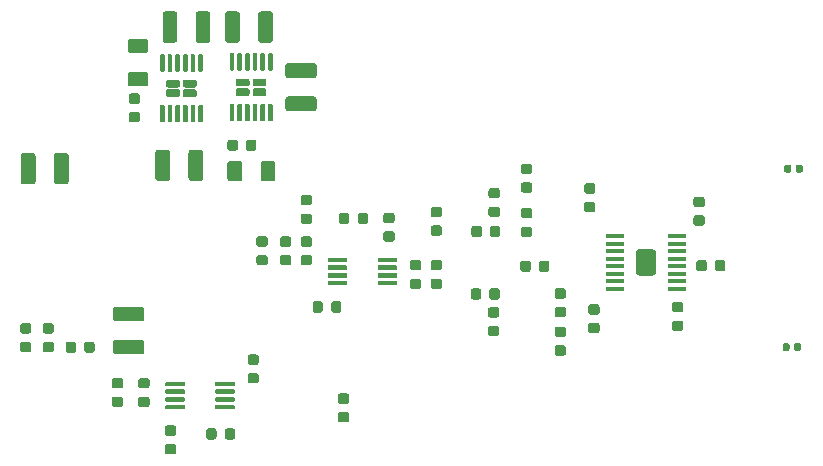
<source format=gbr>
G04 #@! TF.GenerationSoftware,KiCad,Pcbnew,(5.1.5)-3*
G04 #@! TF.CreationDate,2020-12-04T17:06:53+01:00*
G04 #@! TF.ProjectId,PFD_HMC439QS16G,5046445f-484d-4433-9433-395153313647,1.1*
G04 #@! TF.SameCoordinates,Original*
G04 #@! TF.FileFunction,Paste,Top*
G04 #@! TF.FilePolarity,Positive*
%FSLAX46Y46*%
G04 Gerber Fmt 4.6, Leading zero omitted, Abs format (unit mm)*
G04 Created by KiCad (PCBNEW (5.1.5)-3) date 2020-12-04 17:06:53*
%MOMM*%
%LPD*%
G04 APERTURE LIST*
%ADD10C,0.100000*%
%ADD11R,1.600000X0.410000*%
G04 APERTURE END LIST*
D10*
G36*
X182996958Y-106580710D02*
G01*
X183011276Y-106582834D01*
X183025317Y-106586351D01*
X183038946Y-106591228D01*
X183052031Y-106597417D01*
X183064447Y-106604858D01*
X183076073Y-106613481D01*
X183086798Y-106623202D01*
X183096519Y-106633927D01*
X183105142Y-106645553D01*
X183112583Y-106657969D01*
X183118772Y-106671054D01*
X183123649Y-106684683D01*
X183127166Y-106698724D01*
X183129290Y-106713042D01*
X183130000Y-106727500D01*
X183130000Y-107072500D01*
X183129290Y-107086958D01*
X183127166Y-107101276D01*
X183123649Y-107115317D01*
X183118772Y-107128946D01*
X183112583Y-107142031D01*
X183105142Y-107154447D01*
X183096519Y-107166073D01*
X183086798Y-107176798D01*
X183076073Y-107186519D01*
X183064447Y-107195142D01*
X183052031Y-107202583D01*
X183038946Y-107208772D01*
X183025317Y-107213649D01*
X183011276Y-107217166D01*
X182996958Y-107219290D01*
X182982500Y-107220000D01*
X182687500Y-107220000D01*
X182673042Y-107219290D01*
X182658724Y-107217166D01*
X182644683Y-107213649D01*
X182631054Y-107208772D01*
X182617969Y-107202583D01*
X182605553Y-107195142D01*
X182593927Y-107186519D01*
X182583202Y-107176798D01*
X182573481Y-107166073D01*
X182564858Y-107154447D01*
X182557417Y-107142031D01*
X182551228Y-107128946D01*
X182546351Y-107115317D01*
X182542834Y-107101276D01*
X182540710Y-107086958D01*
X182540000Y-107072500D01*
X182540000Y-106727500D01*
X182540710Y-106713042D01*
X182542834Y-106698724D01*
X182546351Y-106684683D01*
X182551228Y-106671054D01*
X182557417Y-106657969D01*
X182564858Y-106645553D01*
X182573481Y-106633927D01*
X182583202Y-106623202D01*
X182593927Y-106613481D01*
X182605553Y-106604858D01*
X182617969Y-106597417D01*
X182631054Y-106591228D01*
X182644683Y-106586351D01*
X182658724Y-106582834D01*
X182673042Y-106580710D01*
X182687500Y-106580000D01*
X182982500Y-106580000D01*
X182996958Y-106580710D01*
G37*
G36*
X182026958Y-106580710D02*
G01*
X182041276Y-106582834D01*
X182055317Y-106586351D01*
X182068946Y-106591228D01*
X182082031Y-106597417D01*
X182094447Y-106604858D01*
X182106073Y-106613481D01*
X182116798Y-106623202D01*
X182126519Y-106633927D01*
X182135142Y-106645553D01*
X182142583Y-106657969D01*
X182148772Y-106671054D01*
X182153649Y-106684683D01*
X182157166Y-106698724D01*
X182159290Y-106713042D01*
X182160000Y-106727500D01*
X182160000Y-107072500D01*
X182159290Y-107086958D01*
X182157166Y-107101276D01*
X182153649Y-107115317D01*
X182148772Y-107128946D01*
X182142583Y-107142031D01*
X182135142Y-107154447D01*
X182126519Y-107166073D01*
X182116798Y-107176798D01*
X182106073Y-107186519D01*
X182094447Y-107195142D01*
X182082031Y-107202583D01*
X182068946Y-107208772D01*
X182055317Y-107213649D01*
X182041276Y-107217166D01*
X182026958Y-107219290D01*
X182012500Y-107220000D01*
X181717500Y-107220000D01*
X181703042Y-107219290D01*
X181688724Y-107217166D01*
X181674683Y-107213649D01*
X181661054Y-107208772D01*
X181647969Y-107202583D01*
X181635553Y-107195142D01*
X181623927Y-107186519D01*
X181613202Y-107176798D01*
X181603481Y-107166073D01*
X181594858Y-107154447D01*
X181587417Y-107142031D01*
X181581228Y-107128946D01*
X181576351Y-107115317D01*
X181572834Y-107101276D01*
X181570710Y-107086958D01*
X181570000Y-107072500D01*
X181570000Y-106727500D01*
X181570710Y-106713042D01*
X181572834Y-106698724D01*
X181576351Y-106684683D01*
X181581228Y-106671054D01*
X181587417Y-106657969D01*
X181594858Y-106645553D01*
X181603481Y-106633927D01*
X181613202Y-106623202D01*
X181623927Y-106613481D01*
X181635553Y-106604858D01*
X181647969Y-106597417D01*
X181661054Y-106591228D01*
X181674683Y-106586351D01*
X181688724Y-106582834D01*
X181703042Y-106580710D01*
X181717500Y-106580000D01*
X182012500Y-106580000D01*
X182026958Y-106580710D01*
G37*
G36*
X182176958Y-91480710D02*
G01*
X182191276Y-91482834D01*
X182205317Y-91486351D01*
X182218946Y-91491228D01*
X182232031Y-91497417D01*
X182244447Y-91504858D01*
X182256073Y-91513481D01*
X182266798Y-91523202D01*
X182276519Y-91533927D01*
X182285142Y-91545553D01*
X182292583Y-91557969D01*
X182298772Y-91571054D01*
X182303649Y-91584683D01*
X182307166Y-91598724D01*
X182309290Y-91613042D01*
X182310000Y-91627500D01*
X182310000Y-91972500D01*
X182309290Y-91986958D01*
X182307166Y-92001276D01*
X182303649Y-92015317D01*
X182298772Y-92028946D01*
X182292583Y-92042031D01*
X182285142Y-92054447D01*
X182276519Y-92066073D01*
X182266798Y-92076798D01*
X182256073Y-92086519D01*
X182244447Y-92095142D01*
X182232031Y-92102583D01*
X182218946Y-92108772D01*
X182205317Y-92113649D01*
X182191276Y-92117166D01*
X182176958Y-92119290D01*
X182162500Y-92120000D01*
X181867500Y-92120000D01*
X181853042Y-92119290D01*
X181838724Y-92117166D01*
X181824683Y-92113649D01*
X181811054Y-92108772D01*
X181797969Y-92102583D01*
X181785553Y-92095142D01*
X181773927Y-92086519D01*
X181763202Y-92076798D01*
X181753481Y-92066073D01*
X181744858Y-92054447D01*
X181737417Y-92042031D01*
X181731228Y-92028946D01*
X181726351Y-92015317D01*
X181722834Y-92001276D01*
X181720710Y-91986958D01*
X181720000Y-91972500D01*
X181720000Y-91627500D01*
X181720710Y-91613042D01*
X181722834Y-91598724D01*
X181726351Y-91584683D01*
X181731228Y-91571054D01*
X181737417Y-91557969D01*
X181744858Y-91545553D01*
X181753481Y-91533927D01*
X181763202Y-91523202D01*
X181773927Y-91513481D01*
X181785553Y-91504858D01*
X181797969Y-91497417D01*
X181811054Y-91491228D01*
X181824683Y-91486351D01*
X181838724Y-91482834D01*
X181853042Y-91480710D01*
X181867500Y-91480000D01*
X182162500Y-91480000D01*
X182176958Y-91480710D01*
G37*
G36*
X183146958Y-91480710D02*
G01*
X183161276Y-91482834D01*
X183175317Y-91486351D01*
X183188946Y-91491228D01*
X183202031Y-91497417D01*
X183214447Y-91504858D01*
X183226073Y-91513481D01*
X183236798Y-91523202D01*
X183246519Y-91533927D01*
X183255142Y-91545553D01*
X183262583Y-91557969D01*
X183268772Y-91571054D01*
X183273649Y-91584683D01*
X183277166Y-91598724D01*
X183279290Y-91613042D01*
X183280000Y-91627500D01*
X183280000Y-91972500D01*
X183279290Y-91986958D01*
X183277166Y-92001276D01*
X183273649Y-92015317D01*
X183268772Y-92028946D01*
X183262583Y-92042031D01*
X183255142Y-92054447D01*
X183246519Y-92066073D01*
X183236798Y-92076798D01*
X183226073Y-92086519D01*
X183214447Y-92095142D01*
X183202031Y-92102583D01*
X183188946Y-92108772D01*
X183175317Y-92113649D01*
X183161276Y-92117166D01*
X183146958Y-92119290D01*
X183132500Y-92120000D01*
X182837500Y-92120000D01*
X182823042Y-92119290D01*
X182808724Y-92117166D01*
X182794683Y-92113649D01*
X182781054Y-92108772D01*
X182767969Y-92102583D01*
X182755553Y-92095142D01*
X182743927Y-92086519D01*
X182733202Y-92076798D01*
X182723481Y-92066073D01*
X182714858Y-92054447D01*
X182707417Y-92042031D01*
X182701228Y-92028946D01*
X182696351Y-92015317D01*
X182692834Y-92001276D01*
X182690710Y-91986958D01*
X182690000Y-91972500D01*
X182690000Y-91627500D01*
X182690710Y-91613042D01*
X182692834Y-91598724D01*
X182696351Y-91584683D01*
X182701228Y-91571054D01*
X182707417Y-91557969D01*
X182714858Y-91545553D01*
X182723481Y-91533927D01*
X182733202Y-91523202D01*
X182743927Y-91513481D01*
X182755553Y-91504858D01*
X182767969Y-91497417D01*
X182781054Y-91491228D01*
X182794683Y-91486351D01*
X182808724Y-91482834D01*
X182823042Y-91480710D01*
X182837500Y-91480000D01*
X183132500Y-91480000D01*
X183146958Y-91480710D01*
G37*
G36*
X138199504Y-78476204D02*
G01*
X138223773Y-78479804D01*
X138247571Y-78485765D01*
X138270671Y-78494030D01*
X138292849Y-78504520D01*
X138313893Y-78517133D01*
X138333598Y-78531747D01*
X138351777Y-78548223D01*
X138368253Y-78566402D01*
X138382867Y-78586107D01*
X138395480Y-78607151D01*
X138405970Y-78629329D01*
X138414235Y-78652429D01*
X138420196Y-78676227D01*
X138423796Y-78700496D01*
X138425000Y-78725000D01*
X138425000Y-80875000D01*
X138423796Y-80899504D01*
X138420196Y-80923773D01*
X138414235Y-80947571D01*
X138405970Y-80970671D01*
X138395480Y-80992849D01*
X138382867Y-81013893D01*
X138368253Y-81033598D01*
X138351777Y-81051777D01*
X138333598Y-81068253D01*
X138313893Y-81082867D01*
X138292849Y-81095480D01*
X138270671Y-81105970D01*
X138247571Y-81114235D01*
X138223773Y-81120196D01*
X138199504Y-81123796D01*
X138175000Y-81125000D01*
X137425000Y-81125000D01*
X137400496Y-81123796D01*
X137376227Y-81120196D01*
X137352429Y-81114235D01*
X137329329Y-81105970D01*
X137307151Y-81095480D01*
X137286107Y-81082867D01*
X137266402Y-81068253D01*
X137248223Y-81051777D01*
X137231747Y-81033598D01*
X137217133Y-81013893D01*
X137204520Y-80992849D01*
X137194030Y-80970671D01*
X137185765Y-80947571D01*
X137179804Y-80923773D01*
X137176204Y-80899504D01*
X137175000Y-80875000D01*
X137175000Y-78725000D01*
X137176204Y-78700496D01*
X137179804Y-78676227D01*
X137185765Y-78652429D01*
X137194030Y-78629329D01*
X137204520Y-78607151D01*
X137217133Y-78586107D01*
X137231747Y-78566402D01*
X137248223Y-78548223D01*
X137266402Y-78531747D01*
X137286107Y-78517133D01*
X137307151Y-78504520D01*
X137329329Y-78494030D01*
X137352429Y-78485765D01*
X137376227Y-78479804D01*
X137400496Y-78476204D01*
X137425000Y-78475000D01*
X138175000Y-78475000D01*
X138199504Y-78476204D01*
G37*
G36*
X135399504Y-78476204D02*
G01*
X135423773Y-78479804D01*
X135447571Y-78485765D01*
X135470671Y-78494030D01*
X135492849Y-78504520D01*
X135513893Y-78517133D01*
X135533598Y-78531747D01*
X135551777Y-78548223D01*
X135568253Y-78566402D01*
X135582867Y-78586107D01*
X135595480Y-78607151D01*
X135605970Y-78629329D01*
X135614235Y-78652429D01*
X135620196Y-78676227D01*
X135623796Y-78700496D01*
X135625000Y-78725000D01*
X135625000Y-80875000D01*
X135623796Y-80899504D01*
X135620196Y-80923773D01*
X135614235Y-80947571D01*
X135605970Y-80970671D01*
X135595480Y-80992849D01*
X135582867Y-81013893D01*
X135568253Y-81033598D01*
X135551777Y-81051777D01*
X135533598Y-81068253D01*
X135513893Y-81082867D01*
X135492849Y-81095480D01*
X135470671Y-81105970D01*
X135447571Y-81114235D01*
X135423773Y-81120196D01*
X135399504Y-81123796D01*
X135375000Y-81125000D01*
X134625000Y-81125000D01*
X134600496Y-81123796D01*
X134576227Y-81120196D01*
X134552429Y-81114235D01*
X134529329Y-81105970D01*
X134507151Y-81095480D01*
X134486107Y-81082867D01*
X134466402Y-81068253D01*
X134448223Y-81051777D01*
X134431747Y-81033598D01*
X134417133Y-81013893D01*
X134404520Y-80992849D01*
X134394030Y-80970671D01*
X134385765Y-80947571D01*
X134379804Y-80923773D01*
X134376204Y-80899504D01*
X134375000Y-80875000D01*
X134375000Y-78725000D01*
X134376204Y-78700496D01*
X134379804Y-78676227D01*
X134385765Y-78652429D01*
X134394030Y-78629329D01*
X134404520Y-78607151D01*
X134417133Y-78586107D01*
X134431747Y-78566402D01*
X134448223Y-78548223D01*
X134466402Y-78531747D01*
X134486107Y-78517133D01*
X134507151Y-78504520D01*
X134529329Y-78494030D01*
X134552429Y-78485765D01*
X134576227Y-78479804D01*
X134600496Y-78476204D01*
X134625000Y-78475000D01*
X135375000Y-78475000D01*
X135399504Y-78476204D01*
G37*
G36*
X130099504Y-78476204D02*
G01*
X130123773Y-78479804D01*
X130147571Y-78485765D01*
X130170671Y-78494030D01*
X130192849Y-78504520D01*
X130213893Y-78517133D01*
X130233598Y-78531747D01*
X130251777Y-78548223D01*
X130268253Y-78566402D01*
X130282867Y-78586107D01*
X130295480Y-78607151D01*
X130305970Y-78629329D01*
X130314235Y-78652429D01*
X130320196Y-78676227D01*
X130323796Y-78700496D01*
X130325000Y-78725000D01*
X130325000Y-80875000D01*
X130323796Y-80899504D01*
X130320196Y-80923773D01*
X130314235Y-80947571D01*
X130305970Y-80970671D01*
X130295480Y-80992849D01*
X130282867Y-81013893D01*
X130268253Y-81033598D01*
X130251777Y-81051777D01*
X130233598Y-81068253D01*
X130213893Y-81082867D01*
X130192849Y-81095480D01*
X130170671Y-81105970D01*
X130147571Y-81114235D01*
X130123773Y-81120196D01*
X130099504Y-81123796D01*
X130075000Y-81125000D01*
X129325000Y-81125000D01*
X129300496Y-81123796D01*
X129276227Y-81120196D01*
X129252429Y-81114235D01*
X129229329Y-81105970D01*
X129207151Y-81095480D01*
X129186107Y-81082867D01*
X129166402Y-81068253D01*
X129148223Y-81051777D01*
X129131747Y-81033598D01*
X129117133Y-81013893D01*
X129104520Y-80992849D01*
X129094030Y-80970671D01*
X129085765Y-80947571D01*
X129079804Y-80923773D01*
X129076204Y-80899504D01*
X129075000Y-80875000D01*
X129075000Y-78725000D01*
X129076204Y-78700496D01*
X129079804Y-78676227D01*
X129085765Y-78652429D01*
X129094030Y-78629329D01*
X129104520Y-78607151D01*
X129117133Y-78586107D01*
X129131747Y-78566402D01*
X129148223Y-78548223D01*
X129166402Y-78531747D01*
X129186107Y-78517133D01*
X129207151Y-78504520D01*
X129229329Y-78494030D01*
X129252429Y-78485765D01*
X129276227Y-78479804D01*
X129300496Y-78476204D01*
X129325000Y-78475000D01*
X130075000Y-78475000D01*
X130099504Y-78476204D01*
G37*
G36*
X132899504Y-78476204D02*
G01*
X132923773Y-78479804D01*
X132947571Y-78485765D01*
X132970671Y-78494030D01*
X132992849Y-78504520D01*
X133013893Y-78517133D01*
X133033598Y-78531747D01*
X133051777Y-78548223D01*
X133068253Y-78566402D01*
X133082867Y-78586107D01*
X133095480Y-78607151D01*
X133105970Y-78629329D01*
X133114235Y-78652429D01*
X133120196Y-78676227D01*
X133123796Y-78700496D01*
X133125000Y-78725000D01*
X133125000Y-80875000D01*
X133123796Y-80899504D01*
X133120196Y-80923773D01*
X133114235Y-80947571D01*
X133105970Y-80970671D01*
X133095480Y-80992849D01*
X133082867Y-81013893D01*
X133068253Y-81033598D01*
X133051777Y-81051777D01*
X133033598Y-81068253D01*
X133013893Y-81082867D01*
X132992849Y-81095480D01*
X132970671Y-81105970D01*
X132947571Y-81114235D01*
X132923773Y-81120196D01*
X132899504Y-81123796D01*
X132875000Y-81125000D01*
X132125000Y-81125000D01*
X132100496Y-81123796D01*
X132076227Y-81120196D01*
X132052429Y-81114235D01*
X132029329Y-81105970D01*
X132007151Y-81095480D01*
X131986107Y-81082867D01*
X131966402Y-81068253D01*
X131948223Y-81051777D01*
X131931747Y-81033598D01*
X131917133Y-81013893D01*
X131904520Y-80992849D01*
X131894030Y-80970671D01*
X131885765Y-80947571D01*
X131879804Y-80923773D01*
X131876204Y-80899504D01*
X131875000Y-80875000D01*
X131875000Y-78725000D01*
X131876204Y-78700496D01*
X131879804Y-78676227D01*
X131885765Y-78652429D01*
X131894030Y-78629329D01*
X131904520Y-78607151D01*
X131917133Y-78586107D01*
X131931747Y-78566402D01*
X131948223Y-78548223D01*
X131966402Y-78531747D01*
X131986107Y-78517133D01*
X132007151Y-78504520D01*
X132029329Y-78494030D01*
X132052429Y-78485765D01*
X132076227Y-78479804D01*
X132100496Y-78476204D01*
X132125000Y-78475000D01*
X132875000Y-78475000D01*
X132899504Y-78476204D01*
G37*
G36*
X176527691Y-99526053D02*
G01*
X176548926Y-99529203D01*
X176569750Y-99534419D01*
X176589962Y-99541651D01*
X176609368Y-99550830D01*
X176627781Y-99561866D01*
X176645024Y-99574654D01*
X176660930Y-99589070D01*
X176675346Y-99604976D01*
X176688134Y-99622219D01*
X176699170Y-99640632D01*
X176708349Y-99660038D01*
X176715581Y-99680250D01*
X176720797Y-99701074D01*
X176723947Y-99722309D01*
X176725000Y-99743750D01*
X176725000Y-100256250D01*
X176723947Y-100277691D01*
X176720797Y-100298926D01*
X176715581Y-100319750D01*
X176708349Y-100339962D01*
X176699170Y-100359368D01*
X176688134Y-100377781D01*
X176675346Y-100395024D01*
X176660930Y-100410930D01*
X176645024Y-100425346D01*
X176627781Y-100438134D01*
X176609368Y-100449170D01*
X176589962Y-100458349D01*
X176569750Y-100465581D01*
X176548926Y-100470797D01*
X176527691Y-100473947D01*
X176506250Y-100475000D01*
X176068750Y-100475000D01*
X176047309Y-100473947D01*
X176026074Y-100470797D01*
X176005250Y-100465581D01*
X175985038Y-100458349D01*
X175965632Y-100449170D01*
X175947219Y-100438134D01*
X175929976Y-100425346D01*
X175914070Y-100410930D01*
X175899654Y-100395024D01*
X175886866Y-100377781D01*
X175875830Y-100359368D01*
X175866651Y-100339962D01*
X175859419Y-100319750D01*
X175854203Y-100298926D01*
X175851053Y-100277691D01*
X175850000Y-100256250D01*
X175850000Y-99743750D01*
X175851053Y-99722309D01*
X175854203Y-99701074D01*
X175859419Y-99680250D01*
X175866651Y-99660038D01*
X175875830Y-99640632D01*
X175886866Y-99622219D01*
X175899654Y-99604976D01*
X175914070Y-99589070D01*
X175929976Y-99574654D01*
X175947219Y-99561866D01*
X175965632Y-99550830D01*
X175985038Y-99541651D01*
X176005250Y-99534419D01*
X176026074Y-99529203D01*
X176047309Y-99526053D01*
X176068750Y-99525000D01*
X176506250Y-99525000D01*
X176527691Y-99526053D01*
G37*
G36*
X174952691Y-99526053D02*
G01*
X174973926Y-99529203D01*
X174994750Y-99534419D01*
X175014962Y-99541651D01*
X175034368Y-99550830D01*
X175052781Y-99561866D01*
X175070024Y-99574654D01*
X175085930Y-99589070D01*
X175100346Y-99604976D01*
X175113134Y-99622219D01*
X175124170Y-99640632D01*
X175133349Y-99660038D01*
X175140581Y-99680250D01*
X175145797Y-99701074D01*
X175148947Y-99722309D01*
X175150000Y-99743750D01*
X175150000Y-100256250D01*
X175148947Y-100277691D01*
X175145797Y-100298926D01*
X175140581Y-100319750D01*
X175133349Y-100339962D01*
X175124170Y-100359368D01*
X175113134Y-100377781D01*
X175100346Y-100395024D01*
X175085930Y-100410930D01*
X175070024Y-100425346D01*
X175052781Y-100438134D01*
X175034368Y-100449170D01*
X175014962Y-100458349D01*
X174994750Y-100465581D01*
X174973926Y-100470797D01*
X174952691Y-100473947D01*
X174931250Y-100475000D01*
X174493750Y-100475000D01*
X174472309Y-100473947D01*
X174451074Y-100470797D01*
X174430250Y-100465581D01*
X174410038Y-100458349D01*
X174390632Y-100449170D01*
X174372219Y-100438134D01*
X174354976Y-100425346D01*
X174339070Y-100410930D01*
X174324654Y-100395024D01*
X174311866Y-100377781D01*
X174300830Y-100359368D01*
X174291651Y-100339962D01*
X174284419Y-100319750D01*
X174279203Y-100298926D01*
X174276053Y-100277691D01*
X174275000Y-100256250D01*
X174275000Y-99743750D01*
X174276053Y-99722309D01*
X174279203Y-99701074D01*
X174284419Y-99680250D01*
X174291651Y-99660038D01*
X174300830Y-99640632D01*
X174311866Y-99622219D01*
X174324654Y-99604976D01*
X174339070Y-99589070D01*
X174354976Y-99574654D01*
X174372219Y-99561866D01*
X174390632Y-99550830D01*
X174410038Y-99541651D01*
X174430250Y-99534419D01*
X174451074Y-99529203D01*
X174472309Y-99526053D01*
X174493750Y-99525000D01*
X174931250Y-99525000D01*
X174952691Y-99526053D01*
G37*
G36*
X174777691Y-95751053D02*
G01*
X174798926Y-95754203D01*
X174819750Y-95759419D01*
X174839962Y-95766651D01*
X174859368Y-95775830D01*
X174877781Y-95786866D01*
X174895024Y-95799654D01*
X174910930Y-95814070D01*
X174925346Y-95829976D01*
X174938134Y-95847219D01*
X174949170Y-95865632D01*
X174958349Y-95885038D01*
X174965581Y-95905250D01*
X174970797Y-95926074D01*
X174973947Y-95947309D01*
X174975000Y-95968750D01*
X174975000Y-96406250D01*
X174973947Y-96427691D01*
X174970797Y-96448926D01*
X174965581Y-96469750D01*
X174958349Y-96489962D01*
X174949170Y-96509368D01*
X174938134Y-96527781D01*
X174925346Y-96545024D01*
X174910930Y-96560930D01*
X174895024Y-96575346D01*
X174877781Y-96588134D01*
X174859368Y-96599170D01*
X174839962Y-96608349D01*
X174819750Y-96615581D01*
X174798926Y-96620797D01*
X174777691Y-96623947D01*
X174756250Y-96625000D01*
X174243750Y-96625000D01*
X174222309Y-96623947D01*
X174201074Y-96620797D01*
X174180250Y-96615581D01*
X174160038Y-96608349D01*
X174140632Y-96599170D01*
X174122219Y-96588134D01*
X174104976Y-96575346D01*
X174089070Y-96560930D01*
X174074654Y-96545024D01*
X174061866Y-96527781D01*
X174050830Y-96509368D01*
X174041651Y-96489962D01*
X174034419Y-96469750D01*
X174029203Y-96448926D01*
X174026053Y-96427691D01*
X174025000Y-96406250D01*
X174025000Y-95968750D01*
X174026053Y-95947309D01*
X174029203Y-95926074D01*
X174034419Y-95905250D01*
X174041651Y-95885038D01*
X174050830Y-95865632D01*
X174061866Y-95847219D01*
X174074654Y-95829976D01*
X174089070Y-95814070D01*
X174104976Y-95799654D01*
X174122219Y-95786866D01*
X174140632Y-95775830D01*
X174160038Y-95766651D01*
X174180250Y-95759419D01*
X174201074Y-95754203D01*
X174222309Y-95751053D01*
X174243750Y-95750000D01*
X174756250Y-95750000D01*
X174777691Y-95751053D01*
G37*
G36*
X174777691Y-94176053D02*
G01*
X174798926Y-94179203D01*
X174819750Y-94184419D01*
X174839962Y-94191651D01*
X174859368Y-94200830D01*
X174877781Y-94211866D01*
X174895024Y-94224654D01*
X174910930Y-94239070D01*
X174925346Y-94254976D01*
X174938134Y-94272219D01*
X174949170Y-94290632D01*
X174958349Y-94310038D01*
X174965581Y-94330250D01*
X174970797Y-94351074D01*
X174973947Y-94372309D01*
X174975000Y-94393750D01*
X174975000Y-94831250D01*
X174973947Y-94852691D01*
X174970797Y-94873926D01*
X174965581Y-94894750D01*
X174958349Y-94914962D01*
X174949170Y-94934368D01*
X174938134Y-94952781D01*
X174925346Y-94970024D01*
X174910930Y-94985930D01*
X174895024Y-95000346D01*
X174877781Y-95013134D01*
X174859368Y-95024170D01*
X174839962Y-95033349D01*
X174819750Y-95040581D01*
X174798926Y-95045797D01*
X174777691Y-95048947D01*
X174756250Y-95050000D01*
X174243750Y-95050000D01*
X174222309Y-95048947D01*
X174201074Y-95045797D01*
X174180250Y-95040581D01*
X174160038Y-95033349D01*
X174140632Y-95024170D01*
X174122219Y-95013134D01*
X174104976Y-95000346D01*
X174089070Y-94985930D01*
X174074654Y-94970024D01*
X174061866Y-94952781D01*
X174050830Y-94934368D01*
X174041651Y-94914962D01*
X174034419Y-94894750D01*
X174029203Y-94873926D01*
X174026053Y-94852691D01*
X174025000Y-94831250D01*
X174025000Y-94393750D01*
X174026053Y-94372309D01*
X174029203Y-94351074D01*
X174034419Y-94330250D01*
X174041651Y-94310038D01*
X174050830Y-94290632D01*
X174061866Y-94272219D01*
X174074654Y-94254976D01*
X174089070Y-94239070D01*
X174104976Y-94224654D01*
X174122219Y-94211866D01*
X174140632Y-94200830D01*
X174160038Y-94191651D01*
X174180250Y-94184419D01*
X174201074Y-94179203D01*
X174222309Y-94176053D01*
X174243750Y-94175000D01*
X174756250Y-94175000D01*
X174777691Y-94176053D01*
G37*
G36*
X135599504Y-91126204D02*
G01*
X135623773Y-91129804D01*
X135647571Y-91135765D01*
X135670671Y-91144030D01*
X135692849Y-91154520D01*
X135713893Y-91167133D01*
X135733598Y-91181747D01*
X135751777Y-91198223D01*
X135768253Y-91216402D01*
X135782867Y-91236107D01*
X135795480Y-91257151D01*
X135805970Y-91279329D01*
X135814235Y-91302429D01*
X135820196Y-91326227D01*
X135823796Y-91350496D01*
X135825000Y-91375000D01*
X135825000Y-92625000D01*
X135823796Y-92649504D01*
X135820196Y-92673773D01*
X135814235Y-92697571D01*
X135805970Y-92720671D01*
X135795480Y-92742849D01*
X135782867Y-92763893D01*
X135768253Y-92783598D01*
X135751777Y-92801777D01*
X135733598Y-92818253D01*
X135713893Y-92832867D01*
X135692849Y-92845480D01*
X135670671Y-92855970D01*
X135647571Y-92864235D01*
X135623773Y-92870196D01*
X135599504Y-92873796D01*
X135575000Y-92875000D01*
X134825000Y-92875000D01*
X134800496Y-92873796D01*
X134776227Y-92870196D01*
X134752429Y-92864235D01*
X134729329Y-92855970D01*
X134707151Y-92845480D01*
X134686107Y-92832867D01*
X134666402Y-92818253D01*
X134648223Y-92801777D01*
X134631747Y-92783598D01*
X134617133Y-92763893D01*
X134604520Y-92742849D01*
X134594030Y-92720671D01*
X134585765Y-92697571D01*
X134579804Y-92673773D01*
X134576204Y-92649504D01*
X134575000Y-92625000D01*
X134575000Y-91375000D01*
X134576204Y-91350496D01*
X134579804Y-91326227D01*
X134585765Y-91302429D01*
X134594030Y-91279329D01*
X134604520Y-91257151D01*
X134617133Y-91236107D01*
X134631747Y-91216402D01*
X134648223Y-91198223D01*
X134666402Y-91181747D01*
X134686107Y-91167133D01*
X134707151Y-91154520D01*
X134729329Y-91144030D01*
X134752429Y-91135765D01*
X134776227Y-91129804D01*
X134800496Y-91126204D01*
X134825000Y-91125000D01*
X135575000Y-91125000D01*
X135599504Y-91126204D01*
G37*
G36*
X138399504Y-91126204D02*
G01*
X138423773Y-91129804D01*
X138447571Y-91135765D01*
X138470671Y-91144030D01*
X138492849Y-91154520D01*
X138513893Y-91167133D01*
X138533598Y-91181747D01*
X138551777Y-91198223D01*
X138568253Y-91216402D01*
X138582867Y-91236107D01*
X138595480Y-91257151D01*
X138605970Y-91279329D01*
X138614235Y-91302429D01*
X138620196Y-91326227D01*
X138623796Y-91350496D01*
X138625000Y-91375000D01*
X138625000Y-92625000D01*
X138623796Y-92649504D01*
X138620196Y-92673773D01*
X138614235Y-92697571D01*
X138605970Y-92720671D01*
X138595480Y-92742849D01*
X138582867Y-92763893D01*
X138568253Y-92783598D01*
X138551777Y-92801777D01*
X138533598Y-92818253D01*
X138513893Y-92832867D01*
X138492849Y-92845480D01*
X138470671Y-92855970D01*
X138447571Y-92864235D01*
X138423773Y-92870196D01*
X138399504Y-92873796D01*
X138375000Y-92875000D01*
X137625000Y-92875000D01*
X137600496Y-92873796D01*
X137576227Y-92870196D01*
X137552429Y-92864235D01*
X137529329Y-92855970D01*
X137507151Y-92845480D01*
X137486107Y-92832867D01*
X137466402Y-92818253D01*
X137448223Y-92801777D01*
X137431747Y-92783598D01*
X137417133Y-92763893D01*
X137404520Y-92742849D01*
X137394030Y-92720671D01*
X137385765Y-92697571D01*
X137379804Y-92673773D01*
X137376204Y-92649504D01*
X137375000Y-92625000D01*
X137375000Y-91375000D01*
X137376204Y-91350496D01*
X137379804Y-91326227D01*
X137385765Y-91302429D01*
X137394030Y-91279329D01*
X137404520Y-91257151D01*
X137417133Y-91236107D01*
X137431747Y-91216402D01*
X137448223Y-91198223D01*
X137466402Y-91181747D01*
X137486107Y-91167133D01*
X137507151Y-91154520D01*
X137529329Y-91144030D01*
X137552429Y-91135765D01*
X137576227Y-91129804D01*
X137600496Y-91126204D01*
X137625000Y-91125000D01*
X138375000Y-91125000D01*
X138399504Y-91126204D01*
G37*
G36*
X127649504Y-80776204D02*
G01*
X127673773Y-80779804D01*
X127697571Y-80785765D01*
X127720671Y-80794030D01*
X127742849Y-80804520D01*
X127763893Y-80817133D01*
X127783598Y-80831747D01*
X127801777Y-80848223D01*
X127818253Y-80866402D01*
X127832867Y-80886107D01*
X127845480Y-80907151D01*
X127855970Y-80929329D01*
X127864235Y-80952429D01*
X127870196Y-80976227D01*
X127873796Y-81000496D01*
X127875000Y-81025000D01*
X127875000Y-81775000D01*
X127873796Y-81799504D01*
X127870196Y-81823773D01*
X127864235Y-81847571D01*
X127855970Y-81870671D01*
X127845480Y-81892849D01*
X127832867Y-81913893D01*
X127818253Y-81933598D01*
X127801777Y-81951777D01*
X127783598Y-81968253D01*
X127763893Y-81982867D01*
X127742849Y-81995480D01*
X127720671Y-82005970D01*
X127697571Y-82014235D01*
X127673773Y-82020196D01*
X127649504Y-82023796D01*
X127625000Y-82025000D01*
X126375000Y-82025000D01*
X126350496Y-82023796D01*
X126326227Y-82020196D01*
X126302429Y-82014235D01*
X126279329Y-82005970D01*
X126257151Y-81995480D01*
X126236107Y-81982867D01*
X126216402Y-81968253D01*
X126198223Y-81951777D01*
X126181747Y-81933598D01*
X126167133Y-81913893D01*
X126154520Y-81892849D01*
X126144030Y-81870671D01*
X126135765Y-81847571D01*
X126129804Y-81823773D01*
X126126204Y-81799504D01*
X126125000Y-81775000D01*
X126125000Y-81025000D01*
X126126204Y-81000496D01*
X126129804Y-80976227D01*
X126135765Y-80952429D01*
X126144030Y-80929329D01*
X126154520Y-80907151D01*
X126167133Y-80886107D01*
X126181747Y-80866402D01*
X126198223Y-80848223D01*
X126216402Y-80831747D01*
X126236107Y-80817133D01*
X126257151Y-80804520D01*
X126279329Y-80794030D01*
X126302429Y-80785765D01*
X126326227Y-80779804D01*
X126350496Y-80776204D01*
X126375000Y-80775000D01*
X127625000Y-80775000D01*
X127649504Y-80776204D01*
G37*
G36*
X127649504Y-83576204D02*
G01*
X127673773Y-83579804D01*
X127697571Y-83585765D01*
X127720671Y-83594030D01*
X127742849Y-83604520D01*
X127763893Y-83617133D01*
X127783598Y-83631747D01*
X127801777Y-83648223D01*
X127818253Y-83666402D01*
X127832867Y-83686107D01*
X127845480Y-83707151D01*
X127855970Y-83729329D01*
X127864235Y-83752429D01*
X127870196Y-83776227D01*
X127873796Y-83800496D01*
X127875000Y-83825000D01*
X127875000Y-84575000D01*
X127873796Y-84599504D01*
X127870196Y-84623773D01*
X127864235Y-84647571D01*
X127855970Y-84670671D01*
X127845480Y-84692849D01*
X127832867Y-84713893D01*
X127818253Y-84733598D01*
X127801777Y-84751777D01*
X127783598Y-84768253D01*
X127763893Y-84782867D01*
X127742849Y-84795480D01*
X127720671Y-84805970D01*
X127697571Y-84814235D01*
X127673773Y-84820196D01*
X127649504Y-84823796D01*
X127625000Y-84825000D01*
X126375000Y-84825000D01*
X126350496Y-84823796D01*
X126326227Y-84820196D01*
X126302429Y-84814235D01*
X126279329Y-84805970D01*
X126257151Y-84795480D01*
X126236107Y-84782867D01*
X126216402Y-84768253D01*
X126198223Y-84751777D01*
X126181747Y-84733598D01*
X126167133Y-84713893D01*
X126154520Y-84692849D01*
X126144030Y-84670671D01*
X126135765Y-84647571D01*
X126129804Y-84623773D01*
X126126204Y-84599504D01*
X126125000Y-84575000D01*
X126125000Y-83825000D01*
X126126204Y-83800496D01*
X126129804Y-83776227D01*
X126135765Y-83752429D01*
X126144030Y-83729329D01*
X126154520Y-83707151D01*
X126167133Y-83686107D01*
X126181747Y-83666402D01*
X126198223Y-83648223D01*
X126216402Y-83631747D01*
X126236107Y-83617133D01*
X126257151Y-83604520D01*
X126279329Y-83594030D01*
X126302429Y-83585765D01*
X126326227Y-83579804D01*
X126350496Y-83576204D01*
X126375000Y-83575000D01*
X127625000Y-83575000D01*
X127649504Y-83576204D01*
G37*
G36*
X172977691Y-103076053D02*
G01*
X172998926Y-103079203D01*
X173019750Y-103084419D01*
X173039962Y-103091651D01*
X173059368Y-103100830D01*
X173077781Y-103111866D01*
X173095024Y-103124654D01*
X173110930Y-103139070D01*
X173125346Y-103154976D01*
X173138134Y-103172219D01*
X173149170Y-103190632D01*
X173158349Y-103210038D01*
X173165581Y-103230250D01*
X173170797Y-103251074D01*
X173173947Y-103272309D01*
X173175000Y-103293750D01*
X173175000Y-103731250D01*
X173173947Y-103752691D01*
X173170797Y-103773926D01*
X173165581Y-103794750D01*
X173158349Y-103814962D01*
X173149170Y-103834368D01*
X173138134Y-103852781D01*
X173125346Y-103870024D01*
X173110930Y-103885930D01*
X173095024Y-103900346D01*
X173077781Y-103913134D01*
X173059368Y-103924170D01*
X173039962Y-103933349D01*
X173019750Y-103940581D01*
X172998926Y-103945797D01*
X172977691Y-103948947D01*
X172956250Y-103950000D01*
X172443750Y-103950000D01*
X172422309Y-103948947D01*
X172401074Y-103945797D01*
X172380250Y-103940581D01*
X172360038Y-103933349D01*
X172340632Y-103924170D01*
X172322219Y-103913134D01*
X172304976Y-103900346D01*
X172289070Y-103885930D01*
X172274654Y-103870024D01*
X172261866Y-103852781D01*
X172250830Y-103834368D01*
X172241651Y-103814962D01*
X172234419Y-103794750D01*
X172229203Y-103773926D01*
X172226053Y-103752691D01*
X172225000Y-103731250D01*
X172225000Y-103293750D01*
X172226053Y-103272309D01*
X172229203Y-103251074D01*
X172234419Y-103230250D01*
X172241651Y-103210038D01*
X172250830Y-103190632D01*
X172261866Y-103172219D01*
X172274654Y-103154976D01*
X172289070Y-103139070D01*
X172304976Y-103124654D01*
X172322219Y-103111866D01*
X172340632Y-103100830D01*
X172360038Y-103091651D01*
X172380250Y-103084419D01*
X172401074Y-103079203D01*
X172422309Y-103076053D01*
X172443750Y-103075000D01*
X172956250Y-103075000D01*
X172977691Y-103076053D01*
G37*
G36*
X172977691Y-104651053D02*
G01*
X172998926Y-104654203D01*
X173019750Y-104659419D01*
X173039962Y-104666651D01*
X173059368Y-104675830D01*
X173077781Y-104686866D01*
X173095024Y-104699654D01*
X173110930Y-104714070D01*
X173125346Y-104729976D01*
X173138134Y-104747219D01*
X173149170Y-104765632D01*
X173158349Y-104785038D01*
X173165581Y-104805250D01*
X173170797Y-104826074D01*
X173173947Y-104847309D01*
X173175000Y-104868750D01*
X173175000Y-105306250D01*
X173173947Y-105327691D01*
X173170797Y-105348926D01*
X173165581Y-105369750D01*
X173158349Y-105389962D01*
X173149170Y-105409368D01*
X173138134Y-105427781D01*
X173125346Y-105445024D01*
X173110930Y-105460930D01*
X173095024Y-105475346D01*
X173077781Y-105488134D01*
X173059368Y-105499170D01*
X173039962Y-105508349D01*
X173019750Y-105515581D01*
X172998926Y-105520797D01*
X172977691Y-105523947D01*
X172956250Y-105525000D01*
X172443750Y-105525000D01*
X172422309Y-105523947D01*
X172401074Y-105520797D01*
X172380250Y-105515581D01*
X172360038Y-105508349D01*
X172340632Y-105499170D01*
X172322219Y-105488134D01*
X172304976Y-105475346D01*
X172289070Y-105460930D01*
X172274654Y-105445024D01*
X172261866Y-105427781D01*
X172250830Y-105409368D01*
X172241651Y-105389962D01*
X172234419Y-105369750D01*
X172229203Y-105348926D01*
X172226053Y-105327691D01*
X172225000Y-105306250D01*
X172225000Y-104868750D01*
X172226053Y-104847309D01*
X172229203Y-104826074D01*
X172234419Y-104805250D01*
X172241651Y-104785038D01*
X172250830Y-104765632D01*
X172261866Y-104747219D01*
X172274654Y-104729976D01*
X172289070Y-104714070D01*
X172304976Y-104699654D01*
X172322219Y-104686866D01*
X172340632Y-104675830D01*
X172360038Y-104666651D01*
X172380250Y-104659419D01*
X172401074Y-104654203D01*
X172422309Y-104651053D01*
X172443750Y-104650000D01*
X172956250Y-104650000D01*
X172977691Y-104651053D01*
G37*
G36*
X160177691Y-91376053D02*
G01*
X160198926Y-91379203D01*
X160219750Y-91384419D01*
X160239962Y-91391651D01*
X160259368Y-91400830D01*
X160277781Y-91411866D01*
X160295024Y-91424654D01*
X160310930Y-91439070D01*
X160325346Y-91454976D01*
X160338134Y-91472219D01*
X160349170Y-91490632D01*
X160358349Y-91510038D01*
X160365581Y-91530250D01*
X160370797Y-91551074D01*
X160373947Y-91572309D01*
X160375000Y-91593750D01*
X160375000Y-92031250D01*
X160373947Y-92052691D01*
X160370797Y-92073926D01*
X160365581Y-92094750D01*
X160358349Y-92114962D01*
X160349170Y-92134368D01*
X160338134Y-92152781D01*
X160325346Y-92170024D01*
X160310930Y-92185930D01*
X160295024Y-92200346D01*
X160277781Y-92213134D01*
X160259368Y-92224170D01*
X160239962Y-92233349D01*
X160219750Y-92240581D01*
X160198926Y-92245797D01*
X160177691Y-92248947D01*
X160156250Y-92250000D01*
X159643750Y-92250000D01*
X159622309Y-92248947D01*
X159601074Y-92245797D01*
X159580250Y-92240581D01*
X159560038Y-92233349D01*
X159540632Y-92224170D01*
X159522219Y-92213134D01*
X159504976Y-92200346D01*
X159489070Y-92185930D01*
X159474654Y-92170024D01*
X159461866Y-92152781D01*
X159450830Y-92134368D01*
X159441651Y-92114962D01*
X159434419Y-92094750D01*
X159429203Y-92073926D01*
X159426053Y-92052691D01*
X159425000Y-92031250D01*
X159425000Y-91593750D01*
X159426053Y-91572309D01*
X159429203Y-91551074D01*
X159434419Y-91530250D01*
X159441651Y-91510038D01*
X159450830Y-91490632D01*
X159461866Y-91472219D01*
X159474654Y-91454976D01*
X159489070Y-91439070D01*
X159504976Y-91424654D01*
X159522219Y-91411866D01*
X159540632Y-91400830D01*
X159560038Y-91391651D01*
X159580250Y-91384419D01*
X159601074Y-91379203D01*
X159622309Y-91376053D01*
X159643750Y-91375000D01*
X160156250Y-91375000D01*
X160177691Y-91376053D01*
G37*
G36*
X160177691Y-92951053D02*
G01*
X160198926Y-92954203D01*
X160219750Y-92959419D01*
X160239962Y-92966651D01*
X160259368Y-92975830D01*
X160277781Y-92986866D01*
X160295024Y-92999654D01*
X160310930Y-93014070D01*
X160325346Y-93029976D01*
X160338134Y-93047219D01*
X160349170Y-93065632D01*
X160358349Y-93085038D01*
X160365581Y-93105250D01*
X160370797Y-93126074D01*
X160373947Y-93147309D01*
X160375000Y-93168750D01*
X160375000Y-93606250D01*
X160373947Y-93627691D01*
X160370797Y-93648926D01*
X160365581Y-93669750D01*
X160358349Y-93689962D01*
X160349170Y-93709368D01*
X160338134Y-93727781D01*
X160325346Y-93745024D01*
X160310930Y-93760930D01*
X160295024Y-93775346D01*
X160277781Y-93788134D01*
X160259368Y-93799170D01*
X160239962Y-93808349D01*
X160219750Y-93815581D01*
X160198926Y-93820797D01*
X160177691Y-93823947D01*
X160156250Y-93825000D01*
X159643750Y-93825000D01*
X159622309Y-93823947D01*
X159601074Y-93820797D01*
X159580250Y-93815581D01*
X159560038Y-93808349D01*
X159540632Y-93799170D01*
X159522219Y-93788134D01*
X159504976Y-93775346D01*
X159489070Y-93760930D01*
X159474654Y-93745024D01*
X159461866Y-93727781D01*
X159450830Y-93709368D01*
X159441651Y-93689962D01*
X159434419Y-93669750D01*
X159429203Y-93648926D01*
X159426053Y-93627691D01*
X159425000Y-93606250D01*
X159425000Y-93168750D01*
X159426053Y-93147309D01*
X159429203Y-93126074D01*
X159434419Y-93105250D01*
X159441651Y-93085038D01*
X159450830Y-93065632D01*
X159461866Y-93047219D01*
X159474654Y-93029976D01*
X159489070Y-93014070D01*
X159504976Y-92999654D01*
X159522219Y-92986866D01*
X159540632Y-92975830D01*
X159560038Y-92966651D01*
X159580250Y-92959419D01*
X159601074Y-92954203D01*
X159622309Y-92951053D01*
X159643750Y-92950000D01*
X160156250Y-92950000D01*
X160177691Y-92951053D01*
G37*
G36*
X141899504Y-82876204D02*
G01*
X141923773Y-82879804D01*
X141947571Y-82885765D01*
X141970671Y-82894030D01*
X141992849Y-82904520D01*
X142013893Y-82917133D01*
X142033598Y-82931747D01*
X142051777Y-82948223D01*
X142068253Y-82966402D01*
X142082867Y-82986107D01*
X142095480Y-83007151D01*
X142105970Y-83029329D01*
X142114235Y-83052429D01*
X142120196Y-83076227D01*
X142123796Y-83100496D01*
X142125000Y-83125000D01*
X142125000Y-83875000D01*
X142123796Y-83899504D01*
X142120196Y-83923773D01*
X142114235Y-83947571D01*
X142105970Y-83970671D01*
X142095480Y-83992849D01*
X142082867Y-84013893D01*
X142068253Y-84033598D01*
X142051777Y-84051777D01*
X142033598Y-84068253D01*
X142013893Y-84082867D01*
X141992849Y-84095480D01*
X141970671Y-84105970D01*
X141947571Y-84114235D01*
X141923773Y-84120196D01*
X141899504Y-84123796D01*
X141875000Y-84125000D01*
X139725000Y-84125000D01*
X139700496Y-84123796D01*
X139676227Y-84120196D01*
X139652429Y-84114235D01*
X139629329Y-84105970D01*
X139607151Y-84095480D01*
X139586107Y-84082867D01*
X139566402Y-84068253D01*
X139548223Y-84051777D01*
X139531747Y-84033598D01*
X139517133Y-84013893D01*
X139504520Y-83992849D01*
X139494030Y-83970671D01*
X139485765Y-83947571D01*
X139479804Y-83923773D01*
X139476204Y-83899504D01*
X139475000Y-83875000D01*
X139475000Y-83125000D01*
X139476204Y-83100496D01*
X139479804Y-83076227D01*
X139485765Y-83052429D01*
X139494030Y-83029329D01*
X139504520Y-83007151D01*
X139517133Y-82986107D01*
X139531747Y-82966402D01*
X139548223Y-82948223D01*
X139566402Y-82931747D01*
X139586107Y-82917133D01*
X139607151Y-82904520D01*
X139629329Y-82894030D01*
X139652429Y-82885765D01*
X139676227Y-82879804D01*
X139700496Y-82876204D01*
X139725000Y-82875000D01*
X141875000Y-82875000D01*
X141899504Y-82876204D01*
G37*
G36*
X141899504Y-85676204D02*
G01*
X141923773Y-85679804D01*
X141947571Y-85685765D01*
X141970671Y-85694030D01*
X141992849Y-85704520D01*
X142013893Y-85717133D01*
X142033598Y-85731747D01*
X142051777Y-85748223D01*
X142068253Y-85766402D01*
X142082867Y-85786107D01*
X142095480Y-85807151D01*
X142105970Y-85829329D01*
X142114235Y-85852429D01*
X142120196Y-85876227D01*
X142123796Y-85900496D01*
X142125000Y-85925000D01*
X142125000Y-86675000D01*
X142123796Y-86699504D01*
X142120196Y-86723773D01*
X142114235Y-86747571D01*
X142105970Y-86770671D01*
X142095480Y-86792849D01*
X142082867Y-86813893D01*
X142068253Y-86833598D01*
X142051777Y-86851777D01*
X142033598Y-86868253D01*
X142013893Y-86882867D01*
X141992849Y-86895480D01*
X141970671Y-86905970D01*
X141947571Y-86914235D01*
X141923773Y-86920196D01*
X141899504Y-86923796D01*
X141875000Y-86925000D01*
X139725000Y-86925000D01*
X139700496Y-86923796D01*
X139676227Y-86920196D01*
X139652429Y-86914235D01*
X139629329Y-86905970D01*
X139607151Y-86895480D01*
X139586107Y-86882867D01*
X139566402Y-86868253D01*
X139548223Y-86851777D01*
X139531747Y-86833598D01*
X139517133Y-86813893D01*
X139504520Y-86792849D01*
X139494030Y-86770671D01*
X139485765Y-86747571D01*
X139479804Y-86723773D01*
X139476204Y-86699504D01*
X139475000Y-86675000D01*
X139475000Y-85925000D01*
X139476204Y-85900496D01*
X139479804Y-85876227D01*
X139485765Y-85852429D01*
X139494030Y-85829329D01*
X139504520Y-85807151D01*
X139517133Y-85786107D01*
X139531747Y-85766402D01*
X139548223Y-85748223D01*
X139566402Y-85731747D01*
X139586107Y-85717133D01*
X139607151Y-85704520D01*
X139629329Y-85694030D01*
X139652429Y-85685765D01*
X139676227Y-85679804D01*
X139700496Y-85676204D01*
X139725000Y-85675000D01*
X141875000Y-85675000D01*
X141899504Y-85676204D01*
G37*
G36*
X129499504Y-90176204D02*
G01*
X129523773Y-90179804D01*
X129547571Y-90185765D01*
X129570671Y-90194030D01*
X129592849Y-90204520D01*
X129613893Y-90217133D01*
X129633598Y-90231747D01*
X129651777Y-90248223D01*
X129668253Y-90266402D01*
X129682867Y-90286107D01*
X129695480Y-90307151D01*
X129705970Y-90329329D01*
X129714235Y-90352429D01*
X129720196Y-90376227D01*
X129723796Y-90400496D01*
X129725000Y-90425000D01*
X129725000Y-92575000D01*
X129723796Y-92599504D01*
X129720196Y-92623773D01*
X129714235Y-92647571D01*
X129705970Y-92670671D01*
X129695480Y-92692849D01*
X129682867Y-92713893D01*
X129668253Y-92733598D01*
X129651777Y-92751777D01*
X129633598Y-92768253D01*
X129613893Y-92782867D01*
X129592849Y-92795480D01*
X129570671Y-92805970D01*
X129547571Y-92814235D01*
X129523773Y-92820196D01*
X129499504Y-92823796D01*
X129475000Y-92825000D01*
X128725000Y-92825000D01*
X128700496Y-92823796D01*
X128676227Y-92820196D01*
X128652429Y-92814235D01*
X128629329Y-92805970D01*
X128607151Y-92795480D01*
X128586107Y-92782867D01*
X128566402Y-92768253D01*
X128548223Y-92751777D01*
X128531747Y-92733598D01*
X128517133Y-92713893D01*
X128504520Y-92692849D01*
X128494030Y-92670671D01*
X128485765Y-92647571D01*
X128479804Y-92623773D01*
X128476204Y-92599504D01*
X128475000Y-92575000D01*
X128475000Y-90425000D01*
X128476204Y-90400496D01*
X128479804Y-90376227D01*
X128485765Y-90352429D01*
X128494030Y-90329329D01*
X128504520Y-90307151D01*
X128517133Y-90286107D01*
X128531747Y-90266402D01*
X128548223Y-90248223D01*
X128566402Y-90231747D01*
X128586107Y-90217133D01*
X128607151Y-90204520D01*
X128629329Y-90194030D01*
X128652429Y-90185765D01*
X128676227Y-90179804D01*
X128700496Y-90176204D01*
X128725000Y-90175000D01*
X129475000Y-90175000D01*
X129499504Y-90176204D01*
G37*
G36*
X132299504Y-90176204D02*
G01*
X132323773Y-90179804D01*
X132347571Y-90185765D01*
X132370671Y-90194030D01*
X132392849Y-90204520D01*
X132413893Y-90217133D01*
X132433598Y-90231747D01*
X132451777Y-90248223D01*
X132468253Y-90266402D01*
X132482867Y-90286107D01*
X132495480Y-90307151D01*
X132505970Y-90329329D01*
X132514235Y-90352429D01*
X132520196Y-90376227D01*
X132523796Y-90400496D01*
X132525000Y-90425000D01*
X132525000Y-92575000D01*
X132523796Y-92599504D01*
X132520196Y-92623773D01*
X132514235Y-92647571D01*
X132505970Y-92670671D01*
X132495480Y-92692849D01*
X132482867Y-92713893D01*
X132468253Y-92733598D01*
X132451777Y-92751777D01*
X132433598Y-92768253D01*
X132413893Y-92782867D01*
X132392849Y-92795480D01*
X132370671Y-92805970D01*
X132347571Y-92814235D01*
X132323773Y-92820196D01*
X132299504Y-92823796D01*
X132275000Y-92825000D01*
X131525000Y-92825000D01*
X131500496Y-92823796D01*
X131476227Y-92820196D01*
X131452429Y-92814235D01*
X131429329Y-92805970D01*
X131407151Y-92795480D01*
X131386107Y-92782867D01*
X131366402Y-92768253D01*
X131348223Y-92751777D01*
X131331747Y-92733598D01*
X131317133Y-92713893D01*
X131304520Y-92692849D01*
X131294030Y-92670671D01*
X131285765Y-92647571D01*
X131279804Y-92623773D01*
X131276204Y-92599504D01*
X131275000Y-92575000D01*
X131275000Y-90425000D01*
X131276204Y-90400496D01*
X131279804Y-90376227D01*
X131285765Y-90352429D01*
X131294030Y-90329329D01*
X131304520Y-90307151D01*
X131317133Y-90286107D01*
X131331747Y-90266402D01*
X131348223Y-90248223D01*
X131366402Y-90231747D01*
X131386107Y-90217133D01*
X131407151Y-90204520D01*
X131429329Y-90194030D01*
X131452429Y-90185765D01*
X131476227Y-90179804D01*
X131500496Y-90176204D01*
X131525000Y-90175000D01*
X132275000Y-90175000D01*
X132299504Y-90176204D01*
G37*
G36*
X157377691Y-103526053D02*
G01*
X157398926Y-103529203D01*
X157419750Y-103534419D01*
X157439962Y-103541651D01*
X157459368Y-103550830D01*
X157477781Y-103561866D01*
X157495024Y-103574654D01*
X157510930Y-103589070D01*
X157525346Y-103604976D01*
X157538134Y-103622219D01*
X157549170Y-103640632D01*
X157558349Y-103660038D01*
X157565581Y-103680250D01*
X157570797Y-103701074D01*
X157573947Y-103722309D01*
X157575000Y-103743750D01*
X157575000Y-104181250D01*
X157573947Y-104202691D01*
X157570797Y-104223926D01*
X157565581Y-104244750D01*
X157558349Y-104264962D01*
X157549170Y-104284368D01*
X157538134Y-104302781D01*
X157525346Y-104320024D01*
X157510930Y-104335930D01*
X157495024Y-104350346D01*
X157477781Y-104363134D01*
X157459368Y-104374170D01*
X157439962Y-104383349D01*
X157419750Y-104390581D01*
X157398926Y-104395797D01*
X157377691Y-104398947D01*
X157356250Y-104400000D01*
X156843750Y-104400000D01*
X156822309Y-104398947D01*
X156801074Y-104395797D01*
X156780250Y-104390581D01*
X156760038Y-104383349D01*
X156740632Y-104374170D01*
X156722219Y-104363134D01*
X156704976Y-104350346D01*
X156689070Y-104335930D01*
X156674654Y-104320024D01*
X156661866Y-104302781D01*
X156650830Y-104284368D01*
X156641651Y-104264962D01*
X156634419Y-104244750D01*
X156629203Y-104223926D01*
X156626053Y-104202691D01*
X156625000Y-104181250D01*
X156625000Y-103743750D01*
X156626053Y-103722309D01*
X156629203Y-103701074D01*
X156634419Y-103680250D01*
X156641651Y-103660038D01*
X156650830Y-103640632D01*
X156661866Y-103622219D01*
X156674654Y-103604976D01*
X156689070Y-103589070D01*
X156704976Y-103574654D01*
X156722219Y-103561866D01*
X156740632Y-103550830D01*
X156760038Y-103541651D01*
X156780250Y-103534419D01*
X156801074Y-103529203D01*
X156822309Y-103526053D01*
X156843750Y-103525000D01*
X157356250Y-103525000D01*
X157377691Y-103526053D01*
G37*
G36*
X157377691Y-105101053D02*
G01*
X157398926Y-105104203D01*
X157419750Y-105109419D01*
X157439962Y-105116651D01*
X157459368Y-105125830D01*
X157477781Y-105136866D01*
X157495024Y-105149654D01*
X157510930Y-105164070D01*
X157525346Y-105179976D01*
X157538134Y-105197219D01*
X157549170Y-105215632D01*
X157558349Y-105235038D01*
X157565581Y-105255250D01*
X157570797Y-105276074D01*
X157573947Y-105297309D01*
X157575000Y-105318750D01*
X157575000Y-105756250D01*
X157573947Y-105777691D01*
X157570797Y-105798926D01*
X157565581Y-105819750D01*
X157558349Y-105839962D01*
X157549170Y-105859368D01*
X157538134Y-105877781D01*
X157525346Y-105895024D01*
X157510930Y-105910930D01*
X157495024Y-105925346D01*
X157477781Y-105938134D01*
X157459368Y-105949170D01*
X157439962Y-105958349D01*
X157419750Y-105965581D01*
X157398926Y-105970797D01*
X157377691Y-105973947D01*
X157356250Y-105975000D01*
X156843750Y-105975000D01*
X156822309Y-105973947D01*
X156801074Y-105970797D01*
X156780250Y-105965581D01*
X156760038Y-105958349D01*
X156740632Y-105949170D01*
X156722219Y-105938134D01*
X156704976Y-105925346D01*
X156689070Y-105910930D01*
X156674654Y-105895024D01*
X156661866Y-105877781D01*
X156650830Y-105859368D01*
X156641651Y-105839962D01*
X156634419Y-105819750D01*
X156629203Y-105798926D01*
X156626053Y-105777691D01*
X156625000Y-105756250D01*
X156625000Y-105318750D01*
X156626053Y-105297309D01*
X156629203Y-105276074D01*
X156634419Y-105255250D01*
X156641651Y-105235038D01*
X156650830Y-105215632D01*
X156661866Y-105197219D01*
X156674654Y-105179976D01*
X156689070Y-105164070D01*
X156704976Y-105149654D01*
X156722219Y-105136866D01*
X156740632Y-105125830D01*
X156760038Y-105116651D01*
X156780250Y-105109419D01*
X156801074Y-105104203D01*
X156822309Y-105101053D01*
X156843750Y-105100000D01*
X157356250Y-105100000D01*
X157377691Y-105101053D01*
G37*
G36*
X157427691Y-95001053D02*
G01*
X157448926Y-95004203D01*
X157469750Y-95009419D01*
X157489962Y-95016651D01*
X157509368Y-95025830D01*
X157527781Y-95036866D01*
X157545024Y-95049654D01*
X157560930Y-95064070D01*
X157575346Y-95079976D01*
X157588134Y-95097219D01*
X157599170Y-95115632D01*
X157608349Y-95135038D01*
X157615581Y-95155250D01*
X157620797Y-95176074D01*
X157623947Y-95197309D01*
X157625000Y-95218750D01*
X157625000Y-95656250D01*
X157623947Y-95677691D01*
X157620797Y-95698926D01*
X157615581Y-95719750D01*
X157608349Y-95739962D01*
X157599170Y-95759368D01*
X157588134Y-95777781D01*
X157575346Y-95795024D01*
X157560930Y-95810930D01*
X157545024Y-95825346D01*
X157527781Y-95838134D01*
X157509368Y-95849170D01*
X157489962Y-95858349D01*
X157469750Y-95865581D01*
X157448926Y-95870797D01*
X157427691Y-95873947D01*
X157406250Y-95875000D01*
X156893750Y-95875000D01*
X156872309Y-95873947D01*
X156851074Y-95870797D01*
X156830250Y-95865581D01*
X156810038Y-95858349D01*
X156790632Y-95849170D01*
X156772219Y-95838134D01*
X156754976Y-95825346D01*
X156739070Y-95810930D01*
X156724654Y-95795024D01*
X156711866Y-95777781D01*
X156700830Y-95759368D01*
X156691651Y-95739962D01*
X156684419Y-95719750D01*
X156679203Y-95698926D01*
X156676053Y-95677691D01*
X156675000Y-95656250D01*
X156675000Y-95218750D01*
X156676053Y-95197309D01*
X156679203Y-95176074D01*
X156684419Y-95155250D01*
X156691651Y-95135038D01*
X156700830Y-95115632D01*
X156711866Y-95097219D01*
X156724654Y-95079976D01*
X156739070Y-95064070D01*
X156754976Y-95049654D01*
X156772219Y-95036866D01*
X156790632Y-95025830D01*
X156810038Y-95016651D01*
X156830250Y-95009419D01*
X156851074Y-95004203D01*
X156872309Y-95001053D01*
X156893750Y-95000000D01*
X157406250Y-95000000D01*
X157427691Y-95001053D01*
G37*
G36*
X157427691Y-93426053D02*
G01*
X157448926Y-93429203D01*
X157469750Y-93434419D01*
X157489962Y-93441651D01*
X157509368Y-93450830D01*
X157527781Y-93461866D01*
X157545024Y-93474654D01*
X157560930Y-93489070D01*
X157575346Y-93504976D01*
X157588134Y-93522219D01*
X157599170Y-93540632D01*
X157608349Y-93560038D01*
X157615581Y-93580250D01*
X157620797Y-93601074D01*
X157623947Y-93622309D01*
X157625000Y-93643750D01*
X157625000Y-94081250D01*
X157623947Y-94102691D01*
X157620797Y-94123926D01*
X157615581Y-94144750D01*
X157608349Y-94164962D01*
X157599170Y-94184368D01*
X157588134Y-94202781D01*
X157575346Y-94220024D01*
X157560930Y-94235930D01*
X157545024Y-94250346D01*
X157527781Y-94263134D01*
X157509368Y-94274170D01*
X157489962Y-94283349D01*
X157469750Y-94290581D01*
X157448926Y-94295797D01*
X157427691Y-94298947D01*
X157406250Y-94300000D01*
X156893750Y-94300000D01*
X156872309Y-94298947D01*
X156851074Y-94295797D01*
X156830250Y-94290581D01*
X156810038Y-94283349D01*
X156790632Y-94274170D01*
X156772219Y-94263134D01*
X156754976Y-94250346D01*
X156739070Y-94235930D01*
X156724654Y-94220024D01*
X156711866Y-94202781D01*
X156700830Y-94184368D01*
X156691651Y-94164962D01*
X156684419Y-94144750D01*
X156679203Y-94123926D01*
X156676053Y-94102691D01*
X156675000Y-94081250D01*
X156675000Y-93643750D01*
X156676053Y-93622309D01*
X156679203Y-93601074D01*
X156684419Y-93580250D01*
X156691651Y-93560038D01*
X156700830Y-93540632D01*
X156711866Y-93522219D01*
X156724654Y-93504976D01*
X156739070Y-93489070D01*
X156754976Y-93474654D01*
X156772219Y-93461866D01*
X156790632Y-93450830D01*
X156810038Y-93441651D01*
X156830250Y-93434419D01*
X156851074Y-93429203D01*
X156872309Y-93426053D01*
X156893750Y-93425000D01*
X157406250Y-93425000D01*
X157427691Y-93426053D01*
G37*
G36*
X141527691Y-94026053D02*
G01*
X141548926Y-94029203D01*
X141569750Y-94034419D01*
X141589962Y-94041651D01*
X141609368Y-94050830D01*
X141627781Y-94061866D01*
X141645024Y-94074654D01*
X141660930Y-94089070D01*
X141675346Y-94104976D01*
X141688134Y-94122219D01*
X141699170Y-94140632D01*
X141708349Y-94160038D01*
X141715581Y-94180250D01*
X141720797Y-94201074D01*
X141723947Y-94222309D01*
X141725000Y-94243750D01*
X141725000Y-94681250D01*
X141723947Y-94702691D01*
X141720797Y-94723926D01*
X141715581Y-94744750D01*
X141708349Y-94764962D01*
X141699170Y-94784368D01*
X141688134Y-94802781D01*
X141675346Y-94820024D01*
X141660930Y-94835930D01*
X141645024Y-94850346D01*
X141627781Y-94863134D01*
X141609368Y-94874170D01*
X141589962Y-94883349D01*
X141569750Y-94890581D01*
X141548926Y-94895797D01*
X141527691Y-94898947D01*
X141506250Y-94900000D01*
X140993750Y-94900000D01*
X140972309Y-94898947D01*
X140951074Y-94895797D01*
X140930250Y-94890581D01*
X140910038Y-94883349D01*
X140890632Y-94874170D01*
X140872219Y-94863134D01*
X140854976Y-94850346D01*
X140839070Y-94835930D01*
X140824654Y-94820024D01*
X140811866Y-94802781D01*
X140800830Y-94784368D01*
X140791651Y-94764962D01*
X140784419Y-94744750D01*
X140779203Y-94723926D01*
X140776053Y-94702691D01*
X140775000Y-94681250D01*
X140775000Y-94243750D01*
X140776053Y-94222309D01*
X140779203Y-94201074D01*
X140784419Y-94180250D01*
X140791651Y-94160038D01*
X140800830Y-94140632D01*
X140811866Y-94122219D01*
X140824654Y-94104976D01*
X140839070Y-94089070D01*
X140854976Y-94074654D01*
X140872219Y-94061866D01*
X140890632Y-94050830D01*
X140910038Y-94041651D01*
X140930250Y-94034419D01*
X140951074Y-94029203D01*
X140972309Y-94026053D01*
X140993750Y-94025000D01*
X141506250Y-94025000D01*
X141527691Y-94026053D01*
G37*
G36*
X141527691Y-95601053D02*
G01*
X141548926Y-95604203D01*
X141569750Y-95609419D01*
X141589962Y-95616651D01*
X141609368Y-95625830D01*
X141627781Y-95636866D01*
X141645024Y-95649654D01*
X141660930Y-95664070D01*
X141675346Y-95679976D01*
X141688134Y-95697219D01*
X141699170Y-95715632D01*
X141708349Y-95735038D01*
X141715581Y-95755250D01*
X141720797Y-95776074D01*
X141723947Y-95797309D01*
X141725000Y-95818750D01*
X141725000Y-96256250D01*
X141723947Y-96277691D01*
X141720797Y-96298926D01*
X141715581Y-96319750D01*
X141708349Y-96339962D01*
X141699170Y-96359368D01*
X141688134Y-96377781D01*
X141675346Y-96395024D01*
X141660930Y-96410930D01*
X141645024Y-96425346D01*
X141627781Y-96438134D01*
X141609368Y-96449170D01*
X141589962Y-96458349D01*
X141569750Y-96465581D01*
X141548926Y-96470797D01*
X141527691Y-96473947D01*
X141506250Y-96475000D01*
X140993750Y-96475000D01*
X140972309Y-96473947D01*
X140951074Y-96470797D01*
X140930250Y-96465581D01*
X140910038Y-96458349D01*
X140890632Y-96449170D01*
X140872219Y-96438134D01*
X140854976Y-96425346D01*
X140839070Y-96410930D01*
X140824654Y-96395024D01*
X140811866Y-96377781D01*
X140800830Y-96359368D01*
X140791651Y-96339962D01*
X140784419Y-96319750D01*
X140779203Y-96298926D01*
X140776053Y-96277691D01*
X140775000Y-96256250D01*
X140775000Y-95818750D01*
X140776053Y-95797309D01*
X140779203Y-95776074D01*
X140784419Y-95755250D01*
X140791651Y-95735038D01*
X140800830Y-95715632D01*
X140811866Y-95697219D01*
X140824654Y-95679976D01*
X140839070Y-95664070D01*
X140854976Y-95649654D01*
X140872219Y-95636866D01*
X140890632Y-95625830D01*
X140910038Y-95616651D01*
X140930250Y-95609419D01*
X140951074Y-95604203D01*
X140972309Y-95601053D01*
X140993750Y-95600000D01*
X141506250Y-95600000D01*
X141527691Y-95601053D01*
G37*
G36*
X139777691Y-97526053D02*
G01*
X139798926Y-97529203D01*
X139819750Y-97534419D01*
X139839962Y-97541651D01*
X139859368Y-97550830D01*
X139877781Y-97561866D01*
X139895024Y-97574654D01*
X139910930Y-97589070D01*
X139925346Y-97604976D01*
X139938134Y-97622219D01*
X139949170Y-97640632D01*
X139958349Y-97660038D01*
X139965581Y-97680250D01*
X139970797Y-97701074D01*
X139973947Y-97722309D01*
X139975000Y-97743750D01*
X139975000Y-98181250D01*
X139973947Y-98202691D01*
X139970797Y-98223926D01*
X139965581Y-98244750D01*
X139958349Y-98264962D01*
X139949170Y-98284368D01*
X139938134Y-98302781D01*
X139925346Y-98320024D01*
X139910930Y-98335930D01*
X139895024Y-98350346D01*
X139877781Y-98363134D01*
X139859368Y-98374170D01*
X139839962Y-98383349D01*
X139819750Y-98390581D01*
X139798926Y-98395797D01*
X139777691Y-98398947D01*
X139756250Y-98400000D01*
X139243750Y-98400000D01*
X139222309Y-98398947D01*
X139201074Y-98395797D01*
X139180250Y-98390581D01*
X139160038Y-98383349D01*
X139140632Y-98374170D01*
X139122219Y-98363134D01*
X139104976Y-98350346D01*
X139089070Y-98335930D01*
X139074654Y-98320024D01*
X139061866Y-98302781D01*
X139050830Y-98284368D01*
X139041651Y-98264962D01*
X139034419Y-98244750D01*
X139029203Y-98223926D01*
X139026053Y-98202691D01*
X139025000Y-98181250D01*
X139025000Y-97743750D01*
X139026053Y-97722309D01*
X139029203Y-97701074D01*
X139034419Y-97680250D01*
X139041651Y-97660038D01*
X139050830Y-97640632D01*
X139061866Y-97622219D01*
X139074654Y-97604976D01*
X139089070Y-97589070D01*
X139104976Y-97574654D01*
X139122219Y-97561866D01*
X139140632Y-97550830D01*
X139160038Y-97541651D01*
X139180250Y-97534419D01*
X139201074Y-97529203D01*
X139222309Y-97526053D01*
X139243750Y-97525000D01*
X139756250Y-97525000D01*
X139777691Y-97526053D01*
G37*
G36*
X139777691Y-99101053D02*
G01*
X139798926Y-99104203D01*
X139819750Y-99109419D01*
X139839962Y-99116651D01*
X139859368Y-99125830D01*
X139877781Y-99136866D01*
X139895024Y-99149654D01*
X139910930Y-99164070D01*
X139925346Y-99179976D01*
X139938134Y-99197219D01*
X139949170Y-99215632D01*
X139958349Y-99235038D01*
X139965581Y-99255250D01*
X139970797Y-99276074D01*
X139973947Y-99297309D01*
X139975000Y-99318750D01*
X139975000Y-99756250D01*
X139973947Y-99777691D01*
X139970797Y-99798926D01*
X139965581Y-99819750D01*
X139958349Y-99839962D01*
X139949170Y-99859368D01*
X139938134Y-99877781D01*
X139925346Y-99895024D01*
X139910930Y-99910930D01*
X139895024Y-99925346D01*
X139877781Y-99938134D01*
X139859368Y-99949170D01*
X139839962Y-99958349D01*
X139819750Y-99965581D01*
X139798926Y-99970797D01*
X139777691Y-99973947D01*
X139756250Y-99975000D01*
X139243750Y-99975000D01*
X139222309Y-99973947D01*
X139201074Y-99970797D01*
X139180250Y-99965581D01*
X139160038Y-99958349D01*
X139140632Y-99949170D01*
X139122219Y-99938134D01*
X139104976Y-99925346D01*
X139089070Y-99910930D01*
X139074654Y-99895024D01*
X139061866Y-99877781D01*
X139050830Y-99859368D01*
X139041651Y-99839962D01*
X139034419Y-99819750D01*
X139029203Y-99798926D01*
X139026053Y-99777691D01*
X139025000Y-99756250D01*
X139025000Y-99318750D01*
X139026053Y-99297309D01*
X139029203Y-99276074D01*
X139034419Y-99255250D01*
X139041651Y-99235038D01*
X139050830Y-99215632D01*
X139061866Y-99197219D01*
X139074654Y-99179976D01*
X139089070Y-99164070D01*
X139104976Y-99149654D01*
X139122219Y-99136866D01*
X139140632Y-99125830D01*
X139160038Y-99116651D01*
X139180250Y-99109419D01*
X139201074Y-99104203D01*
X139222309Y-99101053D01*
X139243750Y-99100000D01*
X139756250Y-99100000D01*
X139777691Y-99101053D01*
G37*
G36*
X144027691Y-103026053D02*
G01*
X144048926Y-103029203D01*
X144069750Y-103034419D01*
X144089962Y-103041651D01*
X144109368Y-103050830D01*
X144127781Y-103061866D01*
X144145024Y-103074654D01*
X144160930Y-103089070D01*
X144175346Y-103104976D01*
X144188134Y-103122219D01*
X144199170Y-103140632D01*
X144208349Y-103160038D01*
X144215581Y-103180250D01*
X144220797Y-103201074D01*
X144223947Y-103222309D01*
X144225000Y-103243750D01*
X144225000Y-103756250D01*
X144223947Y-103777691D01*
X144220797Y-103798926D01*
X144215581Y-103819750D01*
X144208349Y-103839962D01*
X144199170Y-103859368D01*
X144188134Y-103877781D01*
X144175346Y-103895024D01*
X144160930Y-103910930D01*
X144145024Y-103925346D01*
X144127781Y-103938134D01*
X144109368Y-103949170D01*
X144089962Y-103958349D01*
X144069750Y-103965581D01*
X144048926Y-103970797D01*
X144027691Y-103973947D01*
X144006250Y-103975000D01*
X143568750Y-103975000D01*
X143547309Y-103973947D01*
X143526074Y-103970797D01*
X143505250Y-103965581D01*
X143485038Y-103958349D01*
X143465632Y-103949170D01*
X143447219Y-103938134D01*
X143429976Y-103925346D01*
X143414070Y-103910930D01*
X143399654Y-103895024D01*
X143386866Y-103877781D01*
X143375830Y-103859368D01*
X143366651Y-103839962D01*
X143359419Y-103819750D01*
X143354203Y-103798926D01*
X143351053Y-103777691D01*
X143350000Y-103756250D01*
X143350000Y-103243750D01*
X143351053Y-103222309D01*
X143354203Y-103201074D01*
X143359419Y-103180250D01*
X143366651Y-103160038D01*
X143375830Y-103140632D01*
X143386866Y-103122219D01*
X143399654Y-103104976D01*
X143414070Y-103089070D01*
X143429976Y-103074654D01*
X143447219Y-103061866D01*
X143465632Y-103050830D01*
X143485038Y-103041651D01*
X143505250Y-103034419D01*
X143526074Y-103029203D01*
X143547309Y-103026053D01*
X143568750Y-103025000D01*
X144006250Y-103025000D01*
X144027691Y-103026053D01*
G37*
G36*
X142452691Y-103026053D02*
G01*
X142473926Y-103029203D01*
X142494750Y-103034419D01*
X142514962Y-103041651D01*
X142534368Y-103050830D01*
X142552781Y-103061866D01*
X142570024Y-103074654D01*
X142585930Y-103089070D01*
X142600346Y-103104976D01*
X142613134Y-103122219D01*
X142624170Y-103140632D01*
X142633349Y-103160038D01*
X142640581Y-103180250D01*
X142645797Y-103201074D01*
X142648947Y-103222309D01*
X142650000Y-103243750D01*
X142650000Y-103756250D01*
X142648947Y-103777691D01*
X142645797Y-103798926D01*
X142640581Y-103819750D01*
X142633349Y-103839962D01*
X142624170Y-103859368D01*
X142613134Y-103877781D01*
X142600346Y-103895024D01*
X142585930Y-103910930D01*
X142570024Y-103925346D01*
X142552781Y-103938134D01*
X142534368Y-103949170D01*
X142514962Y-103958349D01*
X142494750Y-103965581D01*
X142473926Y-103970797D01*
X142452691Y-103973947D01*
X142431250Y-103975000D01*
X141993750Y-103975000D01*
X141972309Y-103973947D01*
X141951074Y-103970797D01*
X141930250Y-103965581D01*
X141910038Y-103958349D01*
X141890632Y-103949170D01*
X141872219Y-103938134D01*
X141854976Y-103925346D01*
X141839070Y-103910930D01*
X141824654Y-103895024D01*
X141811866Y-103877781D01*
X141800830Y-103859368D01*
X141791651Y-103839962D01*
X141784419Y-103819750D01*
X141779203Y-103798926D01*
X141776053Y-103777691D01*
X141775000Y-103756250D01*
X141775000Y-103243750D01*
X141776053Y-103222309D01*
X141779203Y-103201074D01*
X141784419Y-103180250D01*
X141791651Y-103160038D01*
X141800830Y-103140632D01*
X141811866Y-103122219D01*
X141824654Y-103104976D01*
X141839070Y-103089070D01*
X141854976Y-103074654D01*
X141872219Y-103061866D01*
X141890632Y-103050830D01*
X141910038Y-103041651D01*
X141930250Y-103034419D01*
X141951074Y-103029203D01*
X141972309Y-103026053D01*
X141993750Y-103025000D01*
X142431250Y-103025000D01*
X142452691Y-103026053D01*
G37*
G36*
X148527691Y-95526053D02*
G01*
X148548926Y-95529203D01*
X148569750Y-95534419D01*
X148589962Y-95541651D01*
X148609368Y-95550830D01*
X148627781Y-95561866D01*
X148645024Y-95574654D01*
X148660930Y-95589070D01*
X148675346Y-95604976D01*
X148688134Y-95622219D01*
X148699170Y-95640632D01*
X148708349Y-95660038D01*
X148715581Y-95680250D01*
X148720797Y-95701074D01*
X148723947Y-95722309D01*
X148725000Y-95743750D01*
X148725000Y-96181250D01*
X148723947Y-96202691D01*
X148720797Y-96223926D01*
X148715581Y-96244750D01*
X148708349Y-96264962D01*
X148699170Y-96284368D01*
X148688134Y-96302781D01*
X148675346Y-96320024D01*
X148660930Y-96335930D01*
X148645024Y-96350346D01*
X148627781Y-96363134D01*
X148609368Y-96374170D01*
X148589962Y-96383349D01*
X148569750Y-96390581D01*
X148548926Y-96395797D01*
X148527691Y-96398947D01*
X148506250Y-96400000D01*
X147993750Y-96400000D01*
X147972309Y-96398947D01*
X147951074Y-96395797D01*
X147930250Y-96390581D01*
X147910038Y-96383349D01*
X147890632Y-96374170D01*
X147872219Y-96363134D01*
X147854976Y-96350346D01*
X147839070Y-96335930D01*
X147824654Y-96320024D01*
X147811866Y-96302781D01*
X147800830Y-96284368D01*
X147791651Y-96264962D01*
X147784419Y-96244750D01*
X147779203Y-96223926D01*
X147776053Y-96202691D01*
X147775000Y-96181250D01*
X147775000Y-95743750D01*
X147776053Y-95722309D01*
X147779203Y-95701074D01*
X147784419Y-95680250D01*
X147791651Y-95660038D01*
X147800830Y-95640632D01*
X147811866Y-95622219D01*
X147824654Y-95604976D01*
X147839070Y-95589070D01*
X147854976Y-95574654D01*
X147872219Y-95561866D01*
X147890632Y-95550830D01*
X147910038Y-95541651D01*
X147930250Y-95534419D01*
X147951074Y-95529203D01*
X147972309Y-95526053D01*
X147993750Y-95525000D01*
X148506250Y-95525000D01*
X148527691Y-95526053D01*
G37*
G36*
X148527691Y-97101053D02*
G01*
X148548926Y-97104203D01*
X148569750Y-97109419D01*
X148589962Y-97116651D01*
X148609368Y-97125830D01*
X148627781Y-97136866D01*
X148645024Y-97149654D01*
X148660930Y-97164070D01*
X148675346Y-97179976D01*
X148688134Y-97197219D01*
X148699170Y-97215632D01*
X148708349Y-97235038D01*
X148715581Y-97255250D01*
X148720797Y-97276074D01*
X148723947Y-97297309D01*
X148725000Y-97318750D01*
X148725000Y-97756250D01*
X148723947Y-97777691D01*
X148720797Y-97798926D01*
X148715581Y-97819750D01*
X148708349Y-97839962D01*
X148699170Y-97859368D01*
X148688134Y-97877781D01*
X148675346Y-97895024D01*
X148660930Y-97910930D01*
X148645024Y-97925346D01*
X148627781Y-97938134D01*
X148609368Y-97949170D01*
X148589962Y-97958349D01*
X148569750Y-97965581D01*
X148548926Y-97970797D01*
X148527691Y-97973947D01*
X148506250Y-97975000D01*
X147993750Y-97975000D01*
X147972309Y-97973947D01*
X147951074Y-97970797D01*
X147930250Y-97965581D01*
X147910038Y-97958349D01*
X147890632Y-97949170D01*
X147872219Y-97938134D01*
X147854976Y-97925346D01*
X147839070Y-97910930D01*
X147824654Y-97895024D01*
X147811866Y-97877781D01*
X147800830Y-97859368D01*
X147791651Y-97839962D01*
X147784419Y-97819750D01*
X147779203Y-97798926D01*
X147776053Y-97777691D01*
X147775000Y-97756250D01*
X147775000Y-97318750D01*
X147776053Y-97297309D01*
X147779203Y-97276074D01*
X147784419Y-97255250D01*
X147791651Y-97235038D01*
X147800830Y-97215632D01*
X147811866Y-97197219D01*
X147824654Y-97179976D01*
X147839070Y-97164070D01*
X147854976Y-97149654D01*
X147872219Y-97136866D01*
X147890632Y-97125830D01*
X147910038Y-97116651D01*
X147930250Y-97109419D01*
X147951074Y-97104203D01*
X147972309Y-97101053D01*
X147993750Y-97100000D01*
X148506250Y-97100000D01*
X148527691Y-97101053D01*
G37*
G36*
X163027691Y-106751053D02*
G01*
X163048926Y-106754203D01*
X163069750Y-106759419D01*
X163089962Y-106766651D01*
X163109368Y-106775830D01*
X163127781Y-106786866D01*
X163145024Y-106799654D01*
X163160930Y-106814070D01*
X163175346Y-106829976D01*
X163188134Y-106847219D01*
X163199170Y-106865632D01*
X163208349Y-106885038D01*
X163215581Y-106905250D01*
X163220797Y-106926074D01*
X163223947Y-106947309D01*
X163225000Y-106968750D01*
X163225000Y-107406250D01*
X163223947Y-107427691D01*
X163220797Y-107448926D01*
X163215581Y-107469750D01*
X163208349Y-107489962D01*
X163199170Y-107509368D01*
X163188134Y-107527781D01*
X163175346Y-107545024D01*
X163160930Y-107560930D01*
X163145024Y-107575346D01*
X163127781Y-107588134D01*
X163109368Y-107599170D01*
X163089962Y-107608349D01*
X163069750Y-107615581D01*
X163048926Y-107620797D01*
X163027691Y-107623947D01*
X163006250Y-107625000D01*
X162493750Y-107625000D01*
X162472309Y-107623947D01*
X162451074Y-107620797D01*
X162430250Y-107615581D01*
X162410038Y-107608349D01*
X162390632Y-107599170D01*
X162372219Y-107588134D01*
X162354976Y-107575346D01*
X162339070Y-107560930D01*
X162324654Y-107545024D01*
X162311866Y-107527781D01*
X162300830Y-107509368D01*
X162291651Y-107489962D01*
X162284419Y-107469750D01*
X162279203Y-107448926D01*
X162276053Y-107427691D01*
X162275000Y-107406250D01*
X162275000Y-106968750D01*
X162276053Y-106947309D01*
X162279203Y-106926074D01*
X162284419Y-106905250D01*
X162291651Y-106885038D01*
X162300830Y-106865632D01*
X162311866Y-106847219D01*
X162324654Y-106829976D01*
X162339070Y-106814070D01*
X162354976Y-106799654D01*
X162372219Y-106786866D01*
X162390632Y-106775830D01*
X162410038Y-106766651D01*
X162430250Y-106759419D01*
X162451074Y-106754203D01*
X162472309Y-106751053D01*
X162493750Y-106750000D01*
X163006250Y-106750000D01*
X163027691Y-106751053D01*
G37*
G36*
X163027691Y-105176053D02*
G01*
X163048926Y-105179203D01*
X163069750Y-105184419D01*
X163089962Y-105191651D01*
X163109368Y-105200830D01*
X163127781Y-105211866D01*
X163145024Y-105224654D01*
X163160930Y-105239070D01*
X163175346Y-105254976D01*
X163188134Y-105272219D01*
X163199170Y-105290632D01*
X163208349Y-105310038D01*
X163215581Y-105330250D01*
X163220797Y-105351074D01*
X163223947Y-105372309D01*
X163225000Y-105393750D01*
X163225000Y-105831250D01*
X163223947Y-105852691D01*
X163220797Y-105873926D01*
X163215581Y-105894750D01*
X163208349Y-105914962D01*
X163199170Y-105934368D01*
X163188134Y-105952781D01*
X163175346Y-105970024D01*
X163160930Y-105985930D01*
X163145024Y-106000346D01*
X163127781Y-106013134D01*
X163109368Y-106024170D01*
X163089962Y-106033349D01*
X163069750Y-106040581D01*
X163048926Y-106045797D01*
X163027691Y-106048947D01*
X163006250Y-106050000D01*
X162493750Y-106050000D01*
X162472309Y-106048947D01*
X162451074Y-106045797D01*
X162430250Y-106040581D01*
X162410038Y-106033349D01*
X162390632Y-106024170D01*
X162372219Y-106013134D01*
X162354976Y-106000346D01*
X162339070Y-105985930D01*
X162324654Y-105970024D01*
X162311866Y-105952781D01*
X162300830Y-105934368D01*
X162291651Y-105914962D01*
X162284419Y-105894750D01*
X162279203Y-105873926D01*
X162276053Y-105852691D01*
X162275000Y-105831250D01*
X162275000Y-105393750D01*
X162276053Y-105372309D01*
X162279203Y-105351074D01*
X162284419Y-105330250D01*
X162291651Y-105310038D01*
X162300830Y-105290632D01*
X162311866Y-105272219D01*
X162324654Y-105254976D01*
X162339070Y-105239070D01*
X162354976Y-105224654D01*
X162372219Y-105211866D01*
X162390632Y-105200830D01*
X162410038Y-105191651D01*
X162430250Y-105184419D01*
X162451074Y-105179203D01*
X162472309Y-105176053D01*
X162493750Y-105175000D01*
X163006250Y-105175000D01*
X163027691Y-105176053D01*
G37*
G36*
X152527691Y-101101053D02*
G01*
X152548926Y-101104203D01*
X152569750Y-101109419D01*
X152589962Y-101116651D01*
X152609368Y-101125830D01*
X152627781Y-101136866D01*
X152645024Y-101149654D01*
X152660930Y-101164070D01*
X152675346Y-101179976D01*
X152688134Y-101197219D01*
X152699170Y-101215632D01*
X152708349Y-101235038D01*
X152715581Y-101255250D01*
X152720797Y-101276074D01*
X152723947Y-101297309D01*
X152725000Y-101318750D01*
X152725000Y-101756250D01*
X152723947Y-101777691D01*
X152720797Y-101798926D01*
X152715581Y-101819750D01*
X152708349Y-101839962D01*
X152699170Y-101859368D01*
X152688134Y-101877781D01*
X152675346Y-101895024D01*
X152660930Y-101910930D01*
X152645024Y-101925346D01*
X152627781Y-101938134D01*
X152609368Y-101949170D01*
X152589962Y-101958349D01*
X152569750Y-101965581D01*
X152548926Y-101970797D01*
X152527691Y-101973947D01*
X152506250Y-101975000D01*
X151993750Y-101975000D01*
X151972309Y-101973947D01*
X151951074Y-101970797D01*
X151930250Y-101965581D01*
X151910038Y-101958349D01*
X151890632Y-101949170D01*
X151872219Y-101938134D01*
X151854976Y-101925346D01*
X151839070Y-101910930D01*
X151824654Y-101895024D01*
X151811866Y-101877781D01*
X151800830Y-101859368D01*
X151791651Y-101839962D01*
X151784419Y-101819750D01*
X151779203Y-101798926D01*
X151776053Y-101777691D01*
X151775000Y-101756250D01*
X151775000Y-101318750D01*
X151776053Y-101297309D01*
X151779203Y-101276074D01*
X151784419Y-101255250D01*
X151791651Y-101235038D01*
X151800830Y-101215632D01*
X151811866Y-101197219D01*
X151824654Y-101179976D01*
X151839070Y-101164070D01*
X151854976Y-101149654D01*
X151872219Y-101136866D01*
X151890632Y-101125830D01*
X151910038Y-101116651D01*
X151930250Y-101109419D01*
X151951074Y-101104203D01*
X151972309Y-101101053D01*
X151993750Y-101100000D01*
X152506250Y-101100000D01*
X152527691Y-101101053D01*
G37*
G36*
X152527691Y-99526053D02*
G01*
X152548926Y-99529203D01*
X152569750Y-99534419D01*
X152589962Y-99541651D01*
X152609368Y-99550830D01*
X152627781Y-99561866D01*
X152645024Y-99574654D01*
X152660930Y-99589070D01*
X152675346Y-99604976D01*
X152688134Y-99622219D01*
X152699170Y-99640632D01*
X152708349Y-99660038D01*
X152715581Y-99680250D01*
X152720797Y-99701074D01*
X152723947Y-99722309D01*
X152725000Y-99743750D01*
X152725000Y-100181250D01*
X152723947Y-100202691D01*
X152720797Y-100223926D01*
X152715581Y-100244750D01*
X152708349Y-100264962D01*
X152699170Y-100284368D01*
X152688134Y-100302781D01*
X152675346Y-100320024D01*
X152660930Y-100335930D01*
X152645024Y-100350346D01*
X152627781Y-100363134D01*
X152609368Y-100374170D01*
X152589962Y-100383349D01*
X152569750Y-100390581D01*
X152548926Y-100395797D01*
X152527691Y-100398947D01*
X152506250Y-100400000D01*
X151993750Y-100400000D01*
X151972309Y-100398947D01*
X151951074Y-100395797D01*
X151930250Y-100390581D01*
X151910038Y-100383349D01*
X151890632Y-100374170D01*
X151872219Y-100363134D01*
X151854976Y-100350346D01*
X151839070Y-100335930D01*
X151824654Y-100320024D01*
X151811866Y-100302781D01*
X151800830Y-100284368D01*
X151791651Y-100264962D01*
X151784419Y-100244750D01*
X151779203Y-100223926D01*
X151776053Y-100202691D01*
X151775000Y-100181250D01*
X151775000Y-99743750D01*
X151776053Y-99722309D01*
X151779203Y-99701074D01*
X151784419Y-99680250D01*
X151791651Y-99660038D01*
X151800830Y-99640632D01*
X151811866Y-99622219D01*
X151824654Y-99604976D01*
X151839070Y-99589070D01*
X151854976Y-99574654D01*
X151872219Y-99561866D01*
X151890632Y-99550830D01*
X151910038Y-99541651D01*
X151930250Y-99534419D01*
X151951074Y-99529203D01*
X151972309Y-99526053D01*
X151993750Y-99525000D01*
X152506250Y-99525000D01*
X152527691Y-99526053D01*
G37*
G36*
X137027691Y-107526053D02*
G01*
X137048926Y-107529203D01*
X137069750Y-107534419D01*
X137089962Y-107541651D01*
X137109368Y-107550830D01*
X137127781Y-107561866D01*
X137145024Y-107574654D01*
X137160930Y-107589070D01*
X137175346Y-107604976D01*
X137188134Y-107622219D01*
X137199170Y-107640632D01*
X137208349Y-107660038D01*
X137215581Y-107680250D01*
X137220797Y-107701074D01*
X137223947Y-107722309D01*
X137225000Y-107743750D01*
X137225000Y-108181250D01*
X137223947Y-108202691D01*
X137220797Y-108223926D01*
X137215581Y-108244750D01*
X137208349Y-108264962D01*
X137199170Y-108284368D01*
X137188134Y-108302781D01*
X137175346Y-108320024D01*
X137160930Y-108335930D01*
X137145024Y-108350346D01*
X137127781Y-108363134D01*
X137109368Y-108374170D01*
X137089962Y-108383349D01*
X137069750Y-108390581D01*
X137048926Y-108395797D01*
X137027691Y-108398947D01*
X137006250Y-108400000D01*
X136493750Y-108400000D01*
X136472309Y-108398947D01*
X136451074Y-108395797D01*
X136430250Y-108390581D01*
X136410038Y-108383349D01*
X136390632Y-108374170D01*
X136372219Y-108363134D01*
X136354976Y-108350346D01*
X136339070Y-108335930D01*
X136324654Y-108320024D01*
X136311866Y-108302781D01*
X136300830Y-108284368D01*
X136291651Y-108264962D01*
X136284419Y-108244750D01*
X136279203Y-108223926D01*
X136276053Y-108202691D01*
X136275000Y-108181250D01*
X136275000Y-107743750D01*
X136276053Y-107722309D01*
X136279203Y-107701074D01*
X136284419Y-107680250D01*
X136291651Y-107660038D01*
X136300830Y-107640632D01*
X136311866Y-107622219D01*
X136324654Y-107604976D01*
X136339070Y-107589070D01*
X136354976Y-107574654D01*
X136372219Y-107561866D01*
X136390632Y-107550830D01*
X136410038Y-107541651D01*
X136430250Y-107534419D01*
X136451074Y-107529203D01*
X136472309Y-107526053D01*
X136493750Y-107525000D01*
X137006250Y-107525000D01*
X137027691Y-107526053D01*
G37*
G36*
X137027691Y-109101053D02*
G01*
X137048926Y-109104203D01*
X137069750Y-109109419D01*
X137089962Y-109116651D01*
X137109368Y-109125830D01*
X137127781Y-109136866D01*
X137145024Y-109149654D01*
X137160930Y-109164070D01*
X137175346Y-109179976D01*
X137188134Y-109197219D01*
X137199170Y-109215632D01*
X137208349Y-109235038D01*
X137215581Y-109255250D01*
X137220797Y-109276074D01*
X137223947Y-109297309D01*
X137225000Y-109318750D01*
X137225000Y-109756250D01*
X137223947Y-109777691D01*
X137220797Y-109798926D01*
X137215581Y-109819750D01*
X137208349Y-109839962D01*
X137199170Y-109859368D01*
X137188134Y-109877781D01*
X137175346Y-109895024D01*
X137160930Y-109910930D01*
X137145024Y-109925346D01*
X137127781Y-109938134D01*
X137109368Y-109949170D01*
X137089962Y-109958349D01*
X137069750Y-109965581D01*
X137048926Y-109970797D01*
X137027691Y-109973947D01*
X137006250Y-109975000D01*
X136493750Y-109975000D01*
X136472309Y-109973947D01*
X136451074Y-109970797D01*
X136430250Y-109965581D01*
X136410038Y-109958349D01*
X136390632Y-109949170D01*
X136372219Y-109938134D01*
X136354976Y-109925346D01*
X136339070Y-109910930D01*
X136324654Y-109895024D01*
X136311866Y-109877781D01*
X136300830Y-109859368D01*
X136291651Y-109839962D01*
X136284419Y-109819750D01*
X136279203Y-109798926D01*
X136276053Y-109777691D01*
X136275000Y-109756250D01*
X136275000Y-109318750D01*
X136276053Y-109297309D01*
X136279203Y-109276074D01*
X136284419Y-109255250D01*
X136291651Y-109235038D01*
X136300830Y-109215632D01*
X136311866Y-109197219D01*
X136324654Y-109179976D01*
X136339070Y-109164070D01*
X136354976Y-109149654D01*
X136372219Y-109136866D01*
X136390632Y-109125830D01*
X136410038Y-109116651D01*
X136430250Y-109109419D01*
X136451074Y-109104203D01*
X136472309Y-109101053D01*
X136493750Y-109100000D01*
X137006250Y-109100000D01*
X137027691Y-109101053D01*
G37*
G36*
X130027691Y-113526053D02*
G01*
X130048926Y-113529203D01*
X130069750Y-113534419D01*
X130089962Y-113541651D01*
X130109368Y-113550830D01*
X130127781Y-113561866D01*
X130145024Y-113574654D01*
X130160930Y-113589070D01*
X130175346Y-113604976D01*
X130188134Y-113622219D01*
X130199170Y-113640632D01*
X130208349Y-113660038D01*
X130215581Y-113680250D01*
X130220797Y-113701074D01*
X130223947Y-113722309D01*
X130225000Y-113743750D01*
X130225000Y-114181250D01*
X130223947Y-114202691D01*
X130220797Y-114223926D01*
X130215581Y-114244750D01*
X130208349Y-114264962D01*
X130199170Y-114284368D01*
X130188134Y-114302781D01*
X130175346Y-114320024D01*
X130160930Y-114335930D01*
X130145024Y-114350346D01*
X130127781Y-114363134D01*
X130109368Y-114374170D01*
X130089962Y-114383349D01*
X130069750Y-114390581D01*
X130048926Y-114395797D01*
X130027691Y-114398947D01*
X130006250Y-114400000D01*
X129493750Y-114400000D01*
X129472309Y-114398947D01*
X129451074Y-114395797D01*
X129430250Y-114390581D01*
X129410038Y-114383349D01*
X129390632Y-114374170D01*
X129372219Y-114363134D01*
X129354976Y-114350346D01*
X129339070Y-114335930D01*
X129324654Y-114320024D01*
X129311866Y-114302781D01*
X129300830Y-114284368D01*
X129291651Y-114264962D01*
X129284419Y-114244750D01*
X129279203Y-114223926D01*
X129276053Y-114202691D01*
X129275000Y-114181250D01*
X129275000Y-113743750D01*
X129276053Y-113722309D01*
X129279203Y-113701074D01*
X129284419Y-113680250D01*
X129291651Y-113660038D01*
X129300830Y-113640632D01*
X129311866Y-113622219D01*
X129324654Y-113604976D01*
X129339070Y-113589070D01*
X129354976Y-113574654D01*
X129372219Y-113561866D01*
X129390632Y-113550830D01*
X129410038Y-113541651D01*
X129430250Y-113534419D01*
X129451074Y-113529203D01*
X129472309Y-113526053D01*
X129493750Y-113525000D01*
X130006250Y-113525000D01*
X130027691Y-113526053D01*
G37*
G36*
X130027691Y-115101053D02*
G01*
X130048926Y-115104203D01*
X130069750Y-115109419D01*
X130089962Y-115116651D01*
X130109368Y-115125830D01*
X130127781Y-115136866D01*
X130145024Y-115149654D01*
X130160930Y-115164070D01*
X130175346Y-115179976D01*
X130188134Y-115197219D01*
X130199170Y-115215632D01*
X130208349Y-115235038D01*
X130215581Y-115255250D01*
X130220797Y-115276074D01*
X130223947Y-115297309D01*
X130225000Y-115318750D01*
X130225000Y-115756250D01*
X130223947Y-115777691D01*
X130220797Y-115798926D01*
X130215581Y-115819750D01*
X130208349Y-115839962D01*
X130199170Y-115859368D01*
X130188134Y-115877781D01*
X130175346Y-115895024D01*
X130160930Y-115910930D01*
X130145024Y-115925346D01*
X130127781Y-115938134D01*
X130109368Y-115949170D01*
X130089962Y-115958349D01*
X130069750Y-115965581D01*
X130048926Y-115970797D01*
X130027691Y-115973947D01*
X130006250Y-115975000D01*
X129493750Y-115975000D01*
X129472309Y-115973947D01*
X129451074Y-115970797D01*
X129430250Y-115965581D01*
X129410038Y-115958349D01*
X129390632Y-115949170D01*
X129372219Y-115938134D01*
X129354976Y-115925346D01*
X129339070Y-115910930D01*
X129324654Y-115895024D01*
X129311866Y-115877781D01*
X129300830Y-115859368D01*
X129291651Y-115839962D01*
X129284419Y-115819750D01*
X129279203Y-115798926D01*
X129276053Y-115777691D01*
X129275000Y-115756250D01*
X129275000Y-115318750D01*
X129276053Y-115297309D01*
X129279203Y-115276074D01*
X129284419Y-115255250D01*
X129291651Y-115235038D01*
X129300830Y-115215632D01*
X129311866Y-115197219D01*
X129324654Y-115179976D01*
X129339070Y-115164070D01*
X129354976Y-115149654D01*
X129372219Y-115136866D01*
X129390632Y-115125830D01*
X129410038Y-115116651D01*
X129430250Y-115109419D01*
X129451074Y-115104203D01*
X129472309Y-115101053D01*
X129493750Y-115100000D01*
X130006250Y-115100000D01*
X130027691Y-115101053D01*
G37*
G36*
X125527691Y-111101053D02*
G01*
X125548926Y-111104203D01*
X125569750Y-111109419D01*
X125589962Y-111116651D01*
X125609368Y-111125830D01*
X125627781Y-111136866D01*
X125645024Y-111149654D01*
X125660930Y-111164070D01*
X125675346Y-111179976D01*
X125688134Y-111197219D01*
X125699170Y-111215632D01*
X125708349Y-111235038D01*
X125715581Y-111255250D01*
X125720797Y-111276074D01*
X125723947Y-111297309D01*
X125725000Y-111318750D01*
X125725000Y-111756250D01*
X125723947Y-111777691D01*
X125720797Y-111798926D01*
X125715581Y-111819750D01*
X125708349Y-111839962D01*
X125699170Y-111859368D01*
X125688134Y-111877781D01*
X125675346Y-111895024D01*
X125660930Y-111910930D01*
X125645024Y-111925346D01*
X125627781Y-111938134D01*
X125609368Y-111949170D01*
X125589962Y-111958349D01*
X125569750Y-111965581D01*
X125548926Y-111970797D01*
X125527691Y-111973947D01*
X125506250Y-111975000D01*
X124993750Y-111975000D01*
X124972309Y-111973947D01*
X124951074Y-111970797D01*
X124930250Y-111965581D01*
X124910038Y-111958349D01*
X124890632Y-111949170D01*
X124872219Y-111938134D01*
X124854976Y-111925346D01*
X124839070Y-111910930D01*
X124824654Y-111895024D01*
X124811866Y-111877781D01*
X124800830Y-111859368D01*
X124791651Y-111839962D01*
X124784419Y-111819750D01*
X124779203Y-111798926D01*
X124776053Y-111777691D01*
X124775000Y-111756250D01*
X124775000Y-111318750D01*
X124776053Y-111297309D01*
X124779203Y-111276074D01*
X124784419Y-111255250D01*
X124791651Y-111235038D01*
X124800830Y-111215632D01*
X124811866Y-111197219D01*
X124824654Y-111179976D01*
X124839070Y-111164070D01*
X124854976Y-111149654D01*
X124872219Y-111136866D01*
X124890632Y-111125830D01*
X124910038Y-111116651D01*
X124930250Y-111109419D01*
X124951074Y-111104203D01*
X124972309Y-111101053D01*
X124993750Y-111100000D01*
X125506250Y-111100000D01*
X125527691Y-111101053D01*
G37*
G36*
X125527691Y-109526053D02*
G01*
X125548926Y-109529203D01*
X125569750Y-109534419D01*
X125589962Y-109541651D01*
X125609368Y-109550830D01*
X125627781Y-109561866D01*
X125645024Y-109574654D01*
X125660930Y-109589070D01*
X125675346Y-109604976D01*
X125688134Y-109622219D01*
X125699170Y-109640632D01*
X125708349Y-109660038D01*
X125715581Y-109680250D01*
X125720797Y-109701074D01*
X125723947Y-109722309D01*
X125725000Y-109743750D01*
X125725000Y-110181250D01*
X125723947Y-110202691D01*
X125720797Y-110223926D01*
X125715581Y-110244750D01*
X125708349Y-110264962D01*
X125699170Y-110284368D01*
X125688134Y-110302781D01*
X125675346Y-110320024D01*
X125660930Y-110335930D01*
X125645024Y-110350346D01*
X125627781Y-110363134D01*
X125609368Y-110374170D01*
X125589962Y-110383349D01*
X125569750Y-110390581D01*
X125548926Y-110395797D01*
X125527691Y-110398947D01*
X125506250Y-110400000D01*
X124993750Y-110400000D01*
X124972309Y-110398947D01*
X124951074Y-110395797D01*
X124930250Y-110390581D01*
X124910038Y-110383349D01*
X124890632Y-110374170D01*
X124872219Y-110363134D01*
X124854976Y-110350346D01*
X124839070Y-110335930D01*
X124824654Y-110320024D01*
X124811866Y-110302781D01*
X124800830Y-110284368D01*
X124791651Y-110264962D01*
X124784419Y-110244750D01*
X124779203Y-110223926D01*
X124776053Y-110202691D01*
X124775000Y-110181250D01*
X124775000Y-109743750D01*
X124776053Y-109722309D01*
X124779203Y-109701074D01*
X124784419Y-109680250D01*
X124791651Y-109660038D01*
X124800830Y-109640632D01*
X124811866Y-109622219D01*
X124824654Y-109604976D01*
X124839070Y-109589070D01*
X124854976Y-109574654D01*
X124872219Y-109561866D01*
X124890632Y-109550830D01*
X124910038Y-109541651D01*
X124930250Y-109534419D01*
X124951074Y-109529203D01*
X124972309Y-109526053D01*
X124993750Y-109525000D01*
X125506250Y-109525000D01*
X125527691Y-109526053D01*
G37*
G36*
X119677691Y-106451053D02*
G01*
X119698926Y-106454203D01*
X119719750Y-106459419D01*
X119739962Y-106466651D01*
X119759368Y-106475830D01*
X119777781Y-106486866D01*
X119795024Y-106499654D01*
X119810930Y-106514070D01*
X119825346Y-106529976D01*
X119838134Y-106547219D01*
X119849170Y-106565632D01*
X119858349Y-106585038D01*
X119865581Y-106605250D01*
X119870797Y-106626074D01*
X119873947Y-106647309D01*
X119875000Y-106668750D01*
X119875000Y-107106250D01*
X119873947Y-107127691D01*
X119870797Y-107148926D01*
X119865581Y-107169750D01*
X119858349Y-107189962D01*
X119849170Y-107209368D01*
X119838134Y-107227781D01*
X119825346Y-107245024D01*
X119810930Y-107260930D01*
X119795024Y-107275346D01*
X119777781Y-107288134D01*
X119759368Y-107299170D01*
X119739962Y-107308349D01*
X119719750Y-107315581D01*
X119698926Y-107320797D01*
X119677691Y-107323947D01*
X119656250Y-107325000D01*
X119143750Y-107325000D01*
X119122309Y-107323947D01*
X119101074Y-107320797D01*
X119080250Y-107315581D01*
X119060038Y-107308349D01*
X119040632Y-107299170D01*
X119022219Y-107288134D01*
X119004976Y-107275346D01*
X118989070Y-107260930D01*
X118974654Y-107245024D01*
X118961866Y-107227781D01*
X118950830Y-107209368D01*
X118941651Y-107189962D01*
X118934419Y-107169750D01*
X118929203Y-107148926D01*
X118926053Y-107127691D01*
X118925000Y-107106250D01*
X118925000Y-106668750D01*
X118926053Y-106647309D01*
X118929203Y-106626074D01*
X118934419Y-106605250D01*
X118941651Y-106585038D01*
X118950830Y-106565632D01*
X118961866Y-106547219D01*
X118974654Y-106529976D01*
X118989070Y-106514070D01*
X119004976Y-106499654D01*
X119022219Y-106486866D01*
X119040632Y-106475830D01*
X119060038Y-106466651D01*
X119080250Y-106459419D01*
X119101074Y-106454203D01*
X119122309Y-106451053D01*
X119143750Y-106450000D01*
X119656250Y-106450000D01*
X119677691Y-106451053D01*
G37*
G36*
X119677691Y-104876053D02*
G01*
X119698926Y-104879203D01*
X119719750Y-104884419D01*
X119739962Y-104891651D01*
X119759368Y-104900830D01*
X119777781Y-104911866D01*
X119795024Y-104924654D01*
X119810930Y-104939070D01*
X119825346Y-104954976D01*
X119838134Y-104972219D01*
X119849170Y-104990632D01*
X119858349Y-105010038D01*
X119865581Y-105030250D01*
X119870797Y-105051074D01*
X119873947Y-105072309D01*
X119875000Y-105093750D01*
X119875000Y-105531250D01*
X119873947Y-105552691D01*
X119870797Y-105573926D01*
X119865581Y-105594750D01*
X119858349Y-105614962D01*
X119849170Y-105634368D01*
X119838134Y-105652781D01*
X119825346Y-105670024D01*
X119810930Y-105685930D01*
X119795024Y-105700346D01*
X119777781Y-105713134D01*
X119759368Y-105724170D01*
X119739962Y-105733349D01*
X119719750Y-105740581D01*
X119698926Y-105745797D01*
X119677691Y-105748947D01*
X119656250Y-105750000D01*
X119143750Y-105750000D01*
X119122309Y-105748947D01*
X119101074Y-105745797D01*
X119080250Y-105740581D01*
X119060038Y-105733349D01*
X119040632Y-105724170D01*
X119022219Y-105713134D01*
X119004976Y-105700346D01*
X118989070Y-105685930D01*
X118974654Y-105670024D01*
X118961866Y-105652781D01*
X118950830Y-105634368D01*
X118941651Y-105614962D01*
X118934419Y-105594750D01*
X118929203Y-105573926D01*
X118926053Y-105552691D01*
X118925000Y-105531250D01*
X118925000Y-105093750D01*
X118926053Y-105072309D01*
X118929203Y-105051074D01*
X118934419Y-105030250D01*
X118941651Y-105010038D01*
X118950830Y-104990632D01*
X118961866Y-104972219D01*
X118974654Y-104954976D01*
X118989070Y-104939070D01*
X119004976Y-104924654D01*
X119022219Y-104911866D01*
X119040632Y-104900830D01*
X119060038Y-104891651D01*
X119080250Y-104884419D01*
X119101074Y-104879203D01*
X119122309Y-104876053D01*
X119143750Y-104875000D01*
X119656250Y-104875000D01*
X119677691Y-104876053D01*
G37*
G36*
X135252691Y-89326053D02*
G01*
X135273926Y-89329203D01*
X135294750Y-89334419D01*
X135314962Y-89341651D01*
X135334368Y-89350830D01*
X135352781Y-89361866D01*
X135370024Y-89374654D01*
X135385930Y-89389070D01*
X135400346Y-89404976D01*
X135413134Y-89422219D01*
X135424170Y-89440632D01*
X135433349Y-89460038D01*
X135440581Y-89480250D01*
X135445797Y-89501074D01*
X135448947Y-89522309D01*
X135450000Y-89543750D01*
X135450000Y-90056250D01*
X135448947Y-90077691D01*
X135445797Y-90098926D01*
X135440581Y-90119750D01*
X135433349Y-90139962D01*
X135424170Y-90159368D01*
X135413134Y-90177781D01*
X135400346Y-90195024D01*
X135385930Y-90210930D01*
X135370024Y-90225346D01*
X135352781Y-90238134D01*
X135334368Y-90249170D01*
X135314962Y-90258349D01*
X135294750Y-90265581D01*
X135273926Y-90270797D01*
X135252691Y-90273947D01*
X135231250Y-90275000D01*
X134793750Y-90275000D01*
X134772309Y-90273947D01*
X134751074Y-90270797D01*
X134730250Y-90265581D01*
X134710038Y-90258349D01*
X134690632Y-90249170D01*
X134672219Y-90238134D01*
X134654976Y-90225346D01*
X134639070Y-90210930D01*
X134624654Y-90195024D01*
X134611866Y-90177781D01*
X134600830Y-90159368D01*
X134591651Y-90139962D01*
X134584419Y-90119750D01*
X134579203Y-90098926D01*
X134576053Y-90077691D01*
X134575000Y-90056250D01*
X134575000Y-89543750D01*
X134576053Y-89522309D01*
X134579203Y-89501074D01*
X134584419Y-89480250D01*
X134591651Y-89460038D01*
X134600830Y-89440632D01*
X134611866Y-89422219D01*
X134624654Y-89404976D01*
X134639070Y-89389070D01*
X134654976Y-89374654D01*
X134672219Y-89361866D01*
X134690632Y-89350830D01*
X134710038Y-89341651D01*
X134730250Y-89334419D01*
X134751074Y-89329203D01*
X134772309Y-89326053D01*
X134793750Y-89325000D01*
X135231250Y-89325000D01*
X135252691Y-89326053D01*
G37*
G36*
X136827691Y-89326053D02*
G01*
X136848926Y-89329203D01*
X136869750Y-89334419D01*
X136889962Y-89341651D01*
X136909368Y-89350830D01*
X136927781Y-89361866D01*
X136945024Y-89374654D01*
X136960930Y-89389070D01*
X136975346Y-89404976D01*
X136988134Y-89422219D01*
X136999170Y-89440632D01*
X137008349Y-89460038D01*
X137015581Y-89480250D01*
X137020797Y-89501074D01*
X137023947Y-89522309D01*
X137025000Y-89543750D01*
X137025000Y-90056250D01*
X137023947Y-90077691D01*
X137020797Y-90098926D01*
X137015581Y-90119750D01*
X137008349Y-90139962D01*
X136999170Y-90159368D01*
X136988134Y-90177781D01*
X136975346Y-90195024D01*
X136960930Y-90210930D01*
X136945024Y-90225346D01*
X136927781Y-90238134D01*
X136909368Y-90249170D01*
X136889962Y-90258349D01*
X136869750Y-90265581D01*
X136848926Y-90270797D01*
X136827691Y-90273947D01*
X136806250Y-90275000D01*
X136368750Y-90275000D01*
X136347309Y-90273947D01*
X136326074Y-90270797D01*
X136305250Y-90265581D01*
X136285038Y-90258349D01*
X136265632Y-90249170D01*
X136247219Y-90238134D01*
X136229976Y-90225346D01*
X136214070Y-90210930D01*
X136199654Y-90195024D01*
X136186866Y-90177781D01*
X136175830Y-90159368D01*
X136166651Y-90139962D01*
X136159419Y-90119750D01*
X136154203Y-90098926D01*
X136151053Y-90077691D01*
X136150000Y-90056250D01*
X136150000Y-89543750D01*
X136151053Y-89522309D01*
X136154203Y-89501074D01*
X136159419Y-89480250D01*
X136166651Y-89460038D01*
X136175830Y-89440632D01*
X136186866Y-89422219D01*
X136199654Y-89404976D01*
X136214070Y-89389070D01*
X136229976Y-89374654D01*
X136247219Y-89361866D01*
X136265632Y-89350830D01*
X136285038Y-89341651D01*
X136305250Y-89334419D01*
X136326074Y-89329203D01*
X136347309Y-89326053D01*
X136368750Y-89325000D01*
X136806250Y-89325000D01*
X136827691Y-89326053D01*
G37*
G36*
X126977691Y-85426053D02*
G01*
X126998926Y-85429203D01*
X127019750Y-85434419D01*
X127039962Y-85441651D01*
X127059368Y-85450830D01*
X127077781Y-85461866D01*
X127095024Y-85474654D01*
X127110930Y-85489070D01*
X127125346Y-85504976D01*
X127138134Y-85522219D01*
X127149170Y-85540632D01*
X127158349Y-85560038D01*
X127165581Y-85580250D01*
X127170797Y-85601074D01*
X127173947Y-85622309D01*
X127175000Y-85643750D01*
X127175000Y-86081250D01*
X127173947Y-86102691D01*
X127170797Y-86123926D01*
X127165581Y-86144750D01*
X127158349Y-86164962D01*
X127149170Y-86184368D01*
X127138134Y-86202781D01*
X127125346Y-86220024D01*
X127110930Y-86235930D01*
X127095024Y-86250346D01*
X127077781Y-86263134D01*
X127059368Y-86274170D01*
X127039962Y-86283349D01*
X127019750Y-86290581D01*
X126998926Y-86295797D01*
X126977691Y-86298947D01*
X126956250Y-86300000D01*
X126443750Y-86300000D01*
X126422309Y-86298947D01*
X126401074Y-86295797D01*
X126380250Y-86290581D01*
X126360038Y-86283349D01*
X126340632Y-86274170D01*
X126322219Y-86263134D01*
X126304976Y-86250346D01*
X126289070Y-86235930D01*
X126274654Y-86220024D01*
X126261866Y-86202781D01*
X126250830Y-86184368D01*
X126241651Y-86164962D01*
X126234419Y-86144750D01*
X126229203Y-86123926D01*
X126226053Y-86102691D01*
X126225000Y-86081250D01*
X126225000Y-85643750D01*
X126226053Y-85622309D01*
X126229203Y-85601074D01*
X126234419Y-85580250D01*
X126241651Y-85560038D01*
X126250830Y-85540632D01*
X126261866Y-85522219D01*
X126274654Y-85504976D01*
X126289070Y-85489070D01*
X126304976Y-85474654D01*
X126322219Y-85461866D01*
X126340632Y-85450830D01*
X126360038Y-85441651D01*
X126380250Y-85434419D01*
X126401074Y-85429203D01*
X126422309Y-85426053D01*
X126443750Y-85425000D01*
X126956250Y-85425000D01*
X126977691Y-85426053D01*
G37*
G36*
X126977691Y-87001053D02*
G01*
X126998926Y-87004203D01*
X127019750Y-87009419D01*
X127039962Y-87016651D01*
X127059368Y-87025830D01*
X127077781Y-87036866D01*
X127095024Y-87049654D01*
X127110930Y-87064070D01*
X127125346Y-87079976D01*
X127138134Y-87097219D01*
X127149170Y-87115632D01*
X127158349Y-87135038D01*
X127165581Y-87155250D01*
X127170797Y-87176074D01*
X127173947Y-87197309D01*
X127175000Y-87218750D01*
X127175000Y-87656250D01*
X127173947Y-87677691D01*
X127170797Y-87698926D01*
X127165581Y-87719750D01*
X127158349Y-87739962D01*
X127149170Y-87759368D01*
X127138134Y-87777781D01*
X127125346Y-87795024D01*
X127110930Y-87810930D01*
X127095024Y-87825346D01*
X127077781Y-87838134D01*
X127059368Y-87849170D01*
X127039962Y-87858349D01*
X127019750Y-87865581D01*
X126998926Y-87870797D01*
X126977691Y-87873947D01*
X126956250Y-87875000D01*
X126443750Y-87875000D01*
X126422309Y-87873947D01*
X126401074Y-87870797D01*
X126380250Y-87865581D01*
X126360038Y-87858349D01*
X126340632Y-87849170D01*
X126322219Y-87838134D01*
X126304976Y-87825346D01*
X126289070Y-87810930D01*
X126274654Y-87795024D01*
X126261866Y-87777781D01*
X126250830Y-87759368D01*
X126241651Y-87739962D01*
X126234419Y-87719750D01*
X126229203Y-87698926D01*
X126226053Y-87677691D01*
X126225000Y-87656250D01*
X126225000Y-87218750D01*
X126226053Y-87197309D01*
X126229203Y-87176074D01*
X126234419Y-87155250D01*
X126241651Y-87135038D01*
X126250830Y-87115632D01*
X126261866Y-87097219D01*
X126274654Y-87079976D01*
X126289070Y-87064070D01*
X126304976Y-87049654D01*
X126322219Y-87036866D01*
X126340632Y-87025830D01*
X126360038Y-87016651D01*
X126380250Y-87009419D01*
X126401074Y-87004203D01*
X126422309Y-87001053D01*
X126443750Y-87000000D01*
X126956250Y-87000000D01*
X126977691Y-87001053D01*
G37*
G36*
X165527691Y-94601053D02*
G01*
X165548926Y-94604203D01*
X165569750Y-94609419D01*
X165589962Y-94616651D01*
X165609368Y-94625830D01*
X165627781Y-94636866D01*
X165645024Y-94649654D01*
X165660930Y-94664070D01*
X165675346Y-94679976D01*
X165688134Y-94697219D01*
X165699170Y-94715632D01*
X165708349Y-94735038D01*
X165715581Y-94755250D01*
X165720797Y-94776074D01*
X165723947Y-94797309D01*
X165725000Y-94818750D01*
X165725000Y-95256250D01*
X165723947Y-95277691D01*
X165720797Y-95298926D01*
X165715581Y-95319750D01*
X165708349Y-95339962D01*
X165699170Y-95359368D01*
X165688134Y-95377781D01*
X165675346Y-95395024D01*
X165660930Y-95410930D01*
X165645024Y-95425346D01*
X165627781Y-95438134D01*
X165609368Y-95449170D01*
X165589962Y-95458349D01*
X165569750Y-95465581D01*
X165548926Y-95470797D01*
X165527691Y-95473947D01*
X165506250Y-95475000D01*
X164993750Y-95475000D01*
X164972309Y-95473947D01*
X164951074Y-95470797D01*
X164930250Y-95465581D01*
X164910038Y-95458349D01*
X164890632Y-95449170D01*
X164872219Y-95438134D01*
X164854976Y-95425346D01*
X164839070Y-95410930D01*
X164824654Y-95395024D01*
X164811866Y-95377781D01*
X164800830Y-95359368D01*
X164791651Y-95339962D01*
X164784419Y-95319750D01*
X164779203Y-95298926D01*
X164776053Y-95277691D01*
X164775000Y-95256250D01*
X164775000Y-94818750D01*
X164776053Y-94797309D01*
X164779203Y-94776074D01*
X164784419Y-94755250D01*
X164791651Y-94735038D01*
X164800830Y-94715632D01*
X164811866Y-94697219D01*
X164824654Y-94679976D01*
X164839070Y-94664070D01*
X164854976Y-94649654D01*
X164872219Y-94636866D01*
X164890632Y-94625830D01*
X164910038Y-94616651D01*
X164930250Y-94609419D01*
X164951074Y-94604203D01*
X164972309Y-94601053D01*
X164993750Y-94600000D01*
X165506250Y-94600000D01*
X165527691Y-94601053D01*
G37*
G36*
X165527691Y-93026053D02*
G01*
X165548926Y-93029203D01*
X165569750Y-93034419D01*
X165589962Y-93041651D01*
X165609368Y-93050830D01*
X165627781Y-93061866D01*
X165645024Y-93074654D01*
X165660930Y-93089070D01*
X165675346Y-93104976D01*
X165688134Y-93122219D01*
X165699170Y-93140632D01*
X165708349Y-93160038D01*
X165715581Y-93180250D01*
X165720797Y-93201074D01*
X165723947Y-93222309D01*
X165725000Y-93243750D01*
X165725000Y-93681250D01*
X165723947Y-93702691D01*
X165720797Y-93723926D01*
X165715581Y-93744750D01*
X165708349Y-93764962D01*
X165699170Y-93784368D01*
X165688134Y-93802781D01*
X165675346Y-93820024D01*
X165660930Y-93835930D01*
X165645024Y-93850346D01*
X165627781Y-93863134D01*
X165609368Y-93874170D01*
X165589962Y-93883349D01*
X165569750Y-93890581D01*
X165548926Y-93895797D01*
X165527691Y-93898947D01*
X165506250Y-93900000D01*
X164993750Y-93900000D01*
X164972309Y-93898947D01*
X164951074Y-93895797D01*
X164930250Y-93890581D01*
X164910038Y-93883349D01*
X164890632Y-93874170D01*
X164872219Y-93863134D01*
X164854976Y-93850346D01*
X164839070Y-93835930D01*
X164824654Y-93820024D01*
X164811866Y-93802781D01*
X164800830Y-93784368D01*
X164791651Y-93764962D01*
X164784419Y-93744750D01*
X164779203Y-93723926D01*
X164776053Y-93702691D01*
X164775000Y-93681250D01*
X164775000Y-93243750D01*
X164776053Y-93222309D01*
X164779203Y-93201074D01*
X164784419Y-93180250D01*
X164791651Y-93160038D01*
X164800830Y-93140632D01*
X164811866Y-93122219D01*
X164824654Y-93104976D01*
X164839070Y-93089070D01*
X164854976Y-93074654D01*
X164872219Y-93061866D01*
X164890632Y-93050830D01*
X164910038Y-93041651D01*
X164930250Y-93034419D01*
X164951074Y-93029203D01*
X164972309Y-93026053D01*
X164993750Y-93025000D01*
X165506250Y-93025000D01*
X165527691Y-93026053D01*
G37*
G36*
X163027691Y-103501053D02*
G01*
X163048926Y-103504203D01*
X163069750Y-103509419D01*
X163089962Y-103516651D01*
X163109368Y-103525830D01*
X163127781Y-103536866D01*
X163145024Y-103549654D01*
X163160930Y-103564070D01*
X163175346Y-103579976D01*
X163188134Y-103597219D01*
X163199170Y-103615632D01*
X163208349Y-103635038D01*
X163215581Y-103655250D01*
X163220797Y-103676074D01*
X163223947Y-103697309D01*
X163225000Y-103718750D01*
X163225000Y-104156250D01*
X163223947Y-104177691D01*
X163220797Y-104198926D01*
X163215581Y-104219750D01*
X163208349Y-104239962D01*
X163199170Y-104259368D01*
X163188134Y-104277781D01*
X163175346Y-104295024D01*
X163160930Y-104310930D01*
X163145024Y-104325346D01*
X163127781Y-104338134D01*
X163109368Y-104349170D01*
X163089962Y-104358349D01*
X163069750Y-104365581D01*
X163048926Y-104370797D01*
X163027691Y-104373947D01*
X163006250Y-104375000D01*
X162493750Y-104375000D01*
X162472309Y-104373947D01*
X162451074Y-104370797D01*
X162430250Y-104365581D01*
X162410038Y-104358349D01*
X162390632Y-104349170D01*
X162372219Y-104338134D01*
X162354976Y-104325346D01*
X162339070Y-104310930D01*
X162324654Y-104295024D01*
X162311866Y-104277781D01*
X162300830Y-104259368D01*
X162291651Y-104239962D01*
X162284419Y-104219750D01*
X162279203Y-104198926D01*
X162276053Y-104177691D01*
X162275000Y-104156250D01*
X162275000Y-103718750D01*
X162276053Y-103697309D01*
X162279203Y-103676074D01*
X162284419Y-103655250D01*
X162291651Y-103635038D01*
X162300830Y-103615632D01*
X162311866Y-103597219D01*
X162324654Y-103579976D01*
X162339070Y-103564070D01*
X162354976Y-103549654D01*
X162372219Y-103536866D01*
X162390632Y-103525830D01*
X162410038Y-103516651D01*
X162430250Y-103509419D01*
X162451074Y-103504203D01*
X162472309Y-103501053D01*
X162493750Y-103500000D01*
X163006250Y-103500000D01*
X163027691Y-103501053D01*
G37*
G36*
X163027691Y-101926053D02*
G01*
X163048926Y-101929203D01*
X163069750Y-101934419D01*
X163089962Y-101941651D01*
X163109368Y-101950830D01*
X163127781Y-101961866D01*
X163145024Y-101974654D01*
X163160930Y-101989070D01*
X163175346Y-102004976D01*
X163188134Y-102022219D01*
X163199170Y-102040632D01*
X163208349Y-102060038D01*
X163215581Y-102080250D01*
X163220797Y-102101074D01*
X163223947Y-102122309D01*
X163225000Y-102143750D01*
X163225000Y-102581250D01*
X163223947Y-102602691D01*
X163220797Y-102623926D01*
X163215581Y-102644750D01*
X163208349Y-102664962D01*
X163199170Y-102684368D01*
X163188134Y-102702781D01*
X163175346Y-102720024D01*
X163160930Y-102735930D01*
X163145024Y-102750346D01*
X163127781Y-102763134D01*
X163109368Y-102774170D01*
X163089962Y-102783349D01*
X163069750Y-102790581D01*
X163048926Y-102795797D01*
X163027691Y-102798947D01*
X163006250Y-102800000D01*
X162493750Y-102800000D01*
X162472309Y-102798947D01*
X162451074Y-102795797D01*
X162430250Y-102790581D01*
X162410038Y-102783349D01*
X162390632Y-102774170D01*
X162372219Y-102763134D01*
X162354976Y-102750346D01*
X162339070Y-102735930D01*
X162324654Y-102720024D01*
X162311866Y-102702781D01*
X162300830Y-102684368D01*
X162291651Y-102664962D01*
X162284419Y-102644750D01*
X162279203Y-102623926D01*
X162276053Y-102602691D01*
X162275000Y-102581250D01*
X162275000Y-102143750D01*
X162276053Y-102122309D01*
X162279203Y-102101074D01*
X162284419Y-102080250D01*
X162291651Y-102060038D01*
X162300830Y-102040632D01*
X162311866Y-102022219D01*
X162324654Y-102004976D01*
X162339070Y-101989070D01*
X162354976Y-101974654D01*
X162372219Y-101961866D01*
X162390632Y-101950830D01*
X162410038Y-101941651D01*
X162430250Y-101934419D01*
X162451074Y-101929203D01*
X162472309Y-101926053D01*
X162493750Y-101925000D01*
X163006250Y-101925000D01*
X163027691Y-101926053D01*
G37*
G36*
X160177691Y-96701053D02*
G01*
X160198926Y-96704203D01*
X160219750Y-96709419D01*
X160239962Y-96716651D01*
X160259368Y-96725830D01*
X160277781Y-96736866D01*
X160295024Y-96749654D01*
X160310930Y-96764070D01*
X160325346Y-96779976D01*
X160338134Y-96797219D01*
X160349170Y-96815632D01*
X160358349Y-96835038D01*
X160365581Y-96855250D01*
X160370797Y-96876074D01*
X160373947Y-96897309D01*
X160375000Y-96918750D01*
X160375000Y-97356250D01*
X160373947Y-97377691D01*
X160370797Y-97398926D01*
X160365581Y-97419750D01*
X160358349Y-97439962D01*
X160349170Y-97459368D01*
X160338134Y-97477781D01*
X160325346Y-97495024D01*
X160310930Y-97510930D01*
X160295024Y-97525346D01*
X160277781Y-97538134D01*
X160259368Y-97549170D01*
X160239962Y-97558349D01*
X160219750Y-97565581D01*
X160198926Y-97570797D01*
X160177691Y-97573947D01*
X160156250Y-97575000D01*
X159643750Y-97575000D01*
X159622309Y-97573947D01*
X159601074Y-97570797D01*
X159580250Y-97565581D01*
X159560038Y-97558349D01*
X159540632Y-97549170D01*
X159522219Y-97538134D01*
X159504976Y-97525346D01*
X159489070Y-97510930D01*
X159474654Y-97495024D01*
X159461866Y-97477781D01*
X159450830Y-97459368D01*
X159441651Y-97439962D01*
X159434419Y-97419750D01*
X159429203Y-97398926D01*
X159426053Y-97377691D01*
X159425000Y-97356250D01*
X159425000Y-96918750D01*
X159426053Y-96897309D01*
X159429203Y-96876074D01*
X159434419Y-96855250D01*
X159441651Y-96835038D01*
X159450830Y-96815632D01*
X159461866Y-96797219D01*
X159474654Y-96779976D01*
X159489070Y-96764070D01*
X159504976Y-96749654D01*
X159522219Y-96736866D01*
X159540632Y-96725830D01*
X159560038Y-96716651D01*
X159580250Y-96709419D01*
X159601074Y-96704203D01*
X159622309Y-96701053D01*
X159643750Y-96700000D01*
X160156250Y-96700000D01*
X160177691Y-96701053D01*
G37*
G36*
X160177691Y-95126053D02*
G01*
X160198926Y-95129203D01*
X160219750Y-95134419D01*
X160239962Y-95141651D01*
X160259368Y-95150830D01*
X160277781Y-95161866D01*
X160295024Y-95174654D01*
X160310930Y-95189070D01*
X160325346Y-95204976D01*
X160338134Y-95222219D01*
X160349170Y-95240632D01*
X160358349Y-95260038D01*
X160365581Y-95280250D01*
X160370797Y-95301074D01*
X160373947Y-95322309D01*
X160375000Y-95343750D01*
X160375000Y-95781250D01*
X160373947Y-95802691D01*
X160370797Y-95823926D01*
X160365581Y-95844750D01*
X160358349Y-95864962D01*
X160349170Y-95884368D01*
X160338134Y-95902781D01*
X160325346Y-95920024D01*
X160310930Y-95935930D01*
X160295024Y-95950346D01*
X160277781Y-95963134D01*
X160259368Y-95974170D01*
X160239962Y-95983349D01*
X160219750Y-95990581D01*
X160198926Y-95995797D01*
X160177691Y-95998947D01*
X160156250Y-96000000D01*
X159643750Y-96000000D01*
X159622309Y-95998947D01*
X159601074Y-95995797D01*
X159580250Y-95990581D01*
X159560038Y-95983349D01*
X159540632Y-95974170D01*
X159522219Y-95963134D01*
X159504976Y-95950346D01*
X159489070Y-95935930D01*
X159474654Y-95920024D01*
X159461866Y-95902781D01*
X159450830Y-95884368D01*
X159441651Y-95864962D01*
X159434419Y-95844750D01*
X159429203Y-95823926D01*
X159426053Y-95802691D01*
X159425000Y-95781250D01*
X159425000Y-95343750D01*
X159426053Y-95322309D01*
X159429203Y-95301074D01*
X159434419Y-95280250D01*
X159441651Y-95260038D01*
X159450830Y-95240632D01*
X159461866Y-95222219D01*
X159474654Y-95204976D01*
X159489070Y-95189070D01*
X159504976Y-95174654D01*
X159522219Y-95161866D01*
X159540632Y-95150830D01*
X159560038Y-95141651D01*
X159580250Y-95134419D01*
X159601074Y-95129203D01*
X159622309Y-95126053D01*
X159643750Y-95125000D01*
X160156250Y-95125000D01*
X160177691Y-95126053D01*
G37*
G36*
X165877691Y-104851053D02*
G01*
X165898926Y-104854203D01*
X165919750Y-104859419D01*
X165939962Y-104866651D01*
X165959368Y-104875830D01*
X165977781Y-104886866D01*
X165995024Y-104899654D01*
X166010930Y-104914070D01*
X166025346Y-104929976D01*
X166038134Y-104947219D01*
X166049170Y-104965632D01*
X166058349Y-104985038D01*
X166065581Y-105005250D01*
X166070797Y-105026074D01*
X166073947Y-105047309D01*
X166075000Y-105068750D01*
X166075000Y-105506250D01*
X166073947Y-105527691D01*
X166070797Y-105548926D01*
X166065581Y-105569750D01*
X166058349Y-105589962D01*
X166049170Y-105609368D01*
X166038134Y-105627781D01*
X166025346Y-105645024D01*
X166010930Y-105660930D01*
X165995024Y-105675346D01*
X165977781Y-105688134D01*
X165959368Y-105699170D01*
X165939962Y-105708349D01*
X165919750Y-105715581D01*
X165898926Y-105720797D01*
X165877691Y-105723947D01*
X165856250Y-105725000D01*
X165343750Y-105725000D01*
X165322309Y-105723947D01*
X165301074Y-105720797D01*
X165280250Y-105715581D01*
X165260038Y-105708349D01*
X165240632Y-105699170D01*
X165222219Y-105688134D01*
X165204976Y-105675346D01*
X165189070Y-105660930D01*
X165174654Y-105645024D01*
X165161866Y-105627781D01*
X165150830Y-105609368D01*
X165141651Y-105589962D01*
X165134419Y-105569750D01*
X165129203Y-105548926D01*
X165126053Y-105527691D01*
X165125000Y-105506250D01*
X165125000Y-105068750D01*
X165126053Y-105047309D01*
X165129203Y-105026074D01*
X165134419Y-105005250D01*
X165141651Y-104985038D01*
X165150830Y-104965632D01*
X165161866Y-104947219D01*
X165174654Y-104929976D01*
X165189070Y-104914070D01*
X165204976Y-104899654D01*
X165222219Y-104886866D01*
X165240632Y-104875830D01*
X165260038Y-104866651D01*
X165280250Y-104859419D01*
X165301074Y-104854203D01*
X165322309Y-104851053D01*
X165343750Y-104850000D01*
X165856250Y-104850000D01*
X165877691Y-104851053D01*
G37*
G36*
X165877691Y-103276053D02*
G01*
X165898926Y-103279203D01*
X165919750Y-103284419D01*
X165939962Y-103291651D01*
X165959368Y-103300830D01*
X165977781Y-103311866D01*
X165995024Y-103324654D01*
X166010930Y-103339070D01*
X166025346Y-103354976D01*
X166038134Y-103372219D01*
X166049170Y-103390632D01*
X166058349Y-103410038D01*
X166065581Y-103430250D01*
X166070797Y-103451074D01*
X166073947Y-103472309D01*
X166075000Y-103493750D01*
X166075000Y-103931250D01*
X166073947Y-103952691D01*
X166070797Y-103973926D01*
X166065581Y-103994750D01*
X166058349Y-104014962D01*
X166049170Y-104034368D01*
X166038134Y-104052781D01*
X166025346Y-104070024D01*
X166010930Y-104085930D01*
X165995024Y-104100346D01*
X165977781Y-104113134D01*
X165959368Y-104124170D01*
X165939962Y-104133349D01*
X165919750Y-104140581D01*
X165898926Y-104145797D01*
X165877691Y-104148947D01*
X165856250Y-104150000D01*
X165343750Y-104150000D01*
X165322309Y-104148947D01*
X165301074Y-104145797D01*
X165280250Y-104140581D01*
X165260038Y-104133349D01*
X165240632Y-104124170D01*
X165222219Y-104113134D01*
X165204976Y-104100346D01*
X165189070Y-104085930D01*
X165174654Y-104070024D01*
X165161866Y-104052781D01*
X165150830Y-104034368D01*
X165141651Y-104014962D01*
X165134419Y-103994750D01*
X165129203Y-103973926D01*
X165126053Y-103952691D01*
X165125000Y-103931250D01*
X165125000Y-103493750D01*
X165126053Y-103472309D01*
X165129203Y-103451074D01*
X165134419Y-103430250D01*
X165141651Y-103410038D01*
X165150830Y-103390632D01*
X165161866Y-103372219D01*
X165174654Y-103354976D01*
X165189070Y-103339070D01*
X165204976Y-103324654D01*
X165222219Y-103311866D01*
X165240632Y-103300830D01*
X165260038Y-103291651D01*
X165280250Y-103284419D01*
X165301074Y-103279203D01*
X165322309Y-103276053D01*
X165343750Y-103275000D01*
X165856250Y-103275000D01*
X165877691Y-103276053D01*
G37*
G36*
X161627691Y-99576053D02*
G01*
X161648926Y-99579203D01*
X161669750Y-99584419D01*
X161689962Y-99591651D01*
X161709368Y-99600830D01*
X161727781Y-99611866D01*
X161745024Y-99624654D01*
X161760930Y-99639070D01*
X161775346Y-99654976D01*
X161788134Y-99672219D01*
X161799170Y-99690632D01*
X161808349Y-99710038D01*
X161815581Y-99730250D01*
X161820797Y-99751074D01*
X161823947Y-99772309D01*
X161825000Y-99793750D01*
X161825000Y-100306250D01*
X161823947Y-100327691D01*
X161820797Y-100348926D01*
X161815581Y-100369750D01*
X161808349Y-100389962D01*
X161799170Y-100409368D01*
X161788134Y-100427781D01*
X161775346Y-100445024D01*
X161760930Y-100460930D01*
X161745024Y-100475346D01*
X161727781Y-100488134D01*
X161709368Y-100499170D01*
X161689962Y-100508349D01*
X161669750Y-100515581D01*
X161648926Y-100520797D01*
X161627691Y-100523947D01*
X161606250Y-100525000D01*
X161168750Y-100525000D01*
X161147309Y-100523947D01*
X161126074Y-100520797D01*
X161105250Y-100515581D01*
X161085038Y-100508349D01*
X161065632Y-100499170D01*
X161047219Y-100488134D01*
X161029976Y-100475346D01*
X161014070Y-100460930D01*
X160999654Y-100445024D01*
X160986866Y-100427781D01*
X160975830Y-100409368D01*
X160966651Y-100389962D01*
X160959419Y-100369750D01*
X160954203Y-100348926D01*
X160951053Y-100327691D01*
X160950000Y-100306250D01*
X160950000Y-99793750D01*
X160951053Y-99772309D01*
X160954203Y-99751074D01*
X160959419Y-99730250D01*
X160966651Y-99710038D01*
X160975830Y-99690632D01*
X160986866Y-99672219D01*
X160999654Y-99654976D01*
X161014070Y-99639070D01*
X161029976Y-99624654D01*
X161047219Y-99611866D01*
X161065632Y-99600830D01*
X161085038Y-99591651D01*
X161105250Y-99584419D01*
X161126074Y-99579203D01*
X161147309Y-99576053D01*
X161168750Y-99575000D01*
X161606250Y-99575000D01*
X161627691Y-99576053D01*
G37*
G36*
X160052691Y-99576053D02*
G01*
X160073926Y-99579203D01*
X160094750Y-99584419D01*
X160114962Y-99591651D01*
X160134368Y-99600830D01*
X160152781Y-99611866D01*
X160170024Y-99624654D01*
X160185930Y-99639070D01*
X160200346Y-99654976D01*
X160213134Y-99672219D01*
X160224170Y-99690632D01*
X160233349Y-99710038D01*
X160240581Y-99730250D01*
X160245797Y-99751074D01*
X160248947Y-99772309D01*
X160250000Y-99793750D01*
X160250000Y-100306250D01*
X160248947Y-100327691D01*
X160245797Y-100348926D01*
X160240581Y-100369750D01*
X160233349Y-100389962D01*
X160224170Y-100409368D01*
X160213134Y-100427781D01*
X160200346Y-100445024D01*
X160185930Y-100460930D01*
X160170024Y-100475346D01*
X160152781Y-100488134D01*
X160134368Y-100499170D01*
X160114962Y-100508349D01*
X160094750Y-100515581D01*
X160073926Y-100520797D01*
X160052691Y-100523947D01*
X160031250Y-100525000D01*
X159593750Y-100525000D01*
X159572309Y-100523947D01*
X159551074Y-100520797D01*
X159530250Y-100515581D01*
X159510038Y-100508349D01*
X159490632Y-100499170D01*
X159472219Y-100488134D01*
X159454976Y-100475346D01*
X159439070Y-100460930D01*
X159424654Y-100445024D01*
X159411866Y-100427781D01*
X159400830Y-100409368D01*
X159391651Y-100389962D01*
X159384419Y-100369750D01*
X159379203Y-100348926D01*
X159376053Y-100327691D01*
X159375000Y-100306250D01*
X159375000Y-99793750D01*
X159376053Y-99772309D01*
X159379203Y-99751074D01*
X159384419Y-99730250D01*
X159391651Y-99710038D01*
X159400830Y-99690632D01*
X159411866Y-99672219D01*
X159424654Y-99654976D01*
X159439070Y-99639070D01*
X159454976Y-99624654D01*
X159472219Y-99611866D01*
X159490632Y-99600830D01*
X159510038Y-99591651D01*
X159530250Y-99584419D01*
X159551074Y-99579203D01*
X159572309Y-99576053D01*
X159593750Y-99575000D01*
X160031250Y-99575000D01*
X160052691Y-99576053D01*
G37*
G36*
X157427691Y-101926053D02*
G01*
X157448926Y-101929203D01*
X157469750Y-101934419D01*
X157489962Y-101941651D01*
X157509368Y-101950830D01*
X157527781Y-101961866D01*
X157545024Y-101974654D01*
X157560930Y-101989070D01*
X157575346Y-102004976D01*
X157588134Y-102022219D01*
X157599170Y-102040632D01*
X157608349Y-102060038D01*
X157615581Y-102080250D01*
X157620797Y-102101074D01*
X157623947Y-102122309D01*
X157625000Y-102143750D01*
X157625000Y-102656250D01*
X157623947Y-102677691D01*
X157620797Y-102698926D01*
X157615581Y-102719750D01*
X157608349Y-102739962D01*
X157599170Y-102759368D01*
X157588134Y-102777781D01*
X157575346Y-102795024D01*
X157560930Y-102810930D01*
X157545024Y-102825346D01*
X157527781Y-102838134D01*
X157509368Y-102849170D01*
X157489962Y-102858349D01*
X157469750Y-102865581D01*
X157448926Y-102870797D01*
X157427691Y-102873947D01*
X157406250Y-102875000D01*
X156968750Y-102875000D01*
X156947309Y-102873947D01*
X156926074Y-102870797D01*
X156905250Y-102865581D01*
X156885038Y-102858349D01*
X156865632Y-102849170D01*
X156847219Y-102838134D01*
X156829976Y-102825346D01*
X156814070Y-102810930D01*
X156799654Y-102795024D01*
X156786866Y-102777781D01*
X156775830Y-102759368D01*
X156766651Y-102739962D01*
X156759419Y-102719750D01*
X156754203Y-102698926D01*
X156751053Y-102677691D01*
X156750000Y-102656250D01*
X156750000Y-102143750D01*
X156751053Y-102122309D01*
X156754203Y-102101074D01*
X156759419Y-102080250D01*
X156766651Y-102060038D01*
X156775830Y-102040632D01*
X156786866Y-102022219D01*
X156799654Y-102004976D01*
X156814070Y-101989070D01*
X156829976Y-101974654D01*
X156847219Y-101961866D01*
X156865632Y-101950830D01*
X156885038Y-101941651D01*
X156905250Y-101934419D01*
X156926074Y-101929203D01*
X156947309Y-101926053D01*
X156968750Y-101925000D01*
X157406250Y-101925000D01*
X157427691Y-101926053D01*
G37*
G36*
X155852691Y-101926053D02*
G01*
X155873926Y-101929203D01*
X155894750Y-101934419D01*
X155914962Y-101941651D01*
X155934368Y-101950830D01*
X155952781Y-101961866D01*
X155970024Y-101974654D01*
X155985930Y-101989070D01*
X156000346Y-102004976D01*
X156013134Y-102022219D01*
X156024170Y-102040632D01*
X156033349Y-102060038D01*
X156040581Y-102080250D01*
X156045797Y-102101074D01*
X156048947Y-102122309D01*
X156050000Y-102143750D01*
X156050000Y-102656250D01*
X156048947Y-102677691D01*
X156045797Y-102698926D01*
X156040581Y-102719750D01*
X156033349Y-102739962D01*
X156024170Y-102759368D01*
X156013134Y-102777781D01*
X156000346Y-102795024D01*
X155985930Y-102810930D01*
X155970024Y-102825346D01*
X155952781Y-102838134D01*
X155934368Y-102849170D01*
X155914962Y-102858349D01*
X155894750Y-102865581D01*
X155873926Y-102870797D01*
X155852691Y-102873947D01*
X155831250Y-102875000D01*
X155393750Y-102875000D01*
X155372309Y-102873947D01*
X155351074Y-102870797D01*
X155330250Y-102865581D01*
X155310038Y-102858349D01*
X155290632Y-102849170D01*
X155272219Y-102838134D01*
X155254976Y-102825346D01*
X155239070Y-102810930D01*
X155224654Y-102795024D01*
X155211866Y-102777781D01*
X155200830Y-102759368D01*
X155191651Y-102739962D01*
X155184419Y-102719750D01*
X155179203Y-102698926D01*
X155176053Y-102677691D01*
X155175000Y-102656250D01*
X155175000Y-102143750D01*
X155176053Y-102122309D01*
X155179203Y-102101074D01*
X155184419Y-102080250D01*
X155191651Y-102060038D01*
X155200830Y-102040632D01*
X155211866Y-102022219D01*
X155224654Y-102004976D01*
X155239070Y-101989070D01*
X155254976Y-101974654D01*
X155272219Y-101961866D01*
X155290632Y-101950830D01*
X155310038Y-101941651D01*
X155330250Y-101934419D01*
X155351074Y-101929203D01*
X155372309Y-101926053D01*
X155393750Y-101925000D01*
X155831250Y-101925000D01*
X155852691Y-101926053D01*
G37*
G36*
X155902691Y-96626053D02*
G01*
X155923926Y-96629203D01*
X155944750Y-96634419D01*
X155964962Y-96641651D01*
X155984368Y-96650830D01*
X156002781Y-96661866D01*
X156020024Y-96674654D01*
X156035930Y-96689070D01*
X156050346Y-96704976D01*
X156063134Y-96722219D01*
X156074170Y-96740632D01*
X156083349Y-96760038D01*
X156090581Y-96780250D01*
X156095797Y-96801074D01*
X156098947Y-96822309D01*
X156100000Y-96843750D01*
X156100000Y-97356250D01*
X156098947Y-97377691D01*
X156095797Y-97398926D01*
X156090581Y-97419750D01*
X156083349Y-97439962D01*
X156074170Y-97459368D01*
X156063134Y-97477781D01*
X156050346Y-97495024D01*
X156035930Y-97510930D01*
X156020024Y-97525346D01*
X156002781Y-97538134D01*
X155984368Y-97549170D01*
X155964962Y-97558349D01*
X155944750Y-97565581D01*
X155923926Y-97570797D01*
X155902691Y-97573947D01*
X155881250Y-97575000D01*
X155443750Y-97575000D01*
X155422309Y-97573947D01*
X155401074Y-97570797D01*
X155380250Y-97565581D01*
X155360038Y-97558349D01*
X155340632Y-97549170D01*
X155322219Y-97538134D01*
X155304976Y-97525346D01*
X155289070Y-97510930D01*
X155274654Y-97495024D01*
X155261866Y-97477781D01*
X155250830Y-97459368D01*
X155241651Y-97439962D01*
X155234419Y-97419750D01*
X155229203Y-97398926D01*
X155226053Y-97377691D01*
X155225000Y-97356250D01*
X155225000Y-96843750D01*
X155226053Y-96822309D01*
X155229203Y-96801074D01*
X155234419Y-96780250D01*
X155241651Y-96760038D01*
X155250830Y-96740632D01*
X155261866Y-96722219D01*
X155274654Y-96704976D01*
X155289070Y-96689070D01*
X155304976Y-96674654D01*
X155322219Y-96661866D01*
X155340632Y-96650830D01*
X155360038Y-96641651D01*
X155380250Y-96634419D01*
X155401074Y-96629203D01*
X155422309Y-96626053D01*
X155443750Y-96625000D01*
X155881250Y-96625000D01*
X155902691Y-96626053D01*
G37*
G36*
X157477691Y-96626053D02*
G01*
X157498926Y-96629203D01*
X157519750Y-96634419D01*
X157539962Y-96641651D01*
X157559368Y-96650830D01*
X157577781Y-96661866D01*
X157595024Y-96674654D01*
X157610930Y-96689070D01*
X157625346Y-96704976D01*
X157638134Y-96722219D01*
X157649170Y-96740632D01*
X157658349Y-96760038D01*
X157665581Y-96780250D01*
X157670797Y-96801074D01*
X157673947Y-96822309D01*
X157675000Y-96843750D01*
X157675000Y-97356250D01*
X157673947Y-97377691D01*
X157670797Y-97398926D01*
X157665581Y-97419750D01*
X157658349Y-97439962D01*
X157649170Y-97459368D01*
X157638134Y-97477781D01*
X157625346Y-97495024D01*
X157610930Y-97510930D01*
X157595024Y-97525346D01*
X157577781Y-97538134D01*
X157559368Y-97549170D01*
X157539962Y-97558349D01*
X157519750Y-97565581D01*
X157498926Y-97570797D01*
X157477691Y-97573947D01*
X157456250Y-97575000D01*
X157018750Y-97575000D01*
X156997309Y-97573947D01*
X156976074Y-97570797D01*
X156955250Y-97565581D01*
X156935038Y-97558349D01*
X156915632Y-97549170D01*
X156897219Y-97538134D01*
X156879976Y-97525346D01*
X156864070Y-97510930D01*
X156849654Y-97495024D01*
X156836866Y-97477781D01*
X156825830Y-97459368D01*
X156816651Y-97439962D01*
X156809419Y-97419750D01*
X156804203Y-97398926D01*
X156801053Y-97377691D01*
X156800000Y-97356250D01*
X156800000Y-96843750D01*
X156801053Y-96822309D01*
X156804203Y-96801074D01*
X156809419Y-96780250D01*
X156816651Y-96760038D01*
X156825830Y-96740632D01*
X156836866Y-96722219D01*
X156849654Y-96704976D01*
X156864070Y-96689070D01*
X156879976Y-96674654D01*
X156897219Y-96661866D01*
X156915632Y-96650830D01*
X156935038Y-96641651D01*
X156955250Y-96634419D01*
X156976074Y-96629203D01*
X156997309Y-96626053D01*
X157018750Y-96625000D01*
X157456250Y-96625000D01*
X157477691Y-96626053D01*
G37*
G36*
X152527691Y-95026053D02*
G01*
X152548926Y-95029203D01*
X152569750Y-95034419D01*
X152589962Y-95041651D01*
X152609368Y-95050830D01*
X152627781Y-95061866D01*
X152645024Y-95074654D01*
X152660930Y-95089070D01*
X152675346Y-95104976D01*
X152688134Y-95122219D01*
X152699170Y-95140632D01*
X152708349Y-95160038D01*
X152715581Y-95180250D01*
X152720797Y-95201074D01*
X152723947Y-95222309D01*
X152725000Y-95243750D01*
X152725000Y-95681250D01*
X152723947Y-95702691D01*
X152720797Y-95723926D01*
X152715581Y-95744750D01*
X152708349Y-95764962D01*
X152699170Y-95784368D01*
X152688134Y-95802781D01*
X152675346Y-95820024D01*
X152660930Y-95835930D01*
X152645024Y-95850346D01*
X152627781Y-95863134D01*
X152609368Y-95874170D01*
X152589962Y-95883349D01*
X152569750Y-95890581D01*
X152548926Y-95895797D01*
X152527691Y-95898947D01*
X152506250Y-95900000D01*
X151993750Y-95900000D01*
X151972309Y-95898947D01*
X151951074Y-95895797D01*
X151930250Y-95890581D01*
X151910038Y-95883349D01*
X151890632Y-95874170D01*
X151872219Y-95863134D01*
X151854976Y-95850346D01*
X151839070Y-95835930D01*
X151824654Y-95820024D01*
X151811866Y-95802781D01*
X151800830Y-95784368D01*
X151791651Y-95764962D01*
X151784419Y-95744750D01*
X151779203Y-95723926D01*
X151776053Y-95702691D01*
X151775000Y-95681250D01*
X151775000Y-95243750D01*
X151776053Y-95222309D01*
X151779203Y-95201074D01*
X151784419Y-95180250D01*
X151791651Y-95160038D01*
X151800830Y-95140632D01*
X151811866Y-95122219D01*
X151824654Y-95104976D01*
X151839070Y-95089070D01*
X151854976Y-95074654D01*
X151872219Y-95061866D01*
X151890632Y-95050830D01*
X151910038Y-95041651D01*
X151930250Y-95034419D01*
X151951074Y-95029203D01*
X151972309Y-95026053D01*
X151993750Y-95025000D01*
X152506250Y-95025000D01*
X152527691Y-95026053D01*
G37*
G36*
X152527691Y-96601053D02*
G01*
X152548926Y-96604203D01*
X152569750Y-96609419D01*
X152589962Y-96616651D01*
X152609368Y-96625830D01*
X152627781Y-96636866D01*
X152645024Y-96649654D01*
X152660930Y-96664070D01*
X152675346Y-96679976D01*
X152688134Y-96697219D01*
X152699170Y-96715632D01*
X152708349Y-96735038D01*
X152715581Y-96755250D01*
X152720797Y-96776074D01*
X152723947Y-96797309D01*
X152725000Y-96818750D01*
X152725000Y-97256250D01*
X152723947Y-97277691D01*
X152720797Y-97298926D01*
X152715581Y-97319750D01*
X152708349Y-97339962D01*
X152699170Y-97359368D01*
X152688134Y-97377781D01*
X152675346Y-97395024D01*
X152660930Y-97410930D01*
X152645024Y-97425346D01*
X152627781Y-97438134D01*
X152609368Y-97449170D01*
X152589962Y-97458349D01*
X152569750Y-97465581D01*
X152548926Y-97470797D01*
X152527691Y-97473947D01*
X152506250Y-97475000D01*
X151993750Y-97475000D01*
X151972309Y-97473947D01*
X151951074Y-97470797D01*
X151930250Y-97465581D01*
X151910038Y-97458349D01*
X151890632Y-97449170D01*
X151872219Y-97438134D01*
X151854976Y-97425346D01*
X151839070Y-97410930D01*
X151824654Y-97395024D01*
X151811866Y-97377781D01*
X151800830Y-97359368D01*
X151791651Y-97339962D01*
X151784419Y-97319750D01*
X151779203Y-97298926D01*
X151776053Y-97277691D01*
X151775000Y-97256250D01*
X151775000Y-96818750D01*
X151776053Y-96797309D01*
X151779203Y-96776074D01*
X151784419Y-96755250D01*
X151791651Y-96735038D01*
X151800830Y-96715632D01*
X151811866Y-96697219D01*
X151824654Y-96679976D01*
X151839070Y-96664070D01*
X151854976Y-96649654D01*
X151872219Y-96636866D01*
X151890632Y-96625830D01*
X151910038Y-96616651D01*
X151930250Y-96609419D01*
X151951074Y-96604203D01*
X151972309Y-96601053D01*
X151993750Y-96600000D01*
X152506250Y-96600000D01*
X152527691Y-96601053D01*
G37*
G36*
X150777691Y-99526053D02*
G01*
X150798926Y-99529203D01*
X150819750Y-99534419D01*
X150839962Y-99541651D01*
X150859368Y-99550830D01*
X150877781Y-99561866D01*
X150895024Y-99574654D01*
X150910930Y-99589070D01*
X150925346Y-99604976D01*
X150938134Y-99622219D01*
X150949170Y-99640632D01*
X150958349Y-99660038D01*
X150965581Y-99680250D01*
X150970797Y-99701074D01*
X150973947Y-99722309D01*
X150975000Y-99743750D01*
X150975000Y-100181250D01*
X150973947Y-100202691D01*
X150970797Y-100223926D01*
X150965581Y-100244750D01*
X150958349Y-100264962D01*
X150949170Y-100284368D01*
X150938134Y-100302781D01*
X150925346Y-100320024D01*
X150910930Y-100335930D01*
X150895024Y-100350346D01*
X150877781Y-100363134D01*
X150859368Y-100374170D01*
X150839962Y-100383349D01*
X150819750Y-100390581D01*
X150798926Y-100395797D01*
X150777691Y-100398947D01*
X150756250Y-100400000D01*
X150243750Y-100400000D01*
X150222309Y-100398947D01*
X150201074Y-100395797D01*
X150180250Y-100390581D01*
X150160038Y-100383349D01*
X150140632Y-100374170D01*
X150122219Y-100363134D01*
X150104976Y-100350346D01*
X150089070Y-100335930D01*
X150074654Y-100320024D01*
X150061866Y-100302781D01*
X150050830Y-100284368D01*
X150041651Y-100264962D01*
X150034419Y-100244750D01*
X150029203Y-100223926D01*
X150026053Y-100202691D01*
X150025000Y-100181250D01*
X150025000Y-99743750D01*
X150026053Y-99722309D01*
X150029203Y-99701074D01*
X150034419Y-99680250D01*
X150041651Y-99660038D01*
X150050830Y-99640632D01*
X150061866Y-99622219D01*
X150074654Y-99604976D01*
X150089070Y-99589070D01*
X150104976Y-99574654D01*
X150122219Y-99561866D01*
X150140632Y-99550830D01*
X150160038Y-99541651D01*
X150180250Y-99534419D01*
X150201074Y-99529203D01*
X150222309Y-99526053D01*
X150243750Y-99525000D01*
X150756250Y-99525000D01*
X150777691Y-99526053D01*
G37*
G36*
X150777691Y-101101053D02*
G01*
X150798926Y-101104203D01*
X150819750Y-101109419D01*
X150839962Y-101116651D01*
X150859368Y-101125830D01*
X150877781Y-101136866D01*
X150895024Y-101149654D01*
X150910930Y-101164070D01*
X150925346Y-101179976D01*
X150938134Y-101197219D01*
X150949170Y-101215632D01*
X150958349Y-101235038D01*
X150965581Y-101255250D01*
X150970797Y-101276074D01*
X150973947Y-101297309D01*
X150975000Y-101318750D01*
X150975000Y-101756250D01*
X150973947Y-101777691D01*
X150970797Y-101798926D01*
X150965581Y-101819750D01*
X150958349Y-101839962D01*
X150949170Y-101859368D01*
X150938134Y-101877781D01*
X150925346Y-101895024D01*
X150910930Y-101910930D01*
X150895024Y-101925346D01*
X150877781Y-101938134D01*
X150859368Y-101949170D01*
X150839962Y-101958349D01*
X150819750Y-101965581D01*
X150798926Y-101970797D01*
X150777691Y-101973947D01*
X150756250Y-101975000D01*
X150243750Y-101975000D01*
X150222309Y-101973947D01*
X150201074Y-101970797D01*
X150180250Y-101965581D01*
X150160038Y-101958349D01*
X150140632Y-101949170D01*
X150122219Y-101938134D01*
X150104976Y-101925346D01*
X150089070Y-101910930D01*
X150074654Y-101895024D01*
X150061866Y-101877781D01*
X150050830Y-101859368D01*
X150041651Y-101839962D01*
X150034419Y-101819750D01*
X150029203Y-101798926D01*
X150026053Y-101777691D01*
X150025000Y-101756250D01*
X150025000Y-101318750D01*
X150026053Y-101297309D01*
X150029203Y-101276074D01*
X150034419Y-101255250D01*
X150041651Y-101235038D01*
X150050830Y-101215632D01*
X150061866Y-101197219D01*
X150074654Y-101179976D01*
X150089070Y-101164070D01*
X150104976Y-101149654D01*
X150122219Y-101136866D01*
X150140632Y-101125830D01*
X150160038Y-101116651D01*
X150180250Y-101109419D01*
X150201074Y-101104203D01*
X150222309Y-101101053D01*
X150243750Y-101100000D01*
X150756250Y-101100000D01*
X150777691Y-101101053D01*
G37*
G36*
X146277691Y-95526053D02*
G01*
X146298926Y-95529203D01*
X146319750Y-95534419D01*
X146339962Y-95541651D01*
X146359368Y-95550830D01*
X146377781Y-95561866D01*
X146395024Y-95574654D01*
X146410930Y-95589070D01*
X146425346Y-95604976D01*
X146438134Y-95622219D01*
X146449170Y-95640632D01*
X146458349Y-95660038D01*
X146465581Y-95680250D01*
X146470797Y-95701074D01*
X146473947Y-95722309D01*
X146475000Y-95743750D01*
X146475000Y-96256250D01*
X146473947Y-96277691D01*
X146470797Y-96298926D01*
X146465581Y-96319750D01*
X146458349Y-96339962D01*
X146449170Y-96359368D01*
X146438134Y-96377781D01*
X146425346Y-96395024D01*
X146410930Y-96410930D01*
X146395024Y-96425346D01*
X146377781Y-96438134D01*
X146359368Y-96449170D01*
X146339962Y-96458349D01*
X146319750Y-96465581D01*
X146298926Y-96470797D01*
X146277691Y-96473947D01*
X146256250Y-96475000D01*
X145818750Y-96475000D01*
X145797309Y-96473947D01*
X145776074Y-96470797D01*
X145755250Y-96465581D01*
X145735038Y-96458349D01*
X145715632Y-96449170D01*
X145697219Y-96438134D01*
X145679976Y-96425346D01*
X145664070Y-96410930D01*
X145649654Y-96395024D01*
X145636866Y-96377781D01*
X145625830Y-96359368D01*
X145616651Y-96339962D01*
X145609419Y-96319750D01*
X145604203Y-96298926D01*
X145601053Y-96277691D01*
X145600000Y-96256250D01*
X145600000Y-95743750D01*
X145601053Y-95722309D01*
X145604203Y-95701074D01*
X145609419Y-95680250D01*
X145616651Y-95660038D01*
X145625830Y-95640632D01*
X145636866Y-95622219D01*
X145649654Y-95604976D01*
X145664070Y-95589070D01*
X145679976Y-95574654D01*
X145697219Y-95561866D01*
X145715632Y-95550830D01*
X145735038Y-95541651D01*
X145755250Y-95534419D01*
X145776074Y-95529203D01*
X145797309Y-95526053D01*
X145818750Y-95525000D01*
X146256250Y-95525000D01*
X146277691Y-95526053D01*
G37*
G36*
X144702691Y-95526053D02*
G01*
X144723926Y-95529203D01*
X144744750Y-95534419D01*
X144764962Y-95541651D01*
X144784368Y-95550830D01*
X144802781Y-95561866D01*
X144820024Y-95574654D01*
X144835930Y-95589070D01*
X144850346Y-95604976D01*
X144863134Y-95622219D01*
X144874170Y-95640632D01*
X144883349Y-95660038D01*
X144890581Y-95680250D01*
X144895797Y-95701074D01*
X144898947Y-95722309D01*
X144900000Y-95743750D01*
X144900000Y-96256250D01*
X144898947Y-96277691D01*
X144895797Y-96298926D01*
X144890581Y-96319750D01*
X144883349Y-96339962D01*
X144874170Y-96359368D01*
X144863134Y-96377781D01*
X144850346Y-96395024D01*
X144835930Y-96410930D01*
X144820024Y-96425346D01*
X144802781Y-96438134D01*
X144784368Y-96449170D01*
X144764962Y-96458349D01*
X144744750Y-96465581D01*
X144723926Y-96470797D01*
X144702691Y-96473947D01*
X144681250Y-96475000D01*
X144243750Y-96475000D01*
X144222309Y-96473947D01*
X144201074Y-96470797D01*
X144180250Y-96465581D01*
X144160038Y-96458349D01*
X144140632Y-96449170D01*
X144122219Y-96438134D01*
X144104976Y-96425346D01*
X144089070Y-96410930D01*
X144074654Y-96395024D01*
X144061866Y-96377781D01*
X144050830Y-96359368D01*
X144041651Y-96339962D01*
X144034419Y-96319750D01*
X144029203Y-96298926D01*
X144026053Y-96277691D01*
X144025000Y-96256250D01*
X144025000Y-95743750D01*
X144026053Y-95722309D01*
X144029203Y-95701074D01*
X144034419Y-95680250D01*
X144041651Y-95660038D01*
X144050830Y-95640632D01*
X144061866Y-95622219D01*
X144074654Y-95604976D01*
X144089070Y-95589070D01*
X144104976Y-95574654D01*
X144122219Y-95561866D01*
X144140632Y-95550830D01*
X144160038Y-95541651D01*
X144180250Y-95534419D01*
X144201074Y-95529203D01*
X144222309Y-95526053D01*
X144243750Y-95525000D01*
X144681250Y-95525000D01*
X144702691Y-95526053D01*
G37*
G36*
X141527691Y-99101053D02*
G01*
X141548926Y-99104203D01*
X141569750Y-99109419D01*
X141589962Y-99116651D01*
X141609368Y-99125830D01*
X141627781Y-99136866D01*
X141645024Y-99149654D01*
X141660930Y-99164070D01*
X141675346Y-99179976D01*
X141688134Y-99197219D01*
X141699170Y-99215632D01*
X141708349Y-99235038D01*
X141715581Y-99255250D01*
X141720797Y-99276074D01*
X141723947Y-99297309D01*
X141725000Y-99318750D01*
X141725000Y-99756250D01*
X141723947Y-99777691D01*
X141720797Y-99798926D01*
X141715581Y-99819750D01*
X141708349Y-99839962D01*
X141699170Y-99859368D01*
X141688134Y-99877781D01*
X141675346Y-99895024D01*
X141660930Y-99910930D01*
X141645024Y-99925346D01*
X141627781Y-99938134D01*
X141609368Y-99949170D01*
X141589962Y-99958349D01*
X141569750Y-99965581D01*
X141548926Y-99970797D01*
X141527691Y-99973947D01*
X141506250Y-99975000D01*
X140993750Y-99975000D01*
X140972309Y-99973947D01*
X140951074Y-99970797D01*
X140930250Y-99965581D01*
X140910038Y-99958349D01*
X140890632Y-99949170D01*
X140872219Y-99938134D01*
X140854976Y-99925346D01*
X140839070Y-99910930D01*
X140824654Y-99895024D01*
X140811866Y-99877781D01*
X140800830Y-99859368D01*
X140791651Y-99839962D01*
X140784419Y-99819750D01*
X140779203Y-99798926D01*
X140776053Y-99777691D01*
X140775000Y-99756250D01*
X140775000Y-99318750D01*
X140776053Y-99297309D01*
X140779203Y-99276074D01*
X140784419Y-99255250D01*
X140791651Y-99235038D01*
X140800830Y-99215632D01*
X140811866Y-99197219D01*
X140824654Y-99179976D01*
X140839070Y-99164070D01*
X140854976Y-99149654D01*
X140872219Y-99136866D01*
X140890632Y-99125830D01*
X140910038Y-99116651D01*
X140930250Y-99109419D01*
X140951074Y-99104203D01*
X140972309Y-99101053D01*
X140993750Y-99100000D01*
X141506250Y-99100000D01*
X141527691Y-99101053D01*
G37*
G36*
X141527691Y-97526053D02*
G01*
X141548926Y-97529203D01*
X141569750Y-97534419D01*
X141589962Y-97541651D01*
X141609368Y-97550830D01*
X141627781Y-97561866D01*
X141645024Y-97574654D01*
X141660930Y-97589070D01*
X141675346Y-97604976D01*
X141688134Y-97622219D01*
X141699170Y-97640632D01*
X141708349Y-97660038D01*
X141715581Y-97680250D01*
X141720797Y-97701074D01*
X141723947Y-97722309D01*
X141725000Y-97743750D01*
X141725000Y-98181250D01*
X141723947Y-98202691D01*
X141720797Y-98223926D01*
X141715581Y-98244750D01*
X141708349Y-98264962D01*
X141699170Y-98284368D01*
X141688134Y-98302781D01*
X141675346Y-98320024D01*
X141660930Y-98335930D01*
X141645024Y-98350346D01*
X141627781Y-98363134D01*
X141609368Y-98374170D01*
X141589962Y-98383349D01*
X141569750Y-98390581D01*
X141548926Y-98395797D01*
X141527691Y-98398947D01*
X141506250Y-98400000D01*
X140993750Y-98400000D01*
X140972309Y-98398947D01*
X140951074Y-98395797D01*
X140930250Y-98390581D01*
X140910038Y-98383349D01*
X140890632Y-98374170D01*
X140872219Y-98363134D01*
X140854976Y-98350346D01*
X140839070Y-98335930D01*
X140824654Y-98320024D01*
X140811866Y-98302781D01*
X140800830Y-98284368D01*
X140791651Y-98264962D01*
X140784419Y-98244750D01*
X140779203Y-98223926D01*
X140776053Y-98202691D01*
X140775000Y-98181250D01*
X140775000Y-97743750D01*
X140776053Y-97722309D01*
X140779203Y-97701074D01*
X140784419Y-97680250D01*
X140791651Y-97660038D01*
X140800830Y-97640632D01*
X140811866Y-97622219D01*
X140824654Y-97604976D01*
X140839070Y-97589070D01*
X140854976Y-97574654D01*
X140872219Y-97561866D01*
X140890632Y-97550830D01*
X140910038Y-97541651D01*
X140930250Y-97534419D01*
X140951074Y-97529203D01*
X140972309Y-97526053D01*
X140993750Y-97525000D01*
X141506250Y-97525000D01*
X141527691Y-97526053D01*
G37*
G36*
X137777691Y-99101053D02*
G01*
X137798926Y-99104203D01*
X137819750Y-99109419D01*
X137839962Y-99116651D01*
X137859368Y-99125830D01*
X137877781Y-99136866D01*
X137895024Y-99149654D01*
X137910930Y-99164070D01*
X137925346Y-99179976D01*
X137938134Y-99197219D01*
X137949170Y-99215632D01*
X137958349Y-99235038D01*
X137965581Y-99255250D01*
X137970797Y-99276074D01*
X137973947Y-99297309D01*
X137975000Y-99318750D01*
X137975000Y-99756250D01*
X137973947Y-99777691D01*
X137970797Y-99798926D01*
X137965581Y-99819750D01*
X137958349Y-99839962D01*
X137949170Y-99859368D01*
X137938134Y-99877781D01*
X137925346Y-99895024D01*
X137910930Y-99910930D01*
X137895024Y-99925346D01*
X137877781Y-99938134D01*
X137859368Y-99949170D01*
X137839962Y-99958349D01*
X137819750Y-99965581D01*
X137798926Y-99970797D01*
X137777691Y-99973947D01*
X137756250Y-99975000D01*
X137243750Y-99975000D01*
X137222309Y-99973947D01*
X137201074Y-99970797D01*
X137180250Y-99965581D01*
X137160038Y-99958349D01*
X137140632Y-99949170D01*
X137122219Y-99938134D01*
X137104976Y-99925346D01*
X137089070Y-99910930D01*
X137074654Y-99895024D01*
X137061866Y-99877781D01*
X137050830Y-99859368D01*
X137041651Y-99839962D01*
X137034419Y-99819750D01*
X137029203Y-99798926D01*
X137026053Y-99777691D01*
X137025000Y-99756250D01*
X137025000Y-99318750D01*
X137026053Y-99297309D01*
X137029203Y-99276074D01*
X137034419Y-99255250D01*
X137041651Y-99235038D01*
X137050830Y-99215632D01*
X137061866Y-99197219D01*
X137074654Y-99179976D01*
X137089070Y-99164070D01*
X137104976Y-99149654D01*
X137122219Y-99136866D01*
X137140632Y-99125830D01*
X137160038Y-99116651D01*
X137180250Y-99109419D01*
X137201074Y-99104203D01*
X137222309Y-99101053D01*
X137243750Y-99100000D01*
X137756250Y-99100000D01*
X137777691Y-99101053D01*
G37*
G36*
X137777691Y-97526053D02*
G01*
X137798926Y-97529203D01*
X137819750Y-97534419D01*
X137839962Y-97541651D01*
X137859368Y-97550830D01*
X137877781Y-97561866D01*
X137895024Y-97574654D01*
X137910930Y-97589070D01*
X137925346Y-97604976D01*
X137938134Y-97622219D01*
X137949170Y-97640632D01*
X137958349Y-97660038D01*
X137965581Y-97680250D01*
X137970797Y-97701074D01*
X137973947Y-97722309D01*
X137975000Y-97743750D01*
X137975000Y-98181250D01*
X137973947Y-98202691D01*
X137970797Y-98223926D01*
X137965581Y-98244750D01*
X137958349Y-98264962D01*
X137949170Y-98284368D01*
X137938134Y-98302781D01*
X137925346Y-98320024D01*
X137910930Y-98335930D01*
X137895024Y-98350346D01*
X137877781Y-98363134D01*
X137859368Y-98374170D01*
X137839962Y-98383349D01*
X137819750Y-98390581D01*
X137798926Y-98395797D01*
X137777691Y-98398947D01*
X137756250Y-98400000D01*
X137243750Y-98400000D01*
X137222309Y-98398947D01*
X137201074Y-98395797D01*
X137180250Y-98390581D01*
X137160038Y-98383349D01*
X137140632Y-98374170D01*
X137122219Y-98363134D01*
X137104976Y-98350346D01*
X137089070Y-98335930D01*
X137074654Y-98320024D01*
X137061866Y-98302781D01*
X137050830Y-98284368D01*
X137041651Y-98264962D01*
X137034419Y-98244750D01*
X137029203Y-98223926D01*
X137026053Y-98202691D01*
X137025000Y-98181250D01*
X137025000Y-97743750D01*
X137026053Y-97722309D01*
X137029203Y-97701074D01*
X137034419Y-97680250D01*
X137041651Y-97660038D01*
X137050830Y-97640632D01*
X137061866Y-97622219D01*
X137074654Y-97604976D01*
X137089070Y-97589070D01*
X137104976Y-97574654D01*
X137122219Y-97561866D01*
X137140632Y-97550830D01*
X137160038Y-97541651D01*
X137180250Y-97534419D01*
X137201074Y-97529203D01*
X137222309Y-97526053D01*
X137243750Y-97525000D01*
X137756250Y-97525000D01*
X137777691Y-97526053D01*
G37*
G36*
X118099504Y-90476204D02*
G01*
X118123773Y-90479804D01*
X118147571Y-90485765D01*
X118170671Y-90494030D01*
X118192849Y-90504520D01*
X118213893Y-90517133D01*
X118233598Y-90531747D01*
X118251777Y-90548223D01*
X118268253Y-90566402D01*
X118282867Y-90586107D01*
X118295480Y-90607151D01*
X118305970Y-90629329D01*
X118314235Y-90652429D01*
X118320196Y-90676227D01*
X118323796Y-90700496D01*
X118325000Y-90725000D01*
X118325000Y-92875000D01*
X118323796Y-92899504D01*
X118320196Y-92923773D01*
X118314235Y-92947571D01*
X118305970Y-92970671D01*
X118295480Y-92992849D01*
X118282867Y-93013893D01*
X118268253Y-93033598D01*
X118251777Y-93051777D01*
X118233598Y-93068253D01*
X118213893Y-93082867D01*
X118192849Y-93095480D01*
X118170671Y-93105970D01*
X118147571Y-93114235D01*
X118123773Y-93120196D01*
X118099504Y-93123796D01*
X118075000Y-93125000D01*
X117325000Y-93125000D01*
X117300496Y-93123796D01*
X117276227Y-93120196D01*
X117252429Y-93114235D01*
X117229329Y-93105970D01*
X117207151Y-93095480D01*
X117186107Y-93082867D01*
X117166402Y-93068253D01*
X117148223Y-93051777D01*
X117131747Y-93033598D01*
X117117133Y-93013893D01*
X117104520Y-92992849D01*
X117094030Y-92970671D01*
X117085765Y-92947571D01*
X117079804Y-92923773D01*
X117076204Y-92899504D01*
X117075000Y-92875000D01*
X117075000Y-90725000D01*
X117076204Y-90700496D01*
X117079804Y-90676227D01*
X117085765Y-90652429D01*
X117094030Y-90629329D01*
X117104520Y-90607151D01*
X117117133Y-90586107D01*
X117131747Y-90566402D01*
X117148223Y-90548223D01*
X117166402Y-90531747D01*
X117186107Y-90517133D01*
X117207151Y-90504520D01*
X117229329Y-90494030D01*
X117252429Y-90485765D01*
X117276227Y-90479804D01*
X117300496Y-90476204D01*
X117325000Y-90475000D01*
X118075000Y-90475000D01*
X118099504Y-90476204D01*
G37*
G36*
X120899504Y-90476204D02*
G01*
X120923773Y-90479804D01*
X120947571Y-90485765D01*
X120970671Y-90494030D01*
X120992849Y-90504520D01*
X121013893Y-90517133D01*
X121033598Y-90531747D01*
X121051777Y-90548223D01*
X121068253Y-90566402D01*
X121082867Y-90586107D01*
X121095480Y-90607151D01*
X121105970Y-90629329D01*
X121114235Y-90652429D01*
X121120196Y-90676227D01*
X121123796Y-90700496D01*
X121125000Y-90725000D01*
X121125000Y-92875000D01*
X121123796Y-92899504D01*
X121120196Y-92923773D01*
X121114235Y-92947571D01*
X121105970Y-92970671D01*
X121095480Y-92992849D01*
X121082867Y-93013893D01*
X121068253Y-93033598D01*
X121051777Y-93051777D01*
X121033598Y-93068253D01*
X121013893Y-93082867D01*
X120992849Y-93095480D01*
X120970671Y-93105970D01*
X120947571Y-93114235D01*
X120923773Y-93120196D01*
X120899504Y-93123796D01*
X120875000Y-93125000D01*
X120125000Y-93125000D01*
X120100496Y-93123796D01*
X120076227Y-93120196D01*
X120052429Y-93114235D01*
X120029329Y-93105970D01*
X120007151Y-93095480D01*
X119986107Y-93082867D01*
X119966402Y-93068253D01*
X119948223Y-93051777D01*
X119931747Y-93033598D01*
X119917133Y-93013893D01*
X119904520Y-92992849D01*
X119894030Y-92970671D01*
X119885765Y-92947571D01*
X119879804Y-92923773D01*
X119876204Y-92899504D01*
X119875000Y-92875000D01*
X119875000Y-90725000D01*
X119876204Y-90700496D01*
X119879804Y-90676227D01*
X119885765Y-90652429D01*
X119894030Y-90629329D01*
X119904520Y-90607151D01*
X119917133Y-90586107D01*
X119931747Y-90566402D01*
X119948223Y-90548223D01*
X119966402Y-90531747D01*
X119986107Y-90517133D01*
X120007151Y-90504520D01*
X120029329Y-90494030D01*
X120052429Y-90485765D01*
X120076227Y-90479804D01*
X120100496Y-90476204D01*
X120125000Y-90475000D01*
X120875000Y-90475000D01*
X120899504Y-90476204D01*
G37*
G36*
X144677691Y-112401053D02*
G01*
X144698926Y-112404203D01*
X144719750Y-112409419D01*
X144739962Y-112416651D01*
X144759368Y-112425830D01*
X144777781Y-112436866D01*
X144795024Y-112449654D01*
X144810930Y-112464070D01*
X144825346Y-112479976D01*
X144838134Y-112497219D01*
X144849170Y-112515632D01*
X144858349Y-112535038D01*
X144865581Y-112555250D01*
X144870797Y-112576074D01*
X144873947Y-112597309D01*
X144875000Y-112618750D01*
X144875000Y-113056250D01*
X144873947Y-113077691D01*
X144870797Y-113098926D01*
X144865581Y-113119750D01*
X144858349Y-113139962D01*
X144849170Y-113159368D01*
X144838134Y-113177781D01*
X144825346Y-113195024D01*
X144810930Y-113210930D01*
X144795024Y-113225346D01*
X144777781Y-113238134D01*
X144759368Y-113249170D01*
X144739962Y-113258349D01*
X144719750Y-113265581D01*
X144698926Y-113270797D01*
X144677691Y-113273947D01*
X144656250Y-113275000D01*
X144143750Y-113275000D01*
X144122309Y-113273947D01*
X144101074Y-113270797D01*
X144080250Y-113265581D01*
X144060038Y-113258349D01*
X144040632Y-113249170D01*
X144022219Y-113238134D01*
X144004976Y-113225346D01*
X143989070Y-113210930D01*
X143974654Y-113195024D01*
X143961866Y-113177781D01*
X143950830Y-113159368D01*
X143941651Y-113139962D01*
X143934419Y-113119750D01*
X143929203Y-113098926D01*
X143926053Y-113077691D01*
X143925000Y-113056250D01*
X143925000Y-112618750D01*
X143926053Y-112597309D01*
X143929203Y-112576074D01*
X143934419Y-112555250D01*
X143941651Y-112535038D01*
X143950830Y-112515632D01*
X143961866Y-112497219D01*
X143974654Y-112479976D01*
X143989070Y-112464070D01*
X144004976Y-112449654D01*
X144022219Y-112436866D01*
X144040632Y-112425830D01*
X144060038Y-112416651D01*
X144080250Y-112409419D01*
X144101074Y-112404203D01*
X144122309Y-112401053D01*
X144143750Y-112400000D01*
X144656250Y-112400000D01*
X144677691Y-112401053D01*
G37*
G36*
X144677691Y-110826053D02*
G01*
X144698926Y-110829203D01*
X144719750Y-110834419D01*
X144739962Y-110841651D01*
X144759368Y-110850830D01*
X144777781Y-110861866D01*
X144795024Y-110874654D01*
X144810930Y-110889070D01*
X144825346Y-110904976D01*
X144838134Y-110922219D01*
X144849170Y-110940632D01*
X144858349Y-110960038D01*
X144865581Y-110980250D01*
X144870797Y-111001074D01*
X144873947Y-111022309D01*
X144875000Y-111043750D01*
X144875000Y-111481250D01*
X144873947Y-111502691D01*
X144870797Y-111523926D01*
X144865581Y-111544750D01*
X144858349Y-111564962D01*
X144849170Y-111584368D01*
X144838134Y-111602781D01*
X144825346Y-111620024D01*
X144810930Y-111635930D01*
X144795024Y-111650346D01*
X144777781Y-111663134D01*
X144759368Y-111674170D01*
X144739962Y-111683349D01*
X144719750Y-111690581D01*
X144698926Y-111695797D01*
X144677691Y-111698947D01*
X144656250Y-111700000D01*
X144143750Y-111700000D01*
X144122309Y-111698947D01*
X144101074Y-111695797D01*
X144080250Y-111690581D01*
X144060038Y-111683349D01*
X144040632Y-111674170D01*
X144022219Y-111663134D01*
X144004976Y-111650346D01*
X143989070Y-111635930D01*
X143974654Y-111620024D01*
X143961866Y-111602781D01*
X143950830Y-111584368D01*
X143941651Y-111564962D01*
X143934419Y-111544750D01*
X143929203Y-111523926D01*
X143926053Y-111502691D01*
X143925000Y-111481250D01*
X143925000Y-111043750D01*
X143926053Y-111022309D01*
X143929203Y-111001074D01*
X143934419Y-110980250D01*
X143941651Y-110960038D01*
X143950830Y-110940632D01*
X143961866Y-110922219D01*
X143974654Y-110904976D01*
X143989070Y-110889070D01*
X144004976Y-110874654D01*
X144022219Y-110861866D01*
X144040632Y-110850830D01*
X144060038Y-110841651D01*
X144080250Y-110834419D01*
X144101074Y-110829203D01*
X144122309Y-110826053D01*
X144143750Y-110825000D01*
X144656250Y-110825000D01*
X144677691Y-110826053D01*
G37*
G36*
X133452691Y-113776053D02*
G01*
X133473926Y-113779203D01*
X133494750Y-113784419D01*
X133514962Y-113791651D01*
X133534368Y-113800830D01*
X133552781Y-113811866D01*
X133570024Y-113824654D01*
X133585930Y-113839070D01*
X133600346Y-113854976D01*
X133613134Y-113872219D01*
X133624170Y-113890632D01*
X133633349Y-113910038D01*
X133640581Y-113930250D01*
X133645797Y-113951074D01*
X133648947Y-113972309D01*
X133650000Y-113993750D01*
X133650000Y-114506250D01*
X133648947Y-114527691D01*
X133645797Y-114548926D01*
X133640581Y-114569750D01*
X133633349Y-114589962D01*
X133624170Y-114609368D01*
X133613134Y-114627781D01*
X133600346Y-114645024D01*
X133585930Y-114660930D01*
X133570024Y-114675346D01*
X133552781Y-114688134D01*
X133534368Y-114699170D01*
X133514962Y-114708349D01*
X133494750Y-114715581D01*
X133473926Y-114720797D01*
X133452691Y-114723947D01*
X133431250Y-114725000D01*
X132993750Y-114725000D01*
X132972309Y-114723947D01*
X132951074Y-114720797D01*
X132930250Y-114715581D01*
X132910038Y-114708349D01*
X132890632Y-114699170D01*
X132872219Y-114688134D01*
X132854976Y-114675346D01*
X132839070Y-114660930D01*
X132824654Y-114645024D01*
X132811866Y-114627781D01*
X132800830Y-114609368D01*
X132791651Y-114589962D01*
X132784419Y-114569750D01*
X132779203Y-114548926D01*
X132776053Y-114527691D01*
X132775000Y-114506250D01*
X132775000Y-113993750D01*
X132776053Y-113972309D01*
X132779203Y-113951074D01*
X132784419Y-113930250D01*
X132791651Y-113910038D01*
X132800830Y-113890632D01*
X132811866Y-113872219D01*
X132824654Y-113854976D01*
X132839070Y-113839070D01*
X132854976Y-113824654D01*
X132872219Y-113811866D01*
X132890632Y-113800830D01*
X132910038Y-113791651D01*
X132930250Y-113784419D01*
X132951074Y-113779203D01*
X132972309Y-113776053D01*
X132993750Y-113775000D01*
X133431250Y-113775000D01*
X133452691Y-113776053D01*
G37*
G36*
X135027691Y-113776053D02*
G01*
X135048926Y-113779203D01*
X135069750Y-113784419D01*
X135089962Y-113791651D01*
X135109368Y-113800830D01*
X135127781Y-113811866D01*
X135145024Y-113824654D01*
X135160930Y-113839070D01*
X135175346Y-113854976D01*
X135188134Y-113872219D01*
X135199170Y-113890632D01*
X135208349Y-113910038D01*
X135215581Y-113930250D01*
X135220797Y-113951074D01*
X135223947Y-113972309D01*
X135225000Y-113993750D01*
X135225000Y-114506250D01*
X135223947Y-114527691D01*
X135220797Y-114548926D01*
X135215581Y-114569750D01*
X135208349Y-114589962D01*
X135199170Y-114609368D01*
X135188134Y-114627781D01*
X135175346Y-114645024D01*
X135160930Y-114660930D01*
X135145024Y-114675346D01*
X135127781Y-114688134D01*
X135109368Y-114699170D01*
X135089962Y-114708349D01*
X135069750Y-114715581D01*
X135048926Y-114720797D01*
X135027691Y-114723947D01*
X135006250Y-114725000D01*
X134568750Y-114725000D01*
X134547309Y-114723947D01*
X134526074Y-114720797D01*
X134505250Y-114715581D01*
X134485038Y-114708349D01*
X134465632Y-114699170D01*
X134447219Y-114688134D01*
X134429976Y-114675346D01*
X134414070Y-114660930D01*
X134399654Y-114645024D01*
X134386866Y-114627781D01*
X134375830Y-114609368D01*
X134366651Y-114589962D01*
X134359419Y-114569750D01*
X134354203Y-114548926D01*
X134351053Y-114527691D01*
X134350000Y-114506250D01*
X134350000Y-113993750D01*
X134351053Y-113972309D01*
X134354203Y-113951074D01*
X134359419Y-113930250D01*
X134366651Y-113910038D01*
X134375830Y-113890632D01*
X134386866Y-113872219D01*
X134399654Y-113854976D01*
X134414070Y-113839070D01*
X134429976Y-113824654D01*
X134447219Y-113811866D01*
X134465632Y-113800830D01*
X134485038Y-113791651D01*
X134505250Y-113784419D01*
X134526074Y-113779203D01*
X134547309Y-113776053D01*
X134568750Y-113775000D01*
X135006250Y-113775000D01*
X135027691Y-113776053D01*
G37*
G36*
X127777691Y-111101053D02*
G01*
X127798926Y-111104203D01*
X127819750Y-111109419D01*
X127839962Y-111116651D01*
X127859368Y-111125830D01*
X127877781Y-111136866D01*
X127895024Y-111149654D01*
X127910930Y-111164070D01*
X127925346Y-111179976D01*
X127938134Y-111197219D01*
X127949170Y-111215632D01*
X127958349Y-111235038D01*
X127965581Y-111255250D01*
X127970797Y-111276074D01*
X127973947Y-111297309D01*
X127975000Y-111318750D01*
X127975000Y-111756250D01*
X127973947Y-111777691D01*
X127970797Y-111798926D01*
X127965581Y-111819750D01*
X127958349Y-111839962D01*
X127949170Y-111859368D01*
X127938134Y-111877781D01*
X127925346Y-111895024D01*
X127910930Y-111910930D01*
X127895024Y-111925346D01*
X127877781Y-111938134D01*
X127859368Y-111949170D01*
X127839962Y-111958349D01*
X127819750Y-111965581D01*
X127798926Y-111970797D01*
X127777691Y-111973947D01*
X127756250Y-111975000D01*
X127243750Y-111975000D01*
X127222309Y-111973947D01*
X127201074Y-111970797D01*
X127180250Y-111965581D01*
X127160038Y-111958349D01*
X127140632Y-111949170D01*
X127122219Y-111938134D01*
X127104976Y-111925346D01*
X127089070Y-111910930D01*
X127074654Y-111895024D01*
X127061866Y-111877781D01*
X127050830Y-111859368D01*
X127041651Y-111839962D01*
X127034419Y-111819750D01*
X127029203Y-111798926D01*
X127026053Y-111777691D01*
X127025000Y-111756250D01*
X127025000Y-111318750D01*
X127026053Y-111297309D01*
X127029203Y-111276074D01*
X127034419Y-111255250D01*
X127041651Y-111235038D01*
X127050830Y-111215632D01*
X127061866Y-111197219D01*
X127074654Y-111179976D01*
X127089070Y-111164070D01*
X127104976Y-111149654D01*
X127122219Y-111136866D01*
X127140632Y-111125830D01*
X127160038Y-111116651D01*
X127180250Y-111109419D01*
X127201074Y-111104203D01*
X127222309Y-111101053D01*
X127243750Y-111100000D01*
X127756250Y-111100000D01*
X127777691Y-111101053D01*
G37*
G36*
X127777691Y-109526053D02*
G01*
X127798926Y-109529203D01*
X127819750Y-109534419D01*
X127839962Y-109541651D01*
X127859368Y-109550830D01*
X127877781Y-109561866D01*
X127895024Y-109574654D01*
X127910930Y-109589070D01*
X127925346Y-109604976D01*
X127938134Y-109622219D01*
X127949170Y-109640632D01*
X127958349Y-109660038D01*
X127965581Y-109680250D01*
X127970797Y-109701074D01*
X127973947Y-109722309D01*
X127975000Y-109743750D01*
X127975000Y-110181250D01*
X127973947Y-110202691D01*
X127970797Y-110223926D01*
X127965581Y-110244750D01*
X127958349Y-110264962D01*
X127949170Y-110284368D01*
X127938134Y-110302781D01*
X127925346Y-110320024D01*
X127910930Y-110335930D01*
X127895024Y-110350346D01*
X127877781Y-110363134D01*
X127859368Y-110374170D01*
X127839962Y-110383349D01*
X127819750Y-110390581D01*
X127798926Y-110395797D01*
X127777691Y-110398947D01*
X127756250Y-110400000D01*
X127243750Y-110400000D01*
X127222309Y-110398947D01*
X127201074Y-110395797D01*
X127180250Y-110390581D01*
X127160038Y-110383349D01*
X127140632Y-110374170D01*
X127122219Y-110363134D01*
X127104976Y-110350346D01*
X127089070Y-110335930D01*
X127074654Y-110320024D01*
X127061866Y-110302781D01*
X127050830Y-110284368D01*
X127041651Y-110264962D01*
X127034419Y-110244750D01*
X127029203Y-110223926D01*
X127026053Y-110202691D01*
X127025000Y-110181250D01*
X127025000Y-109743750D01*
X127026053Y-109722309D01*
X127029203Y-109701074D01*
X127034419Y-109680250D01*
X127041651Y-109660038D01*
X127050830Y-109640632D01*
X127061866Y-109622219D01*
X127074654Y-109604976D01*
X127089070Y-109589070D01*
X127104976Y-109574654D01*
X127122219Y-109561866D01*
X127140632Y-109550830D01*
X127160038Y-109541651D01*
X127180250Y-109534419D01*
X127201074Y-109529203D01*
X127222309Y-109526053D01*
X127243750Y-109525000D01*
X127756250Y-109525000D01*
X127777691Y-109526053D01*
G37*
G36*
X127299504Y-106276204D02*
G01*
X127323773Y-106279804D01*
X127347571Y-106285765D01*
X127370671Y-106294030D01*
X127392849Y-106304520D01*
X127413893Y-106317133D01*
X127433598Y-106331747D01*
X127451777Y-106348223D01*
X127468253Y-106366402D01*
X127482867Y-106386107D01*
X127495480Y-106407151D01*
X127505970Y-106429329D01*
X127514235Y-106452429D01*
X127520196Y-106476227D01*
X127523796Y-106500496D01*
X127525000Y-106525000D01*
X127525000Y-107275000D01*
X127523796Y-107299504D01*
X127520196Y-107323773D01*
X127514235Y-107347571D01*
X127505970Y-107370671D01*
X127495480Y-107392849D01*
X127482867Y-107413893D01*
X127468253Y-107433598D01*
X127451777Y-107451777D01*
X127433598Y-107468253D01*
X127413893Y-107482867D01*
X127392849Y-107495480D01*
X127370671Y-107505970D01*
X127347571Y-107514235D01*
X127323773Y-107520196D01*
X127299504Y-107523796D01*
X127275000Y-107525000D01*
X125125000Y-107525000D01*
X125100496Y-107523796D01*
X125076227Y-107520196D01*
X125052429Y-107514235D01*
X125029329Y-107505970D01*
X125007151Y-107495480D01*
X124986107Y-107482867D01*
X124966402Y-107468253D01*
X124948223Y-107451777D01*
X124931747Y-107433598D01*
X124917133Y-107413893D01*
X124904520Y-107392849D01*
X124894030Y-107370671D01*
X124885765Y-107347571D01*
X124879804Y-107323773D01*
X124876204Y-107299504D01*
X124875000Y-107275000D01*
X124875000Y-106525000D01*
X124876204Y-106500496D01*
X124879804Y-106476227D01*
X124885765Y-106452429D01*
X124894030Y-106429329D01*
X124904520Y-106407151D01*
X124917133Y-106386107D01*
X124931747Y-106366402D01*
X124948223Y-106348223D01*
X124966402Y-106331747D01*
X124986107Y-106317133D01*
X125007151Y-106304520D01*
X125029329Y-106294030D01*
X125052429Y-106285765D01*
X125076227Y-106279804D01*
X125100496Y-106276204D01*
X125125000Y-106275000D01*
X127275000Y-106275000D01*
X127299504Y-106276204D01*
G37*
G36*
X127299504Y-103476204D02*
G01*
X127323773Y-103479804D01*
X127347571Y-103485765D01*
X127370671Y-103494030D01*
X127392849Y-103504520D01*
X127413893Y-103517133D01*
X127433598Y-103531747D01*
X127451777Y-103548223D01*
X127468253Y-103566402D01*
X127482867Y-103586107D01*
X127495480Y-103607151D01*
X127505970Y-103629329D01*
X127514235Y-103652429D01*
X127520196Y-103676227D01*
X127523796Y-103700496D01*
X127525000Y-103725000D01*
X127525000Y-104475000D01*
X127523796Y-104499504D01*
X127520196Y-104523773D01*
X127514235Y-104547571D01*
X127505970Y-104570671D01*
X127495480Y-104592849D01*
X127482867Y-104613893D01*
X127468253Y-104633598D01*
X127451777Y-104651777D01*
X127433598Y-104668253D01*
X127413893Y-104682867D01*
X127392849Y-104695480D01*
X127370671Y-104705970D01*
X127347571Y-104714235D01*
X127323773Y-104720196D01*
X127299504Y-104723796D01*
X127275000Y-104725000D01*
X125125000Y-104725000D01*
X125100496Y-104723796D01*
X125076227Y-104720196D01*
X125052429Y-104714235D01*
X125029329Y-104705970D01*
X125007151Y-104695480D01*
X124986107Y-104682867D01*
X124966402Y-104668253D01*
X124948223Y-104651777D01*
X124931747Y-104633598D01*
X124917133Y-104613893D01*
X124904520Y-104592849D01*
X124894030Y-104570671D01*
X124885765Y-104547571D01*
X124879804Y-104523773D01*
X124876204Y-104499504D01*
X124875000Y-104475000D01*
X124875000Y-103725000D01*
X124876204Y-103700496D01*
X124879804Y-103676227D01*
X124885765Y-103652429D01*
X124894030Y-103629329D01*
X124904520Y-103607151D01*
X124917133Y-103586107D01*
X124931747Y-103566402D01*
X124948223Y-103548223D01*
X124966402Y-103531747D01*
X124986107Y-103517133D01*
X125007151Y-103504520D01*
X125029329Y-103494030D01*
X125052429Y-103485765D01*
X125076227Y-103479804D01*
X125100496Y-103476204D01*
X125125000Y-103475000D01*
X127275000Y-103475000D01*
X127299504Y-103476204D01*
G37*
G36*
X121552691Y-106426053D02*
G01*
X121573926Y-106429203D01*
X121594750Y-106434419D01*
X121614962Y-106441651D01*
X121634368Y-106450830D01*
X121652781Y-106461866D01*
X121670024Y-106474654D01*
X121685930Y-106489070D01*
X121700346Y-106504976D01*
X121713134Y-106522219D01*
X121724170Y-106540632D01*
X121733349Y-106560038D01*
X121740581Y-106580250D01*
X121745797Y-106601074D01*
X121748947Y-106622309D01*
X121750000Y-106643750D01*
X121750000Y-107156250D01*
X121748947Y-107177691D01*
X121745797Y-107198926D01*
X121740581Y-107219750D01*
X121733349Y-107239962D01*
X121724170Y-107259368D01*
X121713134Y-107277781D01*
X121700346Y-107295024D01*
X121685930Y-107310930D01*
X121670024Y-107325346D01*
X121652781Y-107338134D01*
X121634368Y-107349170D01*
X121614962Y-107358349D01*
X121594750Y-107365581D01*
X121573926Y-107370797D01*
X121552691Y-107373947D01*
X121531250Y-107375000D01*
X121093750Y-107375000D01*
X121072309Y-107373947D01*
X121051074Y-107370797D01*
X121030250Y-107365581D01*
X121010038Y-107358349D01*
X120990632Y-107349170D01*
X120972219Y-107338134D01*
X120954976Y-107325346D01*
X120939070Y-107310930D01*
X120924654Y-107295024D01*
X120911866Y-107277781D01*
X120900830Y-107259368D01*
X120891651Y-107239962D01*
X120884419Y-107219750D01*
X120879203Y-107198926D01*
X120876053Y-107177691D01*
X120875000Y-107156250D01*
X120875000Y-106643750D01*
X120876053Y-106622309D01*
X120879203Y-106601074D01*
X120884419Y-106580250D01*
X120891651Y-106560038D01*
X120900830Y-106540632D01*
X120911866Y-106522219D01*
X120924654Y-106504976D01*
X120939070Y-106489070D01*
X120954976Y-106474654D01*
X120972219Y-106461866D01*
X120990632Y-106450830D01*
X121010038Y-106441651D01*
X121030250Y-106434419D01*
X121051074Y-106429203D01*
X121072309Y-106426053D01*
X121093750Y-106425000D01*
X121531250Y-106425000D01*
X121552691Y-106426053D01*
G37*
G36*
X123127691Y-106426053D02*
G01*
X123148926Y-106429203D01*
X123169750Y-106434419D01*
X123189962Y-106441651D01*
X123209368Y-106450830D01*
X123227781Y-106461866D01*
X123245024Y-106474654D01*
X123260930Y-106489070D01*
X123275346Y-106504976D01*
X123288134Y-106522219D01*
X123299170Y-106540632D01*
X123308349Y-106560038D01*
X123315581Y-106580250D01*
X123320797Y-106601074D01*
X123323947Y-106622309D01*
X123325000Y-106643750D01*
X123325000Y-107156250D01*
X123323947Y-107177691D01*
X123320797Y-107198926D01*
X123315581Y-107219750D01*
X123308349Y-107239962D01*
X123299170Y-107259368D01*
X123288134Y-107277781D01*
X123275346Y-107295024D01*
X123260930Y-107310930D01*
X123245024Y-107325346D01*
X123227781Y-107338134D01*
X123209368Y-107349170D01*
X123189962Y-107358349D01*
X123169750Y-107365581D01*
X123148926Y-107370797D01*
X123127691Y-107373947D01*
X123106250Y-107375000D01*
X122668750Y-107375000D01*
X122647309Y-107373947D01*
X122626074Y-107370797D01*
X122605250Y-107365581D01*
X122585038Y-107358349D01*
X122565632Y-107349170D01*
X122547219Y-107338134D01*
X122529976Y-107325346D01*
X122514070Y-107310930D01*
X122499654Y-107295024D01*
X122486866Y-107277781D01*
X122475830Y-107259368D01*
X122466651Y-107239962D01*
X122459419Y-107219750D01*
X122454203Y-107198926D01*
X122451053Y-107177691D01*
X122450000Y-107156250D01*
X122450000Y-106643750D01*
X122451053Y-106622309D01*
X122454203Y-106601074D01*
X122459419Y-106580250D01*
X122466651Y-106560038D01*
X122475830Y-106540632D01*
X122486866Y-106522219D01*
X122499654Y-106504976D01*
X122514070Y-106489070D01*
X122529976Y-106474654D01*
X122547219Y-106461866D01*
X122565632Y-106450830D01*
X122585038Y-106441651D01*
X122605250Y-106434419D01*
X122626074Y-106429203D01*
X122647309Y-106426053D01*
X122668750Y-106425000D01*
X123106250Y-106425000D01*
X123127691Y-106426053D01*
G37*
G36*
X117777691Y-104876053D02*
G01*
X117798926Y-104879203D01*
X117819750Y-104884419D01*
X117839962Y-104891651D01*
X117859368Y-104900830D01*
X117877781Y-104911866D01*
X117895024Y-104924654D01*
X117910930Y-104939070D01*
X117925346Y-104954976D01*
X117938134Y-104972219D01*
X117949170Y-104990632D01*
X117958349Y-105010038D01*
X117965581Y-105030250D01*
X117970797Y-105051074D01*
X117973947Y-105072309D01*
X117975000Y-105093750D01*
X117975000Y-105531250D01*
X117973947Y-105552691D01*
X117970797Y-105573926D01*
X117965581Y-105594750D01*
X117958349Y-105614962D01*
X117949170Y-105634368D01*
X117938134Y-105652781D01*
X117925346Y-105670024D01*
X117910930Y-105685930D01*
X117895024Y-105700346D01*
X117877781Y-105713134D01*
X117859368Y-105724170D01*
X117839962Y-105733349D01*
X117819750Y-105740581D01*
X117798926Y-105745797D01*
X117777691Y-105748947D01*
X117756250Y-105750000D01*
X117243750Y-105750000D01*
X117222309Y-105748947D01*
X117201074Y-105745797D01*
X117180250Y-105740581D01*
X117160038Y-105733349D01*
X117140632Y-105724170D01*
X117122219Y-105713134D01*
X117104976Y-105700346D01*
X117089070Y-105685930D01*
X117074654Y-105670024D01*
X117061866Y-105652781D01*
X117050830Y-105634368D01*
X117041651Y-105614962D01*
X117034419Y-105594750D01*
X117029203Y-105573926D01*
X117026053Y-105552691D01*
X117025000Y-105531250D01*
X117025000Y-105093750D01*
X117026053Y-105072309D01*
X117029203Y-105051074D01*
X117034419Y-105030250D01*
X117041651Y-105010038D01*
X117050830Y-104990632D01*
X117061866Y-104972219D01*
X117074654Y-104954976D01*
X117089070Y-104939070D01*
X117104976Y-104924654D01*
X117122219Y-104911866D01*
X117140632Y-104900830D01*
X117160038Y-104891651D01*
X117180250Y-104884419D01*
X117201074Y-104879203D01*
X117222309Y-104876053D01*
X117243750Y-104875000D01*
X117756250Y-104875000D01*
X117777691Y-104876053D01*
G37*
G36*
X117777691Y-106451053D02*
G01*
X117798926Y-106454203D01*
X117819750Y-106459419D01*
X117839962Y-106466651D01*
X117859368Y-106475830D01*
X117877781Y-106486866D01*
X117895024Y-106499654D01*
X117910930Y-106514070D01*
X117925346Y-106529976D01*
X117938134Y-106547219D01*
X117949170Y-106565632D01*
X117958349Y-106585038D01*
X117965581Y-106605250D01*
X117970797Y-106626074D01*
X117973947Y-106647309D01*
X117975000Y-106668750D01*
X117975000Y-107106250D01*
X117973947Y-107127691D01*
X117970797Y-107148926D01*
X117965581Y-107169750D01*
X117958349Y-107189962D01*
X117949170Y-107209368D01*
X117938134Y-107227781D01*
X117925346Y-107245024D01*
X117910930Y-107260930D01*
X117895024Y-107275346D01*
X117877781Y-107288134D01*
X117859368Y-107299170D01*
X117839962Y-107308349D01*
X117819750Y-107315581D01*
X117798926Y-107320797D01*
X117777691Y-107323947D01*
X117756250Y-107325000D01*
X117243750Y-107325000D01*
X117222309Y-107323947D01*
X117201074Y-107320797D01*
X117180250Y-107315581D01*
X117160038Y-107308349D01*
X117140632Y-107299170D01*
X117122219Y-107288134D01*
X117104976Y-107275346D01*
X117089070Y-107260930D01*
X117074654Y-107245024D01*
X117061866Y-107227781D01*
X117050830Y-107209368D01*
X117041651Y-107189962D01*
X117034419Y-107169750D01*
X117029203Y-107148926D01*
X117026053Y-107127691D01*
X117025000Y-107106250D01*
X117025000Y-106668750D01*
X117026053Y-106647309D01*
X117029203Y-106626074D01*
X117034419Y-106605250D01*
X117041651Y-106585038D01*
X117050830Y-106565632D01*
X117061866Y-106547219D01*
X117074654Y-106529976D01*
X117089070Y-106514070D01*
X117104976Y-106499654D01*
X117122219Y-106486866D01*
X117140632Y-106475830D01*
X117160038Y-106466651D01*
X117180250Y-106459419D01*
X117201074Y-106454203D01*
X117222309Y-106451053D01*
X117243750Y-106450000D01*
X117756250Y-106450000D01*
X117777691Y-106451053D01*
G37*
G36*
X137708918Y-84160807D02*
G01*
X137725178Y-84163218D01*
X137741123Y-84167212D01*
X137756599Y-84172750D01*
X137771459Y-84179778D01*
X137785558Y-84188229D01*
X137798761Y-84198021D01*
X137810940Y-84209060D01*
X137821979Y-84221239D01*
X137831771Y-84234442D01*
X137840222Y-84248541D01*
X137847250Y-84263401D01*
X137852788Y-84278877D01*
X137856782Y-84294822D01*
X137859193Y-84311082D01*
X137860000Y-84327500D01*
X137860000Y-84662500D01*
X137859193Y-84678918D01*
X137856782Y-84695178D01*
X137852788Y-84711123D01*
X137847250Y-84726599D01*
X137840222Y-84741459D01*
X137831771Y-84755558D01*
X137821979Y-84768761D01*
X137810940Y-84780940D01*
X137798761Y-84791979D01*
X137785558Y-84801771D01*
X137771459Y-84810222D01*
X137756599Y-84817250D01*
X137741123Y-84822788D01*
X137725178Y-84826782D01*
X137708918Y-84829193D01*
X137692500Y-84830000D01*
X136877500Y-84830000D01*
X136861082Y-84829193D01*
X136844822Y-84826782D01*
X136828877Y-84822788D01*
X136813401Y-84817250D01*
X136798541Y-84810222D01*
X136784442Y-84801771D01*
X136771239Y-84791979D01*
X136759060Y-84780940D01*
X136748021Y-84768761D01*
X136738229Y-84755558D01*
X136729778Y-84741459D01*
X136722750Y-84726599D01*
X136717212Y-84711123D01*
X136713218Y-84695178D01*
X136710807Y-84678918D01*
X136710000Y-84662500D01*
X136710000Y-84327500D01*
X136710807Y-84311082D01*
X136713218Y-84294822D01*
X136717212Y-84278877D01*
X136722750Y-84263401D01*
X136729778Y-84248541D01*
X136738229Y-84234442D01*
X136748021Y-84221239D01*
X136759060Y-84209060D01*
X136771239Y-84198021D01*
X136784442Y-84188229D01*
X136798541Y-84179778D01*
X136813401Y-84172750D01*
X136828877Y-84167212D01*
X136844822Y-84163218D01*
X136861082Y-84160807D01*
X136877500Y-84160000D01*
X137692500Y-84160000D01*
X137708918Y-84160807D01*
G37*
G36*
X136288918Y-84160807D02*
G01*
X136305178Y-84163218D01*
X136321123Y-84167212D01*
X136336599Y-84172750D01*
X136351459Y-84179778D01*
X136365558Y-84188229D01*
X136378761Y-84198021D01*
X136390940Y-84209060D01*
X136401979Y-84221239D01*
X136411771Y-84234442D01*
X136420222Y-84248541D01*
X136427250Y-84263401D01*
X136432788Y-84278877D01*
X136436782Y-84294822D01*
X136439193Y-84311082D01*
X136440000Y-84327500D01*
X136440000Y-84662500D01*
X136439193Y-84678918D01*
X136436782Y-84695178D01*
X136432788Y-84711123D01*
X136427250Y-84726599D01*
X136420222Y-84741459D01*
X136411771Y-84755558D01*
X136401979Y-84768761D01*
X136390940Y-84780940D01*
X136378761Y-84791979D01*
X136365558Y-84801771D01*
X136351459Y-84810222D01*
X136336599Y-84817250D01*
X136321123Y-84822788D01*
X136305178Y-84826782D01*
X136288918Y-84829193D01*
X136272500Y-84830000D01*
X135457500Y-84830000D01*
X135441082Y-84829193D01*
X135424822Y-84826782D01*
X135408877Y-84822788D01*
X135393401Y-84817250D01*
X135378541Y-84810222D01*
X135364442Y-84801771D01*
X135351239Y-84791979D01*
X135339060Y-84780940D01*
X135328021Y-84768761D01*
X135318229Y-84755558D01*
X135309778Y-84741459D01*
X135302750Y-84726599D01*
X135297212Y-84711123D01*
X135293218Y-84695178D01*
X135290807Y-84678918D01*
X135290000Y-84662500D01*
X135290000Y-84327500D01*
X135290807Y-84311082D01*
X135293218Y-84294822D01*
X135297212Y-84278877D01*
X135302750Y-84263401D01*
X135309778Y-84248541D01*
X135318229Y-84234442D01*
X135328021Y-84221239D01*
X135339060Y-84209060D01*
X135351239Y-84198021D01*
X135364442Y-84188229D01*
X135378541Y-84179778D01*
X135393401Y-84172750D01*
X135408877Y-84167212D01*
X135424822Y-84163218D01*
X135441082Y-84160807D01*
X135457500Y-84160000D01*
X136272500Y-84160000D01*
X136288918Y-84160807D01*
G37*
G36*
X137708918Y-84980807D02*
G01*
X137725178Y-84983218D01*
X137741123Y-84987212D01*
X137756599Y-84992750D01*
X137771459Y-84999778D01*
X137785558Y-85008229D01*
X137798761Y-85018021D01*
X137810940Y-85029060D01*
X137821979Y-85041239D01*
X137831771Y-85054442D01*
X137840222Y-85068541D01*
X137847250Y-85083401D01*
X137852788Y-85098877D01*
X137856782Y-85114822D01*
X137859193Y-85131082D01*
X137860000Y-85147500D01*
X137860000Y-85482500D01*
X137859193Y-85498918D01*
X137856782Y-85515178D01*
X137852788Y-85531123D01*
X137847250Y-85546599D01*
X137840222Y-85561459D01*
X137831771Y-85575558D01*
X137821979Y-85588761D01*
X137810940Y-85600940D01*
X137798761Y-85611979D01*
X137785558Y-85621771D01*
X137771459Y-85630222D01*
X137756599Y-85637250D01*
X137741123Y-85642788D01*
X137725178Y-85646782D01*
X137708918Y-85649193D01*
X137692500Y-85650000D01*
X136877500Y-85650000D01*
X136861082Y-85649193D01*
X136844822Y-85646782D01*
X136828877Y-85642788D01*
X136813401Y-85637250D01*
X136798541Y-85630222D01*
X136784442Y-85621771D01*
X136771239Y-85611979D01*
X136759060Y-85600940D01*
X136748021Y-85588761D01*
X136738229Y-85575558D01*
X136729778Y-85561459D01*
X136722750Y-85546599D01*
X136717212Y-85531123D01*
X136713218Y-85515178D01*
X136710807Y-85498918D01*
X136710000Y-85482500D01*
X136710000Y-85147500D01*
X136710807Y-85131082D01*
X136713218Y-85114822D01*
X136717212Y-85098877D01*
X136722750Y-85083401D01*
X136729778Y-85068541D01*
X136738229Y-85054442D01*
X136748021Y-85041239D01*
X136759060Y-85029060D01*
X136771239Y-85018021D01*
X136784442Y-85008229D01*
X136798541Y-84999778D01*
X136813401Y-84992750D01*
X136828877Y-84987212D01*
X136844822Y-84983218D01*
X136861082Y-84980807D01*
X136877500Y-84980000D01*
X137692500Y-84980000D01*
X137708918Y-84980807D01*
G37*
G36*
X136288918Y-84980807D02*
G01*
X136305178Y-84983218D01*
X136321123Y-84987212D01*
X136336599Y-84992750D01*
X136351459Y-84999778D01*
X136365558Y-85008229D01*
X136378761Y-85018021D01*
X136390940Y-85029060D01*
X136401979Y-85041239D01*
X136411771Y-85054442D01*
X136420222Y-85068541D01*
X136427250Y-85083401D01*
X136432788Y-85098877D01*
X136436782Y-85114822D01*
X136439193Y-85131082D01*
X136440000Y-85147500D01*
X136440000Y-85482500D01*
X136439193Y-85498918D01*
X136436782Y-85515178D01*
X136432788Y-85531123D01*
X136427250Y-85546599D01*
X136420222Y-85561459D01*
X136411771Y-85575558D01*
X136401979Y-85588761D01*
X136390940Y-85600940D01*
X136378761Y-85611979D01*
X136365558Y-85621771D01*
X136351459Y-85630222D01*
X136336599Y-85637250D01*
X136321123Y-85642788D01*
X136305178Y-85646782D01*
X136288918Y-85649193D01*
X136272500Y-85650000D01*
X135457500Y-85650000D01*
X135441082Y-85649193D01*
X135424822Y-85646782D01*
X135408877Y-85642788D01*
X135393401Y-85637250D01*
X135378541Y-85630222D01*
X135364442Y-85621771D01*
X135351239Y-85611979D01*
X135339060Y-85600940D01*
X135328021Y-85588761D01*
X135318229Y-85575558D01*
X135309778Y-85561459D01*
X135302750Y-85546599D01*
X135297212Y-85531123D01*
X135293218Y-85515178D01*
X135290807Y-85498918D01*
X135290000Y-85482500D01*
X135290000Y-85147500D01*
X135290807Y-85131082D01*
X135293218Y-85114822D01*
X135297212Y-85098877D01*
X135302750Y-85083401D01*
X135309778Y-85068541D01*
X135318229Y-85054442D01*
X135328021Y-85041239D01*
X135339060Y-85029060D01*
X135351239Y-85018021D01*
X135364442Y-85008229D01*
X135378541Y-84999778D01*
X135393401Y-84992750D01*
X135408877Y-84987212D01*
X135424822Y-84983218D01*
X135441082Y-84980807D01*
X135457500Y-84980000D01*
X136272500Y-84980000D01*
X136288918Y-84980807D01*
G37*
G36*
X138309802Y-82030482D02*
G01*
X138319509Y-82031921D01*
X138329028Y-82034306D01*
X138338268Y-82037612D01*
X138347140Y-82041808D01*
X138355557Y-82046853D01*
X138363439Y-82052699D01*
X138370711Y-82059289D01*
X138377301Y-82066561D01*
X138383147Y-82074443D01*
X138388192Y-82082860D01*
X138392388Y-82091732D01*
X138395694Y-82100972D01*
X138398079Y-82110491D01*
X138399518Y-82120198D01*
X138400000Y-82130000D01*
X138400000Y-83380000D01*
X138399518Y-83389802D01*
X138398079Y-83399509D01*
X138395694Y-83409028D01*
X138392388Y-83418268D01*
X138388192Y-83427140D01*
X138383147Y-83435557D01*
X138377301Y-83443439D01*
X138370711Y-83450711D01*
X138363439Y-83457301D01*
X138355557Y-83463147D01*
X138347140Y-83468192D01*
X138338268Y-83472388D01*
X138329028Y-83475694D01*
X138319509Y-83478079D01*
X138309802Y-83479518D01*
X138300000Y-83480000D01*
X138100000Y-83480000D01*
X138090198Y-83479518D01*
X138080491Y-83478079D01*
X138070972Y-83475694D01*
X138061732Y-83472388D01*
X138052860Y-83468192D01*
X138044443Y-83463147D01*
X138036561Y-83457301D01*
X138029289Y-83450711D01*
X138022699Y-83443439D01*
X138016853Y-83435557D01*
X138011808Y-83427140D01*
X138007612Y-83418268D01*
X138004306Y-83409028D01*
X138001921Y-83399509D01*
X138000482Y-83389802D01*
X138000000Y-83380000D01*
X138000000Y-82130000D01*
X138000482Y-82120198D01*
X138001921Y-82110491D01*
X138004306Y-82100972D01*
X138007612Y-82091732D01*
X138011808Y-82082860D01*
X138016853Y-82074443D01*
X138022699Y-82066561D01*
X138029289Y-82059289D01*
X138036561Y-82052699D01*
X138044443Y-82046853D01*
X138052860Y-82041808D01*
X138061732Y-82037612D01*
X138070972Y-82034306D01*
X138080491Y-82031921D01*
X138090198Y-82030482D01*
X138100000Y-82030000D01*
X138300000Y-82030000D01*
X138309802Y-82030482D01*
G37*
G36*
X137659802Y-82030482D02*
G01*
X137669509Y-82031921D01*
X137679028Y-82034306D01*
X137688268Y-82037612D01*
X137697140Y-82041808D01*
X137705557Y-82046853D01*
X137713439Y-82052699D01*
X137720711Y-82059289D01*
X137727301Y-82066561D01*
X137733147Y-82074443D01*
X137738192Y-82082860D01*
X137742388Y-82091732D01*
X137745694Y-82100972D01*
X137748079Y-82110491D01*
X137749518Y-82120198D01*
X137750000Y-82130000D01*
X137750000Y-83380000D01*
X137749518Y-83389802D01*
X137748079Y-83399509D01*
X137745694Y-83409028D01*
X137742388Y-83418268D01*
X137738192Y-83427140D01*
X137733147Y-83435557D01*
X137727301Y-83443439D01*
X137720711Y-83450711D01*
X137713439Y-83457301D01*
X137705557Y-83463147D01*
X137697140Y-83468192D01*
X137688268Y-83472388D01*
X137679028Y-83475694D01*
X137669509Y-83478079D01*
X137659802Y-83479518D01*
X137650000Y-83480000D01*
X137450000Y-83480000D01*
X137440198Y-83479518D01*
X137430491Y-83478079D01*
X137420972Y-83475694D01*
X137411732Y-83472388D01*
X137402860Y-83468192D01*
X137394443Y-83463147D01*
X137386561Y-83457301D01*
X137379289Y-83450711D01*
X137372699Y-83443439D01*
X137366853Y-83435557D01*
X137361808Y-83427140D01*
X137357612Y-83418268D01*
X137354306Y-83409028D01*
X137351921Y-83399509D01*
X137350482Y-83389802D01*
X137350000Y-83380000D01*
X137350000Y-82130000D01*
X137350482Y-82120198D01*
X137351921Y-82110491D01*
X137354306Y-82100972D01*
X137357612Y-82091732D01*
X137361808Y-82082860D01*
X137366853Y-82074443D01*
X137372699Y-82066561D01*
X137379289Y-82059289D01*
X137386561Y-82052699D01*
X137394443Y-82046853D01*
X137402860Y-82041808D01*
X137411732Y-82037612D01*
X137420972Y-82034306D01*
X137430491Y-82031921D01*
X137440198Y-82030482D01*
X137450000Y-82030000D01*
X137650000Y-82030000D01*
X137659802Y-82030482D01*
G37*
G36*
X137009802Y-82030482D02*
G01*
X137019509Y-82031921D01*
X137029028Y-82034306D01*
X137038268Y-82037612D01*
X137047140Y-82041808D01*
X137055557Y-82046853D01*
X137063439Y-82052699D01*
X137070711Y-82059289D01*
X137077301Y-82066561D01*
X137083147Y-82074443D01*
X137088192Y-82082860D01*
X137092388Y-82091732D01*
X137095694Y-82100972D01*
X137098079Y-82110491D01*
X137099518Y-82120198D01*
X137100000Y-82130000D01*
X137100000Y-83380000D01*
X137099518Y-83389802D01*
X137098079Y-83399509D01*
X137095694Y-83409028D01*
X137092388Y-83418268D01*
X137088192Y-83427140D01*
X137083147Y-83435557D01*
X137077301Y-83443439D01*
X137070711Y-83450711D01*
X137063439Y-83457301D01*
X137055557Y-83463147D01*
X137047140Y-83468192D01*
X137038268Y-83472388D01*
X137029028Y-83475694D01*
X137019509Y-83478079D01*
X137009802Y-83479518D01*
X137000000Y-83480000D01*
X136800000Y-83480000D01*
X136790198Y-83479518D01*
X136780491Y-83478079D01*
X136770972Y-83475694D01*
X136761732Y-83472388D01*
X136752860Y-83468192D01*
X136744443Y-83463147D01*
X136736561Y-83457301D01*
X136729289Y-83450711D01*
X136722699Y-83443439D01*
X136716853Y-83435557D01*
X136711808Y-83427140D01*
X136707612Y-83418268D01*
X136704306Y-83409028D01*
X136701921Y-83399509D01*
X136700482Y-83389802D01*
X136700000Y-83380000D01*
X136700000Y-82130000D01*
X136700482Y-82120198D01*
X136701921Y-82110491D01*
X136704306Y-82100972D01*
X136707612Y-82091732D01*
X136711808Y-82082860D01*
X136716853Y-82074443D01*
X136722699Y-82066561D01*
X136729289Y-82059289D01*
X136736561Y-82052699D01*
X136744443Y-82046853D01*
X136752860Y-82041808D01*
X136761732Y-82037612D01*
X136770972Y-82034306D01*
X136780491Y-82031921D01*
X136790198Y-82030482D01*
X136800000Y-82030000D01*
X137000000Y-82030000D01*
X137009802Y-82030482D01*
G37*
G36*
X136359802Y-82030482D02*
G01*
X136369509Y-82031921D01*
X136379028Y-82034306D01*
X136388268Y-82037612D01*
X136397140Y-82041808D01*
X136405557Y-82046853D01*
X136413439Y-82052699D01*
X136420711Y-82059289D01*
X136427301Y-82066561D01*
X136433147Y-82074443D01*
X136438192Y-82082860D01*
X136442388Y-82091732D01*
X136445694Y-82100972D01*
X136448079Y-82110491D01*
X136449518Y-82120198D01*
X136450000Y-82130000D01*
X136450000Y-83380000D01*
X136449518Y-83389802D01*
X136448079Y-83399509D01*
X136445694Y-83409028D01*
X136442388Y-83418268D01*
X136438192Y-83427140D01*
X136433147Y-83435557D01*
X136427301Y-83443439D01*
X136420711Y-83450711D01*
X136413439Y-83457301D01*
X136405557Y-83463147D01*
X136397140Y-83468192D01*
X136388268Y-83472388D01*
X136379028Y-83475694D01*
X136369509Y-83478079D01*
X136359802Y-83479518D01*
X136350000Y-83480000D01*
X136150000Y-83480000D01*
X136140198Y-83479518D01*
X136130491Y-83478079D01*
X136120972Y-83475694D01*
X136111732Y-83472388D01*
X136102860Y-83468192D01*
X136094443Y-83463147D01*
X136086561Y-83457301D01*
X136079289Y-83450711D01*
X136072699Y-83443439D01*
X136066853Y-83435557D01*
X136061808Y-83427140D01*
X136057612Y-83418268D01*
X136054306Y-83409028D01*
X136051921Y-83399509D01*
X136050482Y-83389802D01*
X136050000Y-83380000D01*
X136050000Y-82130000D01*
X136050482Y-82120198D01*
X136051921Y-82110491D01*
X136054306Y-82100972D01*
X136057612Y-82091732D01*
X136061808Y-82082860D01*
X136066853Y-82074443D01*
X136072699Y-82066561D01*
X136079289Y-82059289D01*
X136086561Y-82052699D01*
X136094443Y-82046853D01*
X136102860Y-82041808D01*
X136111732Y-82037612D01*
X136120972Y-82034306D01*
X136130491Y-82031921D01*
X136140198Y-82030482D01*
X136150000Y-82030000D01*
X136350000Y-82030000D01*
X136359802Y-82030482D01*
G37*
G36*
X135709802Y-82030482D02*
G01*
X135719509Y-82031921D01*
X135729028Y-82034306D01*
X135738268Y-82037612D01*
X135747140Y-82041808D01*
X135755557Y-82046853D01*
X135763439Y-82052699D01*
X135770711Y-82059289D01*
X135777301Y-82066561D01*
X135783147Y-82074443D01*
X135788192Y-82082860D01*
X135792388Y-82091732D01*
X135795694Y-82100972D01*
X135798079Y-82110491D01*
X135799518Y-82120198D01*
X135800000Y-82130000D01*
X135800000Y-83380000D01*
X135799518Y-83389802D01*
X135798079Y-83399509D01*
X135795694Y-83409028D01*
X135792388Y-83418268D01*
X135788192Y-83427140D01*
X135783147Y-83435557D01*
X135777301Y-83443439D01*
X135770711Y-83450711D01*
X135763439Y-83457301D01*
X135755557Y-83463147D01*
X135747140Y-83468192D01*
X135738268Y-83472388D01*
X135729028Y-83475694D01*
X135719509Y-83478079D01*
X135709802Y-83479518D01*
X135700000Y-83480000D01*
X135500000Y-83480000D01*
X135490198Y-83479518D01*
X135480491Y-83478079D01*
X135470972Y-83475694D01*
X135461732Y-83472388D01*
X135452860Y-83468192D01*
X135444443Y-83463147D01*
X135436561Y-83457301D01*
X135429289Y-83450711D01*
X135422699Y-83443439D01*
X135416853Y-83435557D01*
X135411808Y-83427140D01*
X135407612Y-83418268D01*
X135404306Y-83409028D01*
X135401921Y-83399509D01*
X135400482Y-83389802D01*
X135400000Y-83380000D01*
X135400000Y-82130000D01*
X135400482Y-82120198D01*
X135401921Y-82110491D01*
X135404306Y-82100972D01*
X135407612Y-82091732D01*
X135411808Y-82082860D01*
X135416853Y-82074443D01*
X135422699Y-82066561D01*
X135429289Y-82059289D01*
X135436561Y-82052699D01*
X135444443Y-82046853D01*
X135452860Y-82041808D01*
X135461732Y-82037612D01*
X135470972Y-82034306D01*
X135480491Y-82031921D01*
X135490198Y-82030482D01*
X135500000Y-82030000D01*
X135700000Y-82030000D01*
X135709802Y-82030482D01*
G37*
G36*
X135059802Y-82030482D02*
G01*
X135069509Y-82031921D01*
X135079028Y-82034306D01*
X135088268Y-82037612D01*
X135097140Y-82041808D01*
X135105557Y-82046853D01*
X135113439Y-82052699D01*
X135120711Y-82059289D01*
X135127301Y-82066561D01*
X135133147Y-82074443D01*
X135138192Y-82082860D01*
X135142388Y-82091732D01*
X135145694Y-82100972D01*
X135148079Y-82110491D01*
X135149518Y-82120198D01*
X135150000Y-82130000D01*
X135150000Y-83380000D01*
X135149518Y-83389802D01*
X135148079Y-83399509D01*
X135145694Y-83409028D01*
X135142388Y-83418268D01*
X135138192Y-83427140D01*
X135133147Y-83435557D01*
X135127301Y-83443439D01*
X135120711Y-83450711D01*
X135113439Y-83457301D01*
X135105557Y-83463147D01*
X135097140Y-83468192D01*
X135088268Y-83472388D01*
X135079028Y-83475694D01*
X135069509Y-83478079D01*
X135059802Y-83479518D01*
X135050000Y-83480000D01*
X134850000Y-83480000D01*
X134840198Y-83479518D01*
X134830491Y-83478079D01*
X134820972Y-83475694D01*
X134811732Y-83472388D01*
X134802860Y-83468192D01*
X134794443Y-83463147D01*
X134786561Y-83457301D01*
X134779289Y-83450711D01*
X134772699Y-83443439D01*
X134766853Y-83435557D01*
X134761808Y-83427140D01*
X134757612Y-83418268D01*
X134754306Y-83409028D01*
X134751921Y-83399509D01*
X134750482Y-83389802D01*
X134750000Y-83380000D01*
X134750000Y-82130000D01*
X134750482Y-82120198D01*
X134751921Y-82110491D01*
X134754306Y-82100972D01*
X134757612Y-82091732D01*
X134761808Y-82082860D01*
X134766853Y-82074443D01*
X134772699Y-82066561D01*
X134779289Y-82059289D01*
X134786561Y-82052699D01*
X134794443Y-82046853D01*
X134802860Y-82041808D01*
X134811732Y-82037612D01*
X134820972Y-82034306D01*
X134830491Y-82031921D01*
X134840198Y-82030482D01*
X134850000Y-82030000D01*
X135050000Y-82030000D01*
X135059802Y-82030482D01*
G37*
G36*
X135059802Y-86330482D02*
G01*
X135069509Y-86331921D01*
X135079028Y-86334306D01*
X135088268Y-86337612D01*
X135097140Y-86341808D01*
X135105557Y-86346853D01*
X135113439Y-86352699D01*
X135120711Y-86359289D01*
X135127301Y-86366561D01*
X135133147Y-86374443D01*
X135138192Y-86382860D01*
X135142388Y-86391732D01*
X135145694Y-86400972D01*
X135148079Y-86410491D01*
X135149518Y-86420198D01*
X135150000Y-86430000D01*
X135150000Y-87680000D01*
X135149518Y-87689802D01*
X135148079Y-87699509D01*
X135145694Y-87709028D01*
X135142388Y-87718268D01*
X135138192Y-87727140D01*
X135133147Y-87735557D01*
X135127301Y-87743439D01*
X135120711Y-87750711D01*
X135113439Y-87757301D01*
X135105557Y-87763147D01*
X135097140Y-87768192D01*
X135088268Y-87772388D01*
X135079028Y-87775694D01*
X135069509Y-87778079D01*
X135059802Y-87779518D01*
X135050000Y-87780000D01*
X134850000Y-87780000D01*
X134840198Y-87779518D01*
X134830491Y-87778079D01*
X134820972Y-87775694D01*
X134811732Y-87772388D01*
X134802860Y-87768192D01*
X134794443Y-87763147D01*
X134786561Y-87757301D01*
X134779289Y-87750711D01*
X134772699Y-87743439D01*
X134766853Y-87735557D01*
X134761808Y-87727140D01*
X134757612Y-87718268D01*
X134754306Y-87709028D01*
X134751921Y-87699509D01*
X134750482Y-87689802D01*
X134750000Y-87680000D01*
X134750000Y-86430000D01*
X134750482Y-86420198D01*
X134751921Y-86410491D01*
X134754306Y-86400972D01*
X134757612Y-86391732D01*
X134761808Y-86382860D01*
X134766853Y-86374443D01*
X134772699Y-86366561D01*
X134779289Y-86359289D01*
X134786561Y-86352699D01*
X134794443Y-86346853D01*
X134802860Y-86341808D01*
X134811732Y-86337612D01*
X134820972Y-86334306D01*
X134830491Y-86331921D01*
X134840198Y-86330482D01*
X134850000Y-86330000D01*
X135050000Y-86330000D01*
X135059802Y-86330482D01*
G37*
G36*
X135709802Y-86330482D02*
G01*
X135719509Y-86331921D01*
X135729028Y-86334306D01*
X135738268Y-86337612D01*
X135747140Y-86341808D01*
X135755557Y-86346853D01*
X135763439Y-86352699D01*
X135770711Y-86359289D01*
X135777301Y-86366561D01*
X135783147Y-86374443D01*
X135788192Y-86382860D01*
X135792388Y-86391732D01*
X135795694Y-86400972D01*
X135798079Y-86410491D01*
X135799518Y-86420198D01*
X135800000Y-86430000D01*
X135800000Y-87680000D01*
X135799518Y-87689802D01*
X135798079Y-87699509D01*
X135795694Y-87709028D01*
X135792388Y-87718268D01*
X135788192Y-87727140D01*
X135783147Y-87735557D01*
X135777301Y-87743439D01*
X135770711Y-87750711D01*
X135763439Y-87757301D01*
X135755557Y-87763147D01*
X135747140Y-87768192D01*
X135738268Y-87772388D01*
X135729028Y-87775694D01*
X135719509Y-87778079D01*
X135709802Y-87779518D01*
X135700000Y-87780000D01*
X135500000Y-87780000D01*
X135490198Y-87779518D01*
X135480491Y-87778079D01*
X135470972Y-87775694D01*
X135461732Y-87772388D01*
X135452860Y-87768192D01*
X135444443Y-87763147D01*
X135436561Y-87757301D01*
X135429289Y-87750711D01*
X135422699Y-87743439D01*
X135416853Y-87735557D01*
X135411808Y-87727140D01*
X135407612Y-87718268D01*
X135404306Y-87709028D01*
X135401921Y-87699509D01*
X135400482Y-87689802D01*
X135400000Y-87680000D01*
X135400000Y-86430000D01*
X135400482Y-86420198D01*
X135401921Y-86410491D01*
X135404306Y-86400972D01*
X135407612Y-86391732D01*
X135411808Y-86382860D01*
X135416853Y-86374443D01*
X135422699Y-86366561D01*
X135429289Y-86359289D01*
X135436561Y-86352699D01*
X135444443Y-86346853D01*
X135452860Y-86341808D01*
X135461732Y-86337612D01*
X135470972Y-86334306D01*
X135480491Y-86331921D01*
X135490198Y-86330482D01*
X135500000Y-86330000D01*
X135700000Y-86330000D01*
X135709802Y-86330482D01*
G37*
G36*
X136359802Y-86330482D02*
G01*
X136369509Y-86331921D01*
X136379028Y-86334306D01*
X136388268Y-86337612D01*
X136397140Y-86341808D01*
X136405557Y-86346853D01*
X136413439Y-86352699D01*
X136420711Y-86359289D01*
X136427301Y-86366561D01*
X136433147Y-86374443D01*
X136438192Y-86382860D01*
X136442388Y-86391732D01*
X136445694Y-86400972D01*
X136448079Y-86410491D01*
X136449518Y-86420198D01*
X136450000Y-86430000D01*
X136450000Y-87680000D01*
X136449518Y-87689802D01*
X136448079Y-87699509D01*
X136445694Y-87709028D01*
X136442388Y-87718268D01*
X136438192Y-87727140D01*
X136433147Y-87735557D01*
X136427301Y-87743439D01*
X136420711Y-87750711D01*
X136413439Y-87757301D01*
X136405557Y-87763147D01*
X136397140Y-87768192D01*
X136388268Y-87772388D01*
X136379028Y-87775694D01*
X136369509Y-87778079D01*
X136359802Y-87779518D01*
X136350000Y-87780000D01*
X136150000Y-87780000D01*
X136140198Y-87779518D01*
X136130491Y-87778079D01*
X136120972Y-87775694D01*
X136111732Y-87772388D01*
X136102860Y-87768192D01*
X136094443Y-87763147D01*
X136086561Y-87757301D01*
X136079289Y-87750711D01*
X136072699Y-87743439D01*
X136066853Y-87735557D01*
X136061808Y-87727140D01*
X136057612Y-87718268D01*
X136054306Y-87709028D01*
X136051921Y-87699509D01*
X136050482Y-87689802D01*
X136050000Y-87680000D01*
X136050000Y-86430000D01*
X136050482Y-86420198D01*
X136051921Y-86410491D01*
X136054306Y-86400972D01*
X136057612Y-86391732D01*
X136061808Y-86382860D01*
X136066853Y-86374443D01*
X136072699Y-86366561D01*
X136079289Y-86359289D01*
X136086561Y-86352699D01*
X136094443Y-86346853D01*
X136102860Y-86341808D01*
X136111732Y-86337612D01*
X136120972Y-86334306D01*
X136130491Y-86331921D01*
X136140198Y-86330482D01*
X136150000Y-86330000D01*
X136350000Y-86330000D01*
X136359802Y-86330482D01*
G37*
G36*
X137009802Y-86330482D02*
G01*
X137019509Y-86331921D01*
X137029028Y-86334306D01*
X137038268Y-86337612D01*
X137047140Y-86341808D01*
X137055557Y-86346853D01*
X137063439Y-86352699D01*
X137070711Y-86359289D01*
X137077301Y-86366561D01*
X137083147Y-86374443D01*
X137088192Y-86382860D01*
X137092388Y-86391732D01*
X137095694Y-86400972D01*
X137098079Y-86410491D01*
X137099518Y-86420198D01*
X137100000Y-86430000D01*
X137100000Y-87680000D01*
X137099518Y-87689802D01*
X137098079Y-87699509D01*
X137095694Y-87709028D01*
X137092388Y-87718268D01*
X137088192Y-87727140D01*
X137083147Y-87735557D01*
X137077301Y-87743439D01*
X137070711Y-87750711D01*
X137063439Y-87757301D01*
X137055557Y-87763147D01*
X137047140Y-87768192D01*
X137038268Y-87772388D01*
X137029028Y-87775694D01*
X137019509Y-87778079D01*
X137009802Y-87779518D01*
X137000000Y-87780000D01*
X136800000Y-87780000D01*
X136790198Y-87779518D01*
X136780491Y-87778079D01*
X136770972Y-87775694D01*
X136761732Y-87772388D01*
X136752860Y-87768192D01*
X136744443Y-87763147D01*
X136736561Y-87757301D01*
X136729289Y-87750711D01*
X136722699Y-87743439D01*
X136716853Y-87735557D01*
X136711808Y-87727140D01*
X136707612Y-87718268D01*
X136704306Y-87709028D01*
X136701921Y-87699509D01*
X136700482Y-87689802D01*
X136700000Y-87680000D01*
X136700000Y-86430000D01*
X136700482Y-86420198D01*
X136701921Y-86410491D01*
X136704306Y-86400972D01*
X136707612Y-86391732D01*
X136711808Y-86382860D01*
X136716853Y-86374443D01*
X136722699Y-86366561D01*
X136729289Y-86359289D01*
X136736561Y-86352699D01*
X136744443Y-86346853D01*
X136752860Y-86341808D01*
X136761732Y-86337612D01*
X136770972Y-86334306D01*
X136780491Y-86331921D01*
X136790198Y-86330482D01*
X136800000Y-86330000D01*
X137000000Y-86330000D01*
X137009802Y-86330482D01*
G37*
G36*
X137659802Y-86330482D02*
G01*
X137669509Y-86331921D01*
X137679028Y-86334306D01*
X137688268Y-86337612D01*
X137697140Y-86341808D01*
X137705557Y-86346853D01*
X137713439Y-86352699D01*
X137720711Y-86359289D01*
X137727301Y-86366561D01*
X137733147Y-86374443D01*
X137738192Y-86382860D01*
X137742388Y-86391732D01*
X137745694Y-86400972D01*
X137748079Y-86410491D01*
X137749518Y-86420198D01*
X137750000Y-86430000D01*
X137750000Y-87680000D01*
X137749518Y-87689802D01*
X137748079Y-87699509D01*
X137745694Y-87709028D01*
X137742388Y-87718268D01*
X137738192Y-87727140D01*
X137733147Y-87735557D01*
X137727301Y-87743439D01*
X137720711Y-87750711D01*
X137713439Y-87757301D01*
X137705557Y-87763147D01*
X137697140Y-87768192D01*
X137688268Y-87772388D01*
X137679028Y-87775694D01*
X137669509Y-87778079D01*
X137659802Y-87779518D01*
X137650000Y-87780000D01*
X137450000Y-87780000D01*
X137440198Y-87779518D01*
X137430491Y-87778079D01*
X137420972Y-87775694D01*
X137411732Y-87772388D01*
X137402860Y-87768192D01*
X137394443Y-87763147D01*
X137386561Y-87757301D01*
X137379289Y-87750711D01*
X137372699Y-87743439D01*
X137366853Y-87735557D01*
X137361808Y-87727140D01*
X137357612Y-87718268D01*
X137354306Y-87709028D01*
X137351921Y-87699509D01*
X137350482Y-87689802D01*
X137350000Y-87680000D01*
X137350000Y-86430000D01*
X137350482Y-86420198D01*
X137351921Y-86410491D01*
X137354306Y-86400972D01*
X137357612Y-86391732D01*
X137361808Y-86382860D01*
X137366853Y-86374443D01*
X137372699Y-86366561D01*
X137379289Y-86359289D01*
X137386561Y-86352699D01*
X137394443Y-86346853D01*
X137402860Y-86341808D01*
X137411732Y-86337612D01*
X137420972Y-86334306D01*
X137430491Y-86331921D01*
X137440198Y-86330482D01*
X137450000Y-86330000D01*
X137650000Y-86330000D01*
X137659802Y-86330482D01*
G37*
G36*
X138309802Y-86330482D02*
G01*
X138319509Y-86331921D01*
X138329028Y-86334306D01*
X138338268Y-86337612D01*
X138347140Y-86341808D01*
X138355557Y-86346853D01*
X138363439Y-86352699D01*
X138370711Y-86359289D01*
X138377301Y-86366561D01*
X138383147Y-86374443D01*
X138388192Y-86382860D01*
X138392388Y-86391732D01*
X138395694Y-86400972D01*
X138398079Y-86410491D01*
X138399518Y-86420198D01*
X138400000Y-86430000D01*
X138400000Y-87680000D01*
X138399518Y-87689802D01*
X138398079Y-87699509D01*
X138395694Y-87709028D01*
X138392388Y-87718268D01*
X138388192Y-87727140D01*
X138383147Y-87735557D01*
X138377301Y-87743439D01*
X138370711Y-87750711D01*
X138363439Y-87757301D01*
X138355557Y-87763147D01*
X138347140Y-87768192D01*
X138338268Y-87772388D01*
X138329028Y-87775694D01*
X138319509Y-87778079D01*
X138309802Y-87779518D01*
X138300000Y-87780000D01*
X138100000Y-87780000D01*
X138090198Y-87779518D01*
X138080491Y-87778079D01*
X138070972Y-87775694D01*
X138061732Y-87772388D01*
X138052860Y-87768192D01*
X138044443Y-87763147D01*
X138036561Y-87757301D01*
X138029289Y-87750711D01*
X138022699Y-87743439D01*
X138016853Y-87735557D01*
X138011808Y-87727140D01*
X138007612Y-87718268D01*
X138004306Y-87709028D01*
X138001921Y-87699509D01*
X138000482Y-87689802D01*
X138000000Y-87680000D01*
X138000000Y-86430000D01*
X138000482Y-86420198D01*
X138001921Y-86410491D01*
X138004306Y-86400972D01*
X138007612Y-86391732D01*
X138011808Y-86382860D01*
X138016853Y-86374443D01*
X138022699Y-86366561D01*
X138029289Y-86359289D01*
X138036561Y-86352699D01*
X138044443Y-86346853D01*
X138052860Y-86341808D01*
X138061732Y-86337612D01*
X138070972Y-86334306D01*
X138080491Y-86331921D01*
X138090198Y-86330482D01*
X138100000Y-86330000D01*
X138300000Y-86330000D01*
X138309802Y-86330482D01*
G37*
G36*
X132409802Y-86420482D02*
G01*
X132419509Y-86421921D01*
X132429028Y-86424306D01*
X132438268Y-86427612D01*
X132447140Y-86431808D01*
X132455557Y-86436853D01*
X132463439Y-86442699D01*
X132470711Y-86449289D01*
X132477301Y-86456561D01*
X132483147Y-86464443D01*
X132488192Y-86472860D01*
X132492388Y-86481732D01*
X132495694Y-86490972D01*
X132498079Y-86500491D01*
X132499518Y-86510198D01*
X132500000Y-86520000D01*
X132500000Y-87770000D01*
X132499518Y-87779802D01*
X132498079Y-87789509D01*
X132495694Y-87799028D01*
X132492388Y-87808268D01*
X132488192Y-87817140D01*
X132483147Y-87825557D01*
X132477301Y-87833439D01*
X132470711Y-87840711D01*
X132463439Y-87847301D01*
X132455557Y-87853147D01*
X132447140Y-87858192D01*
X132438268Y-87862388D01*
X132429028Y-87865694D01*
X132419509Y-87868079D01*
X132409802Y-87869518D01*
X132400000Y-87870000D01*
X132200000Y-87870000D01*
X132190198Y-87869518D01*
X132180491Y-87868079D01*
X132170972Y-87865694D01*
X132161732Y-87862388D01*
X132152860Y-87858192D01*
X132144443Y-87853147D01*
X132136561Y-87847301D01*
X132129289Y-87840711D01*
X132122699Y-87833439D01*
X132116853Y-87825557D01*
X132111808Y-87817140D01*
X132107612Y-87808268D01*
X132104306Y-87799028D01*
X132101921Y-87789509D01*
X132100482Y-87779802D01*
X132100000Y-87770000D01*
X132100000Y-86520000D01*
X132100482Y-86510198D01*
X132101921Y-86500491D01*
X132104306Y-86490972D01*
X132107612Y-86481732D01*
X132111808Y-86472860D01*
X132116853Y-86464443D01*
X132122699Y-86456561D01*
X132129289Y-86449289D01*
X132136561Y-86442699D01*
X132144443Y-86436853D01*
X132152860Y-86431808D01*
X132161732Y-86427612D01*
X132170972Y-86424306D01*
X132180491Y-86421921D01*
X132190198Y-86420482D01*
X132200000Y-86420000D01*
X132400000Y-86420000D01*
X132409802Y-86420482D01*
G37*
G36*
X131759802Y-86420482D02*
G01*
X131769509Y-86421921D01*
X131779028Y-86424306D01*
X131788268Y-86427612D01*
X131797140Y-86431808D01*
X131805557Y-86436853D01*
X131813439Y-86442699D01*
X131820711Y-86449289D01*
X131827301Y-86456561D01*
X131833147Y-86464443D01*
X131838192Y-86472860D01*
X131842388Y-86481732D01*
X131845694Y-86490972D01*
X131848079Y-86500491D01*
X131849518Y-86510198D01*
X131850000Y-86520000D01*
X131850000Y-87770000D01*
X131849518Y-87779802D01*
X131848079Y-87789509D01*
X131845694Y-87799028D01*
X131842388Y-87808268D01*
X131838192Y-87817140D01*
X131833147Y-87825557D01*
X131827301Y-87833439D01*
X131820711Y-87840711D01*
X131813439Y-87847301D01*
X131805557Y-87853147D01*
X131797140Y-87858192D01*
X131788268Y-87862388D01*
X131779028Y-87865694D01*
X131769509Y-87868079D01*
X131759802Y-87869518D01*
X131750000Y-87870000D01*
X131550000Y-87870000D01*
X131540198Y-87869518D01*
X131530491Y-87868079D01*
X131520972Y-87865694D01*
X131511732Y-87862388D01*
X131502860Y-87858192D01*
X131494443Y-87853147D01*
X131486561Y-87847301D01*
X131479289Y-87840711D01*
X131472699Y-87833439D01*
X131466853Y-87825557D01*
X131461808Y-87817140D01*
X131457612Y-87808268D01*
X131454306Y-87799028D01*
X131451921Y-87789509D01*
X131450482Y-87779802D01*
X131450000Y-87770000D01*
X131450000Y-86520000D01*
X131450482Y-86510198D01*
X131451921Y-86500491D01*
X131454306Y-86490972D01*
X131457612Y-86481732D01*
X131461808Y-86472860D01*
X131466853Y-86464443D01*
X131472699Y-86456561D01*
X131479289Y-86449289D01*
X131486561Y-86442699D01*
X131494443Y-86436853D01*
X131502860Y-86431808D01*
X131511732Y-86427612D01*
X131520972Y-86424306D01*
X131530491Y-86421921D01*
X131540198Y-86420482D01*
X131550000Y-86420000D01*
X131750000Y-86420000D01*
X131759802Y-86420482D01*
G37*
G36*
X131109802Y-86420482D02*
G01*
X131119509Y-86421921D01*
X131129028Y-86424306D01*
X131138268Y-86427612D01*
X131147140Y-86431808D01*
X131155557Y-86436853D01*
X131163439Y-86442699D01*
X131170711Y-86449289D01*
X131177301Y-86456561D01*
X131183147Y-86464443D01*
X131188192Y-86472860D01*
X131192388Y-86481732D01*
X131195694Y-86490972D01*
X131198079Y-86500491D01*
X131199518Y-86510198D01*
X131200000Y-86520000D01*
X131200000Y-87770000D01*
X131199518Y-87779802D01*
X131198079Y-87789509D01*
X131195694Y-87799028D01*
X131192388Y-87808268D01*
X131188192Y-87817140D01*
X131183147Y-87825557D01*
X131177301Y-87833439D01*
X131170711Y-87840711D01*
X131163439Y-87847301D01*
X131155557Y-87853147D01*
X131147140Y-87858192D01*
X131138268Y-87862388D01*
X131129028Y-87865694D01*
X131119509Y-87868079D01*
X131109802Y-87869518D01*
X131100000Y-87870000D01*
X130900000Y-87870000D01*
X130890198Y-87869518D01*
X130880491Y-87868079D01*
X130870972Y-87865694D01*
X130861732Y-87862388D01*
X130852860Y-87858192D01*
X130844443Y-87853147D01*
X130836561Y-87847301D01*
X130829289Y-87840711D01*
X130822699Y-87833439D01*
X130816853Y-87825557D01*
X130811808Y-87817140D01*
X130807612Y-87808268D01*
X130804306Y-87799028D01*
X130801921Y-87789509D01*
X130800482Y-87779802D01*
X130800000Y-87770000D01*
X130800000Y-86520000D01*
X130800482Y-86510198D01*
X130801921Y-86500491D01*
X130804306Y-86490972D01*
X130807612Y-86481732D01*
X130811808Y-86472860D01*
X130816853Y-86464443D01*
X130822699Y-86456561D01*
X130829289Y-86449289D01*
X130836561Y-86442699D01*
X130844443Y-86436853D01*
X130852860Y-86431808D01*
X130861732Y-86427612D01*
X130870972Y-86424306D01*
X130880491Y-86421921D01*
X130890198Y-86420482D01*
X130900000Y-86420000D01*
X131100000Y-86420000D01*
X131109802Y-86420482D01*
G37*
G36*
X130459802Y-86420482D02*
G01*
X130469509Y-86421921D01*
X130479028Y-86424306D01*
X130488268Y-86427612D01*
X130497140Y-86431808D01*
X130505557Y-86436853D01*
X130513439Y-86442699D01*
X130520711Y-86449289D01*
X130527301Y-86456561D01*
X130533147Y-86464443D01*
X130538192Y-86472860D01*
X130542388Y-86481732D01*
X130545694Y-86490972D01*
X130548079Y-86500491D01*
X130549518Y-86510198D01*
X130550000Y-86520000D01*
X130550000Y-87770000D01*
X130549518Y-87779802D01*
X130548079Y-87789509D01*
X130545694Y-87799028D01*
X130542388Y-87808268D01*
X130538192Y-87817140D01*
X130533147Y-87825557D01*
X130527301Y-87833439D01*
X130520711Y-87840711D01*
X130513439Y-87847301D01*
X130505557Y-87853147D01*
X130497140Y-87858192D01*
X130488268Y-87862388D01*
X130479028Y-87865694D01*
X130469509Y-87868079D01*
X130459802Y-87869518D01*
X130450000Y-87870000D01*
X130250000Y-87870000D01*
X130240198Y-87869518D01*
X130230491Y-87868079D01*
X130220972Y-87865694D01*
X130211732Y-87862388D01*
X130202860Y-87858192D01*
X130194443Y-87853147D01*
X130186561Y-87847301D01*
X130179289Y-87840711D01*
X130172699Y-87833439D01*
X130166853Y-87825557D01*
X130161808Y-87817140D01*
X130157612Y-87808268D01*
X130154306Y-87799028D01*
X130151921Y-87789509D01*
X130150482Y-87779802D01*
X130150000Y-87770000D01*
X130150000Y-86520000D01*
X130150482Y-86510198D01*
X130151921Y-86500491D01*
X130154306Y-86490972D01*
X130157612Y-86481732D01*
X130161808Y-86472860D01*
X130166853Y-86464443D01*
X130172699Y-86456561D01*
X130179289Y-86449289D01*
X130186561Y-86442699D01*
X130194443Y-86436853D01*
X130202860Y-86431808D01*
X130211732Y-86427612D01*
X130220972Y-86424306D01*
X130230491Y-86421921D01*
X130240198Y-86420482D01*
X130250000Y-86420000D01*
X130450000Y-86420000D01*
X130459802Y-86420482D01*
G37*
G36*
X129809802Y-86420482D02*
G01*
X129819509Y-86421921D01*
X129829028Y-86424306D01*
X129838268Y-86427612D01*
X129847140Y-86431808D01*
X129855557Y-86436853D01*
X129863439Y-86442699D01*
X129870711Y-86449289D01*
X129877301Y-86456561D01*
X129883147Y-86464443D01*
X129888192Y-86472860D01*
X129892388Y-86481732D01*
X129895694Y-86490972D01*
X129898079Y-86500491D01*
X129899518Y-86510198D01*
X129900000Y-86520000D01*
X129900000Y-87770000D01*
X129899518Y-87779802D01*
X129898079Y-87789509D01*
X129895694Y-87799028D01*
X129892388Y-87808268D01*
X129888192Y-87817140D01*
X129883147Y-87825557D01*
X129877301Y-87833439D01*
X129870711Y-87840711D01*
X129863439Y-87847301D01*
X129855557Y-87853147D01*
X129847140Y-87858192D01*
X129838268Y-87862388D01*
X129829028Y-87865694D01*
X129819509Y-87868079D01*
X129809802Y-87869518D01*
X129800000Y-87870000D01*
X129600000Y-87870000D01*
X129590198Y-87869518D01*
X129580491Y-87868079D01*
X129570972Y-87865694D01*
X129561732Y-87862388D01*
X129552860Y-87858192D01*
X129544443Y-87853147D01*
X129536561Y-87847301D01*
X129529289Y-87840711D01*
X129522699Y-87833439D01*
X129516853Y-87825557D01*
X129511808Y-87817140D01*
X129507612Y-87808268D01*
X129504306Y-87799028D01*
X129501921Y-87789509D01*
X129500482Y-87779802D01*
X129500000Y-87770000D01*
X129500000Y-86520000D01*
X129500482Y-86510198D01*
X129501921Y-86500491D01*
X129504306Y-86490972D01*
X129507612Y-86481732D01*
X129511808Y-86472860D01*
X129516853Y-86464443D01*
X129522699Y-86456561D01*
X129529289Y-86449289D01*
X129536561Y-86442699D01*
X129544443Y-86436853D01*
X129552860Y-86431808D01*
X129561732Y-86427612D01*
X129570972Y-86424306D01*
X129580491Y-86421921D01*
X129590198Y-86420482D01*
X129600000Y-86420000D01*
X129800000Y-86420000D01*
X129809802Y-86420482D01*
G37*
G36*
X129159802Y-86420482D02*
G01*
X129169509Y-86421921D01*
X129179028Y-86424306D01*
X129188268Y-86427612D01*
X129197140Y-86431808D01*
X129205557Y-86436853D01*
X129213439Y-86442699D01*
X129220711Y-86449289D01*
X129227301Y-86456561D01*
X129233147Y-86464443D01*
X129238192Y-86472860D01*
X129242388Y-86481732D01*
X129245694Y-86490972D01*
X129248079Y-86500491D01*
X129249518Y-86510198D01*
X129250000Y-86520000D01*
X129250000Y-87770000D01*
X129249518Y-87779802D01*
X129248079Y-87789509D01*
X129245694Y-87799028D01*
X129242388Y-87808268D01*
X129238192Y-87817140D01*
X129233147Y-87825557D01*
X129227301Y-87833439D01*
X129220711Y-87840711D01*
X129213439Y-87847301D01*
X129205557Y-87853147D01*
X129197140Y-87858192D01*
X129188268Y-87862388D01*
X129179028Y-87865694D01*
X129169509Y-87868079D01*
X129159802Y-87869518D01*
X129150000Y-87870000D01*
X128950000Y-87870000D01*
X128940198Y-87869518D01*
X128930491Y-87868079D01*
X128920972Y-87865694D01*
X128911732Y-87862388D01*
X128902860Y-87858192D01*
X128894443Y-87853147D01*
X128886561Y-87847301D01*
X128879289Y-87840711D01*
X128872699Y-87833439D01*
X128866853Y-87825557D01*
X128861808Y-87817140D01*
X128857612Y-87808268D01*
X128854306Y-87799028D01*
X128851921Y-87789509D01*
X128850482Y-87779802D01*
X128850000Y-87770000D01*
X128850000Y-86520000D01*
X128850482Y-86510198D01*
X128851921Y-86500491D01*
X128854306Y-86490972D01*
X128857612Y-86481732D01*
X128861808Y-86472860D01*
X128866853Y-86464443D01*
X128872699Y-86456561D01*
X128879289Y-86449289D01*
X128886561Y-86442699D01*
X128894443Y-86436853D01*
X128902860Y-86431808D01*
X128911732Y-86427612D01*
X128920972Y-86424306D01*
X128930491Y-86421921D01*
X128940198Y-86420482D01*
X128950000Y-86420000D01*
X129150000Y-86420000D01*
X129159802Y-86420482D01*
G37*
G36*
X129159802Y-82120482D02*
G01*
X129169509Y-82121921D01*
X129179028Y-82124306D01*
X129188268Y-82127612D01*
X129197140Y-82131808D01*
X129205557Y-82136853D01*
X129213439Y-82142699D01*
X129220711Y-82149289D01*
X129227301Y-82156561D01*
X129233147Y-82164443D01*
X129238192Y-82172860D01*
X129242388Y-82181732D01*
X129245694Y-82190972D01*
X129248079Y-82200491D01*
X129249518Y-82210198D01*
X129250000Y-82220000D01*
X129250000Y-83470000D01*
X129249518Y-83479802D01*
X129248079Y-83489509D01*
X129245694Y-83499028D01*
X129242388Y-83508268D01*
X129238192Y-83517140D01*
X129233147Y-83525557D01*
X129227301Y-83533439D01*
X129220711Y-83540711D01*
X129213439Y-83547301D01*
X129205557Y-83553147D01*
X129197140Y-83558192D01*
X129188268Y-83562388D01*
X129179028Y-83565694D01*
X129169509Y-83568079D01*
X129159802Y-83569518D01*
X129150000Y-83570000D01*
X128950000Y-83570000D01*
X128940198Y-83569518D01*
X128930491Y-83568079D01*
X128920972Y-83565694D01*
X128911732Y-83562388D01*
X128902860Y-83558192D01*
X128894443Y-83553147D01*
X128886561Y-83547301D01*
X128879289Y-83540711D01*
X128872699Y-83533439D01*
X128866853Y-83525557D01*
X128861808Y-83517140D01*
X128857612Y-83508268D01*
X128854306Y-83499028D01*
X128851921Y-83489509D01*
X128850482Y-83479802D01*
X128850000Y-83470000D01*
X128850000Y-82220000D01*
X128850482Y-82210198D01*
X128851921Y-82200491D01*
X128854306Y-82190972D01*
X128857612Y-82181732D01*
X128861808Y-82172860D01*
X128866853Y-82164443D01*
X128872699Y-82156561D01*
X128879289Y-82149289D01*
X128886561Y-82142699D01*
X128894443Y-82136853D01*
X128902860Y-82131808D01*
X128911732Y-82127612D01*
X128920972Y-82124306D01*
X128930491Y-82121921D01*
X128940198Y-82120482D01*
X128950000Y-82120000D01*
X129150000Y-82120000D01*
X129159802Y-82120482D01*
G37*
G36*
X12980
... [46618 chars truncated]
</source>
